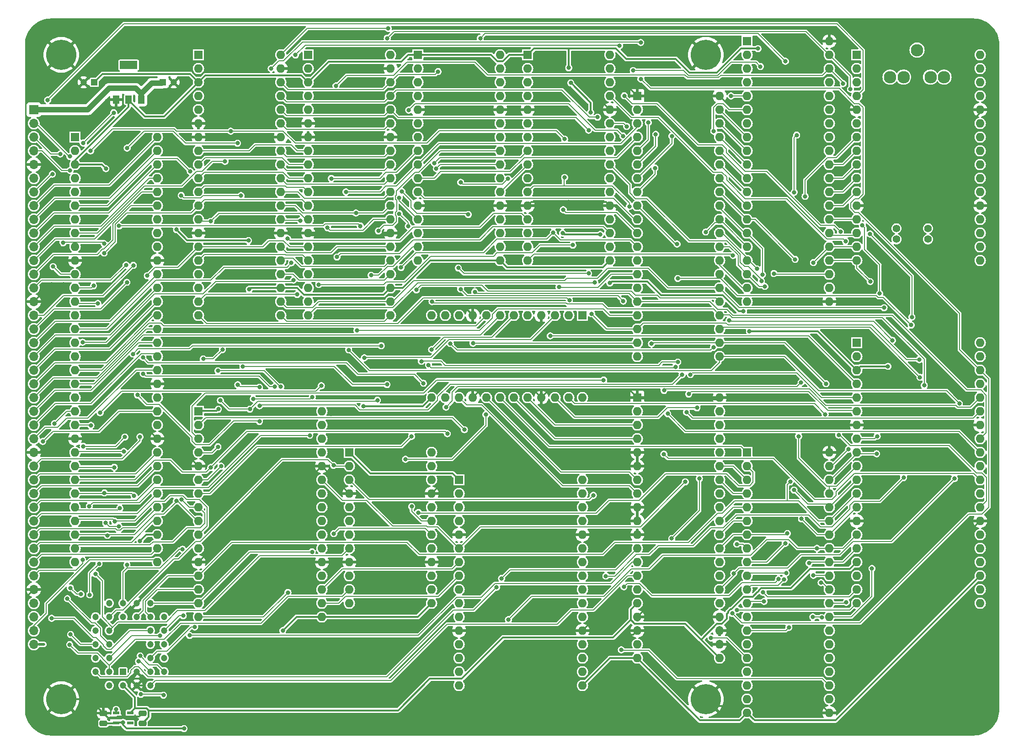
<source format=gbr>
%TF.GenerationSoftware,KiCad,Pcbnew,7.0.5*%
%TF.CreationDate,2023-12-16T11:17:31+02:00*%
%TF.ProjectId,Sound Board,536f756e-6420-4426-9f61-72642e6b6963,rev?*%
%TF.SameCoordinates,Original*%
%TF.FileFunction,Copper,L1,Top*%
%TF.FilePolarity,Positive*%
%FSLAX46Y46*%
G04 Gerber Fmt 4.6, Leading zero omitted, Abs format (unit mm)*
G04 Created by KiCad (PCBNEW 7.0.5) date 2023-12-16 11:17:31*
%MOMM*%
%LPD*%
G01*
G04 APERTURE LIST*
G04 Aperture macros list*
%AMRoundRect*
0 Rectangle with rounded corners*
0 $1 Rounding radius*
0 $2 $3 $4 $5 $6 $7 $8 $9 X,Y pos of 4 corners*
0 Add a 4 corners polygon primitive as box body*
4,1,4,$2,$3,$4,$5,$6,$7,$8,$9,$2,$3,0*
0 Add four circle primitives for the rounded corners*
1,1,$1+$1,$2,$3*
1,1,$1+$1,$4,$5*
1,1,$1+$1,$6,$7*
1,1,$1+$1,$8,$9*
0 Add four rect primitives between the rounded corners*
20,1,$1+$1,$2,$3,$4,$5,0*
20,1,$1+$1,$4,$5,$6,$7,0*
20,1,$1+$1,$6,$7,$8,$9,0*
20,1,$1+$1,$8,$9,$2,$3,0*%
G04 Aperture macros list end*
%TA.AperFunction,ComponentPad*%
%ADD10R,1.600000X1.600000*%
%TD*%
%TA.AperFunction,ComponentPad*%
%ADD11O,1.600000X1.600000*%
%TD*%
%TA.AperFunction,SMDPad,CuDef*%
%ADD12R,1.200000X1.500000*%
%TD*%
%TA.AperFunction,SMDPad,CuDef*%
%ADD13R,3.300000X1.500000*%
%TD*%
%TA.AperFunction,ComponentPad*%
%ADD14C,5.600000*%
%TD*%
%TA.AperFunction,SMDPad,CuDef*%
%ADD15RoundRect,0.250000X0.475000X-0.250000X0.475000X0.250000X-0.475000X0.250000X-0.475000X-0.250000X0*%
%TD*%
%TA.AperFunction,SMDPad,CuDef*%
%ADD16C,0.500000*%
%TD*%
%TA.AperFunction,ComponentPad*%
%ADD17C,2.300000*%
%TD*%
%TA.AperFunction,ComponentPad*%
%ADD18C,1.400000*%
%TD*%
%TA.AperFunction,ComponentPad*%
%ADD19R,1.200000X1.200000*%
%TD*%
%TA.AperFunction,ComponentPad*%
%ADD20C,1.200000*%
%TD*%
%TA.AperFunction,SMDPad,CuDef*%
%ADD21R,1.150000X0.600000*%
%TD*%
%TA.AperFunction,ComponentPad*%
%ADD22R,1.700000X1.700000*%
%TD*%
%TA.AperFunction,ComponentPad*%
%ADD23O,1.700000X1.700000*%
%TD*%
%TA.AperFunction,ViaPad*%
%ADD24C,0.800000*%
%TD*%
%TA.AperFunction,Conductor*%
%ADD25C,0.200000*%
%TD*%
%TA.AperFunction,Conductor*%
%ADD26C,0.380000*%
%TD*%
%TA.AperFunction,Conductor*%
%ADD27C,1.000000*%
%TD*%
G04 APERTURE END LIST*
%TA.AperFunction,EtchedComponent*%
%TO.C,NT1*%
G36*
X27289000Y-145030000D02*
G01*
X26289000Y-145030000D01*
X26289000Y-144530000D01*
X27289000Y-144530000D01*
X27289000Y-145030000D01*
G37*
%TD.AperFunction*%
%TD*%
D10*
%TO.P,B13,1,5V*%
%TO.N,/5V*%
X104140000Y-114300000D03*
D11*
%TO.P,B13,2,N.C.*%
%TO.N,unconnected-(B13-N.C.-Pad2)*%
X104140000Y-116840000D03*
%TO.P,B13,3,N.C.*%
%TO.N,unconnected-(B13-N.C.-Pad3)*%
X104140000Y-119380000D03*
%TO.P,B13,4,N.C.*%
%TO.N,unconnected-(B13-N.C.-Pad4)*%
X104140000Y-121920000D03*
%TO.P,B13,5,GND*%
%TO.N,/GND*%
X104140000Y-124460000D03*
%TO.P,B13,6,~{Reset}*%
%TO.N,/Enable*%
X104140000Y-127000000D03*
%TO.P,B13,7,Clk_Sel_{S1}*%
%TO.N,/Clock Select _{S1}*%
X104140000Y-129540000D03*
%TO.P,B13,8,Clk_Sel_{S0}*%
%TO.N,/Clock Select _{S0}*%
X104140000Y-132080000D03*
%TO.P,B13,9,N.C.*%
%TO.N,unconnected-(B13-N.C.-Pad9)*%
X104140000Y-134620000D03*
%TO.P,B13,10,N.C.*%
%TO.N,unconnected-(B13-N.C.-Pad10)*%
X104140000Y-137160000D03*
%TO.P,B13,11,N.C.*%
%TO.N,unconnected-(B13-N.C.-Pad11)*%
X104140000Y-139700000D03*
%TO.P,B13,12,GND*%
%TO.N,/GND*%
X104140000Y-142240000D03*
%TO.P,B13,13,N.C.*%
%TO.N,unconnected-(B13-N.C.-Pad13)*%
X104140000Y-144780000D03*
%TO.P,B13,14,N.C.*%
%TO.N,unconnected-(B13-N.C.-Pad14)*%
X104140000Y-147320000D03*
%TO.P,B13,15,N.C.*%
%TO.N,unconnected-(B13-N.C.-Pad15)*%
X104140000Y-149860000D03*
%TO.P,B13,16,N.C.*%
%TO.N,unconnected-(B13-N.C.-Pad16)*%
X104140000Y-152400000D03*
%TO.P,B13,17,5V*%
%TO.N,/5V*%
X127000000Y-152400000D03*
%TO.P,B13,18,N.C.*%
%TO.N,unconnected-(B13-N.C.-Pad18)*%
X127000000Y-149860000D03*
%TO.P,B13,19,N.C.*%
%TO.N,unconnected-(B13-N.C.-Pad19)*%
X127000000Y-147320000D03*
%TO.P,B13,20,N.C.*%
%TO.N,unconnected-(B13-N.C.-Pad20)*%
X127000000Y-144780000D03*
%TO.P,B13,21,GND*%
%TO.N,/GND*%
X127000000Y-142240000D03*
%TO.P,B13,22,~{WR}_{B}*%
%TO.N,/~{WR}_{B}*%
X127000000Y-139700000D03*
%TO.P,B13,23,~{WR}_{A}*%
%TO.N,/~{WR}_{A}*%
X127000000Y-137160000D03*
%TO.P,B13,24,A0*%
%TO.N,/MAX_{A0}*%
X127000000Y-134620000D03*
%TO.P,B13,25,~{WR}*%
%TO.N,/MAX_{~{WR}}*%
X127000000Y-132080000D03*
%TO.P,B13,26,~{CLK}*%
%TO.N,/~{CLK}*%
X127000000Y-129540000D03*
%TO.P,B13,27,CLK*%
%TO.N,/CLK*%
X127000000Y-127000000D03*
%TO.P,B13,28,GND*%
%TO.N,/GND*%
X127000000Y-124460000D03*
%TO.P,B13,29,N.C.*%
%TO.N,unconnected-(B13-N.C.-Pad29)*%
X127000000Y-121920000D03*
%TO.P,B13,30,N.C.*%
%TO.N,unconnected-(B13-N.C.-Pad30)*%
X127000000Y-119380000D03*
%TO.P,B13,31,N.C.*%
%TO.N,unconnected-(B13-N.C.-Pad31)*%
X127000000Y-116840000D03*
%TO.P,B13,32,N.C.*%
%TO.N,unconnected-(B13-N.C.-Pad32)*%
X127000000Y-114300000D03*
%TD*%
D12*
%TO.P,IC3,1,GND*%
%TO.N,/GND*%
X40658000Y-43840000D03*
%TO.P,IC3,2,5.0VOut*%
%TO.N,/5V*%
X42958000Y-43840000D03*
%TO.P,IC3,3,15VIn*%
%TO.N,/12V*%
X45258000Y-43840000D03*
D13*
%TO.P,IC3,4,N.C*%
%TO.N,unconnected-(IC3-N.C-Pad4)*%
X42958000Y-37440000D03*
%TD*%
D14*
%TO.P,H4,1,GND*%
%TO.N,/GND*%
X149860000Y-35560000D03*
%TD*%
D15*
%TO.P,C1,1*%
%TO.N,/5V*%
X38287000Y-159425000D03*
%TO.P,C1,2*%
%TO.N,/GND*%
X38287000Y-157525000D03*
%TD*%
D10*
%TO.P,B6,1,T~{OE}*%
%TO.N,/CPU B ~{OE}\u00B7~{WE}*%
X157480000Y-109220000D03*
D11*
%TO.P,B6,2,T~{DIR}*%
%TO.N,/~{WD}*%
X157480000Y-111760000D03*
%TO.P,B6,3,M~{OE}*%
%TO.N,/B ~{OE}*%
X157480000Y-114300000D03*
%TO.P,B6,4,M~{WE}*%
%TO.N,/B ~{WE}*%
X157480000Y-116840000D03*
%TO.P,B6,5,M14*%
%TO.N,/M14*%
X157480000Y-119380000D03*
%TO.P,B6,6,M13*%
%TO.N,/M13*%
X157480000Y-121920000D03*
%TO.P,B6,7,M12*%
%TO.N,/M12*%
X157480000Y-124460000D03*
%TO.P,B6,8,M11*%
%TO.N,/M11*%
X157480000Y-127000000D03*
%TO.P,B6,9,M10*%
%TO.N,/M10*%
X157480000Y-129540000D03*
%TO.P,B6,10,M9*%
%TO.N,/M9*%
X157480000Y-132080000D03*
%TO.P,B6,11,M8*%
%TO.N,/M8*%
X157480000Y-134620000D03*
%TO.P,B6,12,M7*%
%TO.N,/M7*%
X157480000Y-137160000D03*
%TO.P,B6,13,M6*%
%TO.N,/M6*%
X157480000Y-139700000D03*
%TO.P,B6,14,M5*%
%TO.N,/M5*%
X157480000Y-142240000D03*
%TO.P,B6,15,M4*%
%TO.N,/M4*%
X157480000Y-144780000D03*
%TO.P,B6,16,M3*%
%TO.N,/M3*%
X157480000Y-147320000D03*
%TO.P,B6,17,M2*%
%TO.N,/M2*%
X157480000Y-149860000D03*
%TO.P,B6,18,M1*%
%TO.N,/M1*%
X157480000Y-152400000D03*
%TO.P,B6,19,M0*%
%TO.N,/M0*%
X157480000Y-154940000D03*
%TO.P,B6,20,5V*%
%TO.N,/5V*%
X157480000Y-157480000D03*
%TO.P,B6,21,GND*%
%TO.N,/GND*%
X172720000Y-157480000D03*
%TO.P,B6,22,LLE*%
%TO.N,/Sound Address*%
X172720000Y-154940000D03*
%TO.P,B6,23,L~{OE}*%
%TO.N,/~{WR}_{B}*%
X172720000Y-152400000D03*
%TO.P,B6,24,LQ0*%
%TO.N,/MAX0*%
X172720000Y-149860000D03*
%TO.P,B6,25,LQ1*%
%TO.N,/MAX1*%
X172720000Y-147320000D03*
%TO.P,B6,26,LQ2*%
%TO.N,/MAX2*%
X172720000Y-144780000D03*
%TO.P,B6,27,LQ3*%
%TO.N,/MAX3*%
X172720000Y-142240000D03*
%TO.P,B6,28,LQ4*%
%TO.N,/MAX4*%
X172720000Y-139700000D03*
%TO.P,B6,29,LQ5*%
%TO.N,/MAX5*%
X172720000Y-137160000D03*
%TO.P,B6,30,LQ6*%
%TO.N,/MAX6*%
X172720000Y-134620000D03*
%TO.P,B6,31,LQ7*%
%TO.N,/MAX7*%
X172720000Y-132080000D03*
%TO.P,B6,32,D0*%
%TO.N,/D0*%
X172720000Y-129540000D03*
%TO.P,B6,33,D1*%
%TO.N,/D1*%
X172720000Y-127000000D03*
%TO.P,B6,34,D2*%
%TO.N,/D2*%
X172720000Y-124460000D03*
%TO.P,B6,35,D3*%
%TO.N,/D3*%
X172720000Y-121920000D03*
%TO.P,B6,36,D4*%
%TO.N,/D4*%
X172720000Y-119380000D03*
%TO.P,B6,37,D5*%
%TO.N,/D5*%
X172720000Y-116840000D03*
%TO.P,B6,38,D6*%
%TO.N,/D6*%
X172720000Y-114300000D03*
%TO.P,B6,39,D7*%
%TO.N,/D7*%
X172720000Y-111760000D03*
%TO.P,B6,40,GND*%
%TO.N,/GND*%
X172720000Y-109220000D03*
%TD*%
D10*
%TO.P,B16,1,A0*%
%TO.N,/A0*%
X33020000Y-50800000D03*
D11*
%TO.P,B16,2,A1*%
%TO.N,/A1*%
X33020000Y-53340000D03*
%TO.P,B16,3,5V*%
%TO.N,/5V*%
X33020000Y-55880000D03*
%TO.P,B16,4,A2*%
%TO.N,/A2*%
X33020000Y-58420000D03*
%TO.P,B16,5,A3*%
%TO.N,/A3*%
X33020000Y-60960000D03*
%TO.P,B16,6,A4*%
%TO.N,/A4*%
X33020000Y-63500000D03*
%TO.P,B16,7,A5*%
%TO.N,/A5*%
X33020000Y-66040000D03*
%TO.P,B16,8,A6*%
%TO.N,/A6*%
X33020000Y-68580000D03*
%TO.P,B16,9,A7*%
%TO.N,/A7*%
X33020000Y-71120000D03*
%TO.P,B16,10,GND*%
%TO.N,/GND*%
X33020000Y-73660000D03*
%TO.P,B16,11,A8*%
%TO.N,/A8*%
X33020000Y-76200000D03*
%TO.P,B16,12,A9*%
%TO.N,/A9*%
X33020000Y-78740000D03*
%TO.P,B16,13,A10*%
%TO.N,/A10*%
X33020000Y-81280000D03*
%TO.P,B16,14,A11*%
%TO.N,/A11*%
X33020000Y-83820000D03*
%TO.P,B16,15,A12*%
%TO.N,/A12*%
X33020000Y-86360000D03*
%TO.P,B16,16,A13*%
%TO.N,/A13*%
X33020000Y-88900000D03*
%TO.P,B16,17,A14*%
%TO.N,/A14*%
X33020000Y-91440000D03*
%TO.P,B16,18,A15*%
%TO.N,/A15*%
X33020000Y-93980000D03*
%TO.P,B16,19,A16*%
%TO.N,/A16*%
X33020000Y-96520000D03*
%TO.P,B16,20,S*%
%TO.N,unconnected-(B16-S-Pad20)*%
X33020000Y-99060000D03*
%TO.P,B16,21,~{WD}*%
%TO.N,/~{WD}*%
X33020000Y-101600000D03*
%TO.P,B16,22,~{RD}*%
%TO.N,/~{RD}*%
X33020000Y-104140000D03*
%TO.P,B16,23,GND*%
%TO.N,/GND*%
X33020000Y-106680000D03*
%TO.P,B16,24,D0*%
%TO.N,/D0*%
X33020000Y-109220000D03*
%TO.P,B16,25,D1*%
%TO.N,/D1*%
X33020000Y-111760000D03*
%TO.P,B16,26,D2*%
%TO.N,/D2*%
X33020000Y-114300000D03*
%TO.P,B16,27,D3*%
%TO.N,/D3*%
X33020000Y-116840000D03*
%TO.P,B16,28,D4*%
%TO.N,/D4*%
X33020000Y-119380000D03*
%TO.P,B16,29,D5*%
%TO.N,/D5*%
X33020000Y-121920000D03*
%TO.P,B16,30,D6*%
%TO.N,/D6*%
X33020000Y-124460000D03*
%TO.P,B16,31,D7*%
%TO.N,/D7*%
X33020000Y-127000000D03*
%TO.P,B16,32,Deivce_~{CS}*%
%TO.N,/Device ~{CS}*%
X33020000Y-129540000D03*
%TO.P,B16,33,Deivce_~{CS}_{IN}*%
%TO.N,/Device ~{CS} _{IN}*%
X48260000Y-129540000D03*
%TO.P,B16,34,D7_{IN/OUT}*%
%TO.N,/D7_{IN{slash}OUT}*%
X48260000Y-127000000D03*
%TO.P,B16,35,5V*%
%TO.N,/5V*%
X48260000Y-124460000D03*
%TO.P,B16,36,D6_{IN/OUT}*%
%TO.N,/D6_{IN{slash}OUT}*%
X48260000Y-121920000D03*
%TO.P,B16,37,D5_{IN/OUT}*%
%TO.N,/D5_{IN{slash}OUT}*%
X48260000Y-119380000D03*
%TO.P,B16,38,D4_{IN/OUT}*%
%TO.N,/D4_{IN{slash}OUT}*%
X48260000Y-116840000D03*
%TO.P,B16,39,D3_{IN/OUT}*%
%TO.N,/D3_{IN{slash}OUT}*%
X48260000Y-114300000D03*
%TO.P,B16,40,D2_{IN/OUT}*%
%TO.N,/D2_{IN{slash}OUT}*%
X48260000Y-111760000D03*
%TO.P,B16,41,D1_{IN/OUT}*%
%TO.N,/D1_{IN{slash}OUT}*%
X48260000Y-109220000D03*
%TO.P,B16,42,GND*%
%TO.N,/GND*%
X48260000Y-106680000D03*
%TO.P,B16,43,D0_{IN/OUT}*%
%TO.N,/D0_{IN{slash}OUT}*%
X48260000Y-104140000D03*
%TO.P,B16,44,~{RD}_{IN}*%
%TO.N,/~{RD}_{IN}*%
X48260000Y-101600000D03*
%TO.P,B16,45,~{WD}_{IN}*%
%TO.N,/~{WD}_{IN}*%
X48260000Y-99060000D03*
%TO.P,B16,46,S_{IN}*%
%TO.N,/GND*%
X48260000Y-96520000D03*
%TO.P,B16,47,A16_{IN}*%
%TO.N,/A16_{IN}*%
X48260000Y-93980000D03*
%TO.P,B16,48,A15_{IN}*%
%TO.N,/A15_{IN}*%
X48260000Y-91440000D03*
%TO.P,B16,49,A14_{IN}*%
%TO.N,/A14_{IN}*%
X48260000Y-88900000D03*
%TO.P,B16,50,A13_{IN}*%
%TO.N,/A13_{IN}*%
X48260000Y-86360000D03*
%TO.P,B16,51,A12_{IN}*%
%TO.N,/A12_{IN}*%
X48260000Y-83820000D03*
%TO.P,B16,52,A11_{IN}*%
%TO.N,/A11_{IN}*%
X48260000Y-81280000D03*
%TO.P,B16,53,A10_{IN}*%
%TO.N,/A10_{IN}*%
X48260000Y-78740000D03*
%TO.P,B16,54,A9_{IN}*%
%TO.N,/A9_{IN}*%
X48260000Y-76200000D03*
%TO.P,B16,55,GND*%
%TO.N,/GND*%
X48260000Y-73660000D03*
%TO.P,B16,56,A8_{IN}*%
%TO.N,/A8_{IN}*%
X48260000Y-71120000D03*
%TO.P,B16,57,A7_{IN}*%
%TO.N,/A7_{IN}*%
X48260000Y-68580000D03*
%TO.P,B16,58,A6_{IN}*%
%TO.N,/A6_{IN}*%
X48260000Y-66040000D03*
%TO.P,B16,59,A5_{IN}*%
%TO.N,/A5_{IN}*%
X48260000Y-63500000D03*
%TO.P,B16,60,A4_{IN}*%
%TO.N,/A4_{IN}*%
X48260000Y-60960000D03*
%TO.P,B16,61,A3_{IN}*%
%TO.N,/A3_{IN}*%
X48260000Y-58420000D03*
%TO.P,B16,62,A2_{IN}*%
%TO.N,/A2_{IN}*%
X48260000Y-55880000D03*
%TO.P,B16,63,A1_{IN}*%
%TO.N,/A1_{IN}*%
X48260000Y-53340000D03*
%TO.P,B16,64,A0_{IN}*%
%TO.N,/A0_{IN}*%
X48260000Y-50800000D03*
%TD*%
D10*
%TO.P,B2,1,N.C.*%
%TO.N,unconnected-(B2-N.C.-Pad1)*%
X76200000Y-35560000D03*
D11*
%TO.P,B2,2,N.C.*%
%TO.N,unconnected-(B2-N.C.-Pad2)*%
X76200000Y-38100000D03*
%TO.P,B2,3,5V*%
%TO.N,/5V*%
X76200000Y-40640000D03*
%TO.P,B2,4,N.C.*%
%TO.N,unconnected-(B2-N.C.-Pad4)*%
X76200000Y-43180000D03*
%TO.P,B2,5,N.C.*%
%TO.N,unconnected-(B2-N.C.-Pad5)*%
X76200000Y-45720000D03*
%TO.P,B2,6,~{OE}*%
%TO.N,/GND*%
X76200000Y-48260000D03*
%TO.P,B2,7,GND*%
X76200000Y-50800000D03*
%TO.P,B2,8,D7*%
%TO.N,/D7*%
X76200000Y-53340000D03*
%TO.P,B2,9,D6*%
%TO.N,/D6*%
X76200000Y-55880000D03*
%TO.P,B2,10,D5*%
%TO.N,/D5*%
X76200000Y-58420000D03*
%TO.P,B2,11,D4*%
%TO.N,/D4*%
X76200000Y-60960000D03*
%TO.P,B2,12,D3*%
%TO.N,/D3*%
X76200000Y-63500000D03*
%TO.P,B2,13,D2*%
%TO.N,/D2*%
X76200000Y-66040000D03*
%TO.P,B2,14,GND*%
%TO.N,/GND*%
X76200000Y-68580000D03*
%TO.P,B2,15,D1*%
%TO.N,/D1*%
X76200000Y-71120000D03*
%TO.P,B2,16,D0*%
%TO.N,/D0*%
X76200000Y-73660000D03*
%TO.P,B2,17,N.C.*%
%TO.N,unconnected-(B2-N.C.-Pad17)*%
X76200000Y-76200000D03*
%TO.P,B2,18,N.C.*%
%TO.N,unconnected-(B2-N.C.-Pad18)*%
X76200000Y-78740000D03*
%TO.P,B2,19,WCAH*%
%TO.N,/Write Interrupt Address High*%
X76200000Y-81280000D03*
%TO.P,B2,20,WCAL*%
%TO.N,/Write Interrupt Address Low*%
X76200000Y-83820000D03*
%TO.P,B2,21,C0*%
%TO.N,/C0*%
X91440000Y-83820000D03*
%TO.P,B2,22,C1*%
%TO.N,/C1*%
X91440000Y-81280000D03*
%TO.P,B2,23,5V*%
%TO.N,/5V*%
X91440000Y-78740000D03*
%TO.P,B2,24,C2*%
%TO.N,/C2*%
X91440000Y-76200000D03*
%TO.P,B2,25,C3*%
%TO.N,/C3*%
X91440000Y-73660000D03*
%TO.P,B2,26,C4*%
%TO.N,/C4*%
X91440000Y-71120000D03*
%TO.P,B2,27,GND*%
%TO.N,/GND*%
X91440000Y-68580000D03*
%TO.P,B2,28,C5*%
%TO.N,/C5*%
X91440000Y-66040000D03*
%TO.P,B2,29,C6*%
%TO.N,/C6*%
X91440000Y-63500000D03*
%TO.P,B2,30,C7*%
%TO.N,/C7*%
X91440000Y-60960000D03*
%TO.P,B2,31,C8*%
%TO.N,/C8*%
X91440000Y-58420000D03*
%TO.P,B2,32,C9*%
%TO.N,/C9*%
X91440000Y-55880000D03*
%TO.P,B2,33,C10*%
%TO.N,/C10*%
X91440000Y-53340000D03*
%TO.P,B2,34,GND*%
%TO.N,/GND*%
X91440000Y-50800000D03*
%TO.P,B2,35,C11*%
%TO.N,/C11*%
X91440000Y-48260000D03*
%TO.P,B2,36,C12*%
%TO.N,/C12*%
X91440000Y-45720000D03*
%TO.P,B2,37,C13*%
%TO.N,/C13*%
X91440000Y-43180000D03*
%TO.P,B2,38,C14*%
%TO.N,/C14*%
X91440000Y-40640000D03*
%TO.P,B2,39,C15*%
%TO.N,/GND*%
X91440000Y-38100000D03*
%TO.P,B2,40,~{P=Q}*%
%TO.N,/~{Interrupt} _{CMP}*%
X91440000Y-35560000D03*
%TD*%
D10*
%TO.P,B10,1,5V*%
%TO.N,/5V*%
X83820000Y-109220000D03*
D11*
%TO.P,B10,2,~{Device_RAM}*%
%TO.N,/~{Device ROM}*%
X83820000Y-111760000D03*
%TO.P,B10,3,~{Device_Registers}*%
%TO.N,/~{CPU Address}*%
X83820000Y-114300000D03*
%TO.P,B10,4,GND*%
%TO.N,/GND*%
X83820000Y-116840000D03*
%TO.P,B10,5,~{Device_ROM}*%
%TO.N,/~{Device Registers}*%
X83820000Y-119380000D03*
%TO.P,B10,6,N.C.*%
%TO.N,unconnected-(B10-N.C.-Pad6)*%
X83820000Y-121920000D03*
%TO.P,B10,7,N.C.*%
%TO.N,unconnected-(B10-N.C.-Pad7)*%
X83820000Y-124460000D03*
%TO.P,B10,8,~{WD}*%
%TO.N,/~{RD}*%
X83820000Y-127000000D03*
%TO.P,B10,9,GND*%
%TO.N,/GND*%
X83820000Y-129540000D03*
%TO.P,B10,10,N.C.*%
%TO.N,unconnected-(B10-N.C.-Pad10)*%
X83820000Y-132080000D03*
%TO.P,B10,11,~{RD}*%
%TO.N,/~{WD}*%
X83820000Y-134620000D03*
%TO.P,B10,12,N.C.*%
%TO.N,unconnected-(B10-N.C.-Pad12)*%
X83820000Y-137160000D03*
%TO.P,B10,13,5V*%
%TO.N,/5V*%
X99060000Y-137160000D03*
%TO.P,B10,14,N.C.*%
%TO.N,unconnected-(B10-N.C.-Pad14)*%
X99060000Y-134620000D03*
%TO.P,B10,15,N.C.*%
%TO.N,unconnected-(B10-N.C.-Pad15)*%
X99060000Y-132080000D03*
%TO.P,B10,16,GND*%
%TO.N,/GND*%
X99060000Y-129540000D03*
%TO.P,B10,17,H0_{OUT}*%
%TO.N,/H0_{OUT}*%
X99060000Y-127000000D03*
%TO.P,B10,18,H1_{OUT}*%
%TO.N,/H1_{OUT}*%
X99060000Y-124460000D03*
%TO.P,B10,19,H2_{OUT}*%
%TO.N,/H2_{OUT}*%
X99060000Y-121920000D03*
%TO.P,B10,20,N.C.*%
%TO.N,unconnected-(B10-N.C.-Pad20)*%
X99060000Y-119380000D03*
%TO.P,B10,21,GND*%
%TO.N,/GND*%
X99060000Y-116840000D03*
%TO.P,B10,22,N.C.*%
%TO.N,unconnected-(B10-N.C.-Pad22)*%
X99060000Y-114300000D03*
%TO.P,B10,23,N.C.*%
%TO.N,unconnected-(B10-N.C.-Pad23)*%
X99060000Y-111760000D03*
%TO.P,B10,24,N.C.*%
%TO.N,unconnected-(B10-N.C.-Pad24)*%
X99060000Y-109220000D03*
%TD*%
D16*
%TO.P,NT1,1,1*%
%TO.N,/PHI2_{IN}*%
X26289000Y-144780000D03*
%TO.P,NT1,2,2*%
%TO.N,unconnected-(NT1-Pad2)*%
X27289000Y-144780000D03*
%TD*%
D17*
%TO.P,B9,*%
%TO.N,*%
X183976000Y-39679000D03*
D18*
X185166000Y-67723000D03*
X185166000Y-69723000D03*
D17*
X186476000Y-39679000D03*
X188976000Y-34679000D03*
D18*
X191008000Y-67723000D03*
X191008000Y-69723000D03*
D17*
X191476000Y-39679000D03*
X193976000Y-39679000D03*
D10*
%TO.P,B9,1,5V*%
%TO.N,/5V*%
X177800000Y-35560000D03*
D11*
%TO.P,B9,2,N.C.*%
%TO.N,unconnected-(B9-N.C.-Pad2)*%
X177800000Y-38100000D03*
%TO.P,B9,3,N.C.*%
%TO.N,unconnected-(B9-N.C.-Pad3)*%
X177800000Y-40640000D03*
%TO.P,B9,4,~{Enable}*%
%TO.N,/~{Enable} _{OUT}*%
X177800000Y-43180000D03*
%TO.P,B9,5,GND*%
%TO.N,/GND*%
X177800000Y-45720000D03*
%TO.P,B9,6,A0*%
%TO.N,/MAX_{A0}*%
X177800000Y-48260000D03*
%TO.P,B9,7,~{WR}*%
%TO.N,/MAX_{~{WR}}*%
X177800000Y-50800000D03*
%TO.P,B9,8,D7*%
%TO.N,/MAX7*%
X177800000Y-53340000D03*
%TO.P,B9,9,D6*%
%TO.N,/MAX6*%
X177800000Y-55880000D03*
%TO.P,B9,10,D5*%
%TO.N,/MAX5*%
X177800000Y-58420000D03*
%TO.P,B9,11,D4*%
%TO.N,/MAX4*%
X177800000Y-60960000D03*
%TO.P,B9,12,GND*%
%TO.N,/GND*%
X177800000Y-63500000D03*
%TO.P,B9,13,D3*%
%TO.N,/MAX3*%
X177800000Y-66040000D03*
%TO.P,B9,14,D2*%
%TO.N,/MAX2*%
X177800000Y-68580000D03*
%TO.P,B9,15,D1*%
%TO.N,/MAX1*%
X177800000Y-71120000D03*
%TO.P,B9,16,D0*%
%TO.N,/MAX0*%
X177800000Y-73660000D03*
%TO.P,B9,17,5V*%
%TO.N,/5V*%
X200660000Y-73660000D03*
%TO.P,B9,18,N.C.*%
%TO.N,unconnected-(B9-N.C.-Pad18)*%
X200660000Y-71120000D03*
%TO.P,B9,19,N.C.*%
%TO.N,unconnected-(B9-N.C.-Pad19)*%
X200660000Y-68580000D03*
%TO.P,B9,20,N.C.*%
%TO.N,unconnected-(B9-N.C.-Pad20)*%
X200660000Y-66040000D03*
%TO.P,B9,21,GND*%
%TO.N,/GND*%
X200660000Y-63500000D03*
%TO.P,B9,22,N.C.*%
%TO.N,unconnected-(B9-N.C.-Pad22)*%
X200660000Y-60960000D03*
%TO.P,B9,23,N.C.*%
%TO.N,unconnected-(B9-N.C.-Pad23)*%
X200660000Y-58420000D03*
%TO.P,B9,24,N.C.*%
%TO.N,unconnected-(B9-N.C.-Pad24)*%
X200660000Y-55880000D03*
%TO.P,B9,25,N.C.*%
%TO.N,unconnected-(B9-N.C.-Pad25)*%
X200660000Y-53340000D03*
%TO.P,B9,26,N.C.*%
%TO.N,unconnected-(B9-N.C.-Pad26)*%
X200660000Y-50800000D03*
%TO.P,B9,27,N.C.*%
%TO.N,unconnected-(B9-N.C.-Pad27)*%
X200660000Y-48260000D03*
%TO.P,B9,28,GND*%
%TO.N,/GND*%
X200660000Y-45720000D03*
%TO.P,B9,29,N.C.*%
%TO.N,unconnected-(B9-N.C.-Pad29)*%
X200660000Y-43180000D03*
%TO.P,B9,30,N.C.*%
%TO.N,unconnected-(B9-N.C.-Pad30)*%
X200660000Y-40640000D03*
%TO.P,B9,31,N.C.*%
%TO.N,unconnected-(B9-N.C.-Pad31)*%
X200660000Y-38100000D03*
%TO.P,B9,32,N.C.*%
%TO.N,unconnected-(B9-N.C.-Pad32)*%
X200660000Y-35560000D03*
%TD*%
D10*
%TO.P,B8,1,5V*%
%TO.N,/5V*%
X55880000Y-101600000D03*
D11*
%TO.P,B8,2,Interrupt_CLK*%
%TO.N,/~{CLK}*%
X55880000Y-104140000D03*
%TO.P,B8,3,Write_Clear_Interrupt*%
%TO.N,/Write Clear Interrupt*%
X55880000Y-106680000D03*
%TO.P,B8,4,~{Set_Interrupt_on_CLK}*%
%TO.N,/~{Interrupt} _{CMP}*%
X55880000Y-109220000D03*
%TO.P,B8,5,GND*%
%TO.N,/GND*%
X55880000Y-111760000D03*
%TO.P,B8,6,Read_Flags*%
%TO.N,/Read Flags*%
X55880000Y-114300000D03*
%TO.P,B8,7,Write_Flags*%
%TO.N,/Write Flags*%
X55880000Y-116840000D03*
%TO.P,B8,8,D7*%
%TO.N,/D7*%
X55880000Y-119380000D03*
%TO.P,B8,9,D6*%
%TO.N,/D6*%
X55880000Y-121920000D03*
%TO.P,B8,10,D5*%
%TO.N,/D5*%
X55880000Y-124460000D03*
%TO.P,B8,11,D4*%
%TO.N,/D4*%
X55880000Y-127000000D03*
%TO.P,B8,12,GND*%
%TO.N,/GND*%
X55880000Y-129540000D03*
%TO.P,B8,13,D3*%
%TO.N,/D3*%
X55880000Y-132080000D03*
%TO.P,B8,14,D2*%
%TO.N,/D2*%
X55880000Y-134620000D03*
%TO.P,B8,15,D1*%
%TO.N,/D1*%
X55880000Y-137160000D03*
%TO.P,B8,16,D0*%
%TO.N,/D0*%
X55880000Y-139700000D03*
%TO.P,B8,17,5V*%
%TO.N,/5V*%
X78740000Y-139700000D03*
%TO.P,B8,18,F0*%
%TO.N,/Clock Select _{S0}*%
X78740000Y-137160000D03*
%TO.P,B8,19,F1*%
%TO.N,/Clock Select _{S1}*%
X78740000Y-134620000D03*
%TO.P,B8,20,F2*%
%TO.N,unconnected-(B8-F2-Pad20)*%
X78740000Y-132080000D03*
%TO.P,B8,21,GND*%
%TO.N,/GND*%
X78740000Y-129540000D03*
%TO.P,B8,22,F3*%
%TO.N,unconnected-(B8-F3-Pad22)*%
X78740000Y-127000000D03*
%TO.P,B8,23,F4*%
%TO.N,unconnected-(B8-F4-Pad23)*%
X78740000Y-124460000D03*
%TO.P,B8,24,F5*%
%TO.N,unconnected-(B8-F5-Pad24)*%
X78740000Y-121920000D03*
%TO.P,B8,25,N.C.*%
%TO.N,unconnected-(B8-N.C.-Pad25)*%
X78740000Y-119380000D03*
%TO.P,B8,26,~{Enable}*%
%TO.N,/~{Enable} _{OUT}*%
X78740000Y-116840000D03*
%TO.P,B8,27,Enable*%
%TO.N,/Enable*%
X78740000Y-114300000D03*
%TO.P,B8,28,GND*%
%TO.N,/GND*%
X78740000Y-111760000D03*
%TO.P,B8,29,~{INT}*%
%TO.N,/~{Interrupt} _{OUT}*%
X78740000Y-109220000D03*
%TO.P,B8,30,INT*%
%TO.N,unconnected-(B8-INT-Pad30)*%
X78740000Y-106680000D03*
%TO.P,B8,31,N.C.*%
%TO.N,unconnected-(B8-N.C.-Pad31)*%
X78740000Y-104140000D03*
%TO.P,B8,32,N.C.*%
%TO.N,unconnected-(B8-N.C.-Pad32)*%
X78740000Y-101600000D03*
%TD*%
D19*
%TO.P,C4,1*%
%TO.N,/12V*%
X49308000Y-40640000D03*
D20*
%TO.P,C4,2*%
%TO.N,/GND*%
X51308000Y-40640000D03*
%TD*%
D10*
%TO.P,B1,1,RAH*%
%TO.N,/Read Counter Address High*%
X177800000Y-88900000D03*
D11*
%TO.P,B1,2,RAL*%
%TO.N,/Read Counter Address Low*%
X177800000Y-91440000D03*
%TO.P,B1,3,5V*%
%TO.N,/5V*%
X177800000Y-93980000D03*
%TO.P,B1,4,CP*%
%TO.N,/CLK*%
X177800000Y-96520000D03*
%TO.P,B1,5,~{PE}*%
%TO.N,/~{End} _{CMP}*%
X177800000Y-99060000D03*
%TO.P,B1,6,~{MR}*%
%TO.N,/Enable*%
X177800000Y-101600000D03*
%TO.P,B1,7,GND*%
%TO.N,/GND*%
X177800000Y-104140000D03*
%TO.P,B1,8,D7*%
%TO.N,/D7*%
X177800000Y-106680000D03*
%TO.P,B1,9,D6*%
%TO.N,/D6*%
X177800000Y-109220000D03*
%TO.P,B1,10,D5*%
%TO.N,/D5*%
X177800000Y-111760000D03*
%TO.P,B1,11,D4*%
%TO.N,/D4*%
X177800000Y-114300000D03*
%TO.P,B1,12,D3*%
%TO.N,/D3*%
X177800000Y-116840000D03*
%TO.P,B1,13,D2*%
%TO.N,/D2*%
X177800000Y-119380000D03*
%TO.P,B1,14,GND*%
%TO.N,/GND*%
X177800000Y-121920000D03*
%TO.P,B1,15,D1*%
%TO.N,/D1*%
X177800000Y-124460000D03*
%TO.P,B1,16,D0*%
%TO.N,/D0*%
X177800000Y-127000000D03*
%TO.P,B1,17,CE*%
%TO.N,/3.3V*%
X177800000Y-129540000D03*
%TO.P,B1,18,TC_{0..3}*%
%TO.N,unconnected-(B1-TC_{0..3}-Pad18)*%
X177800000Y-132080000D03*
%TO.P,B1,19,WSAH*%
%TO.N,/Write Start Address High*%
X177800000Y-134620000D03*
%TO.P,B1,20,WSAL*%
%TO.N,/Write Start Address Low*%
X177800000Y-137160000D03*
%TO.P,B1,21,C0*%
%TO.N,/C0*%
X200660000Y-137160000D03*
%TO.P,B1,22,C1*%
%TO.N,/C1*%
X200660000Y-134620000D03*
%TO.P,B1,23,5V*%
%TO.N,/5V*%
X200660000Y-132080000D03*
%TO.P,B1,24,C2*%
%TO.N,/C2*%
X200660000Y-129540000D03*
%TO.P,B1,25,C3*%
%TO.N,/C3*%
X200660000Y-127000000D03*
%TO.P,B1,26,C4*%
%TO.N,/C4*%
X200660000Y-124460000D03*
%TO.P,B1,27,GND*%
%TO.N,/GND*%
X200660000Y-121920000D03*
%TO.P,B1,28,C5*%
%TO.N,/C5*%
X200660000Y-119380000D03*
%TO.P,B1,29,C6*%
%TO.N,/C6*%
X200660000Y-116840000D03*
%TO.P,B1,30,C7*%
%TO.N,/C7*%
X200660000Y-114300000D03*
%TO.P,B1,31,C8*%
%TO.N,/C8*%
X200660000Y-111760000D03*
%TO.P,B1,32,C9*%
%TO.N,/C9*%
X200660000Y-109220000D03*
%TO.P,B1,33,C10*%
%TO.N,/C10*%
X200660000Y-106680000D03*
%TO.P,B1,34,GND*%
%TO.N,/GND*%
X200660000Y-104140000D03*
%TO.P,B1,35,C11*%
%TO.N,/C11*%
X200660000Y-101600000D03*
%TO.P,B1,36,C12*%
%TO.N,/C12*%
X200660000Y-99060000D03*
%TO.P,B1,37,C13*%
%TO.N,/C13*%
X200660000Y-96520000D03*
%TO.P,B1,38,C14*%
%TO.N,/C14*%
X200660000Y-93980000D03*
%TO.P,B1,39,C15*%
%TO.N,unconnected-(B1-C15-Pad39)*%
X200660000Y-91440000D03*
%TO.P,B1,40,TC_{12..15}*%
%TO.N,unconnected-(B1-TC_{12..15}-Pad40)*%
X200660000Y-88900000D03*
%TD*%
D21*
%TO.P,IC2,1,VIN*%
%TO.N,/5V*%
X40640000Y-157480000D03*
%TO.P,IC2,2,GND*%
%TO.N,/GND*%
X40640000Y-158430000D03*
%TO.P,IC2,3,EN*%
%TO.N,/5V*%
X40640000Y-159380000D03*
%TO.P,IC2,4,ADJ*%
%TO.N,unconnected-(IC2-ADJ-Pad4)*%
X43240000Y-159380000D03*
%TO.P,IC2,5,VOUT*%
%TO.N,/3.3V*%
X43240000Y-157480000D03*
%TD*%
D10*
%TO.P,B3,1,~{E}*%
%TO.N,/GND*%
X137160000Y-43180000D03*
D11*
%TO.P,B3,2,S*%
%TO.N,/~{CPU Address}*%
X137160000Y-45720000D03*
%TO.P,B3,3,A11*%
%TO.N,/A11*%
X137160000Y-48260000D03*
%TO.P,B3,4,A10*%
%TO.N,/A10*%
X137160000Y-50800000D03*
%TO.P,B3,5,A9*%
%TO.N,/A9*%
X137160000Y-53340000D03*
%TO.P,B3,6,A8*%
%TO.N,/A8*%
X137160000Y-55880000D03*
%TO.P,B3,7,A7*%
%TO.N,/A7*%
X137160000Y-58420000D03*
%TO.P,B3,8,A6*%
%TO.N,/A6*%
X137160000Y-60960000D03*
%TO.P,B3,9,A5*%
%TO.N,/A5*%
X137160000Y-63500000D03*
%TO.P,B3,10,A4*%
%TO.N,/A4*%
X137160000Y-66040000D03*
%TO.P,B3,11,A3*%
%TO.N,/A3*%
X137160000Y-68580000D03*
%TO.P,B3,12,A2*%
%TO.N,/A2*%
X137160000Y-71120000D03*
%TO.P,B3,13,A1*%
%TO.N,/A1*%
X137160000Y-73660000D03*
%TO.P,B3,14,A0*%
%TO.N,/A0*%
X137160000Y-76200000D03*
%TO.P,B3,15,B11*%
%TO.N,/C11*%
X137160000Y-78740000D03*
%TO.P,B3,16,B10*%
%TO.N,/C10*%
X137160000Y-81280000D03*
%TO.P,B3,17,B9*%
%TO.N,/C9*%
X137160000Y-83820000D03*
%TO.P,B3,18,B8*%
%TO.N,/C8*%
X137160000Y-86360000D03*
%TO.P,B3,19,B7*%
%TO.N,/C7*%
X137160000Y-88900000D03*
%TO.P,B3,20,5V*%
%TO.N,/5V*%
X137160000Y-91440000D03*
%TO.P,B3,21,B6*%
%TO.N,/C6*%
X152400000Y-91440000D03*
%TO.P,B3,22,B5*%
%TO.N,/C5*%
X152400000Y-88900000D03*
%TO.P,B3,23,B4*%
%TO.N,/C4*%
X152400000Y-86360000D03*
%TO.P,B3,24,B3*%
%TO.N,/C3*%
X152400000Y-83820000D03*
%TO.P,B3,25,B2*%
%TO.N,/C2*%
X152400000Y-81280000D03*
%TO.P,B3,26,B1*%
%TO.N,/C1*%
X152400000Y-78740000D03*
%TO.P,B3,27,B0*%
%TO.N,/C0*%
X152400000Y-76200000D03*
%TO.P,B3,28,Q0*%
%TO.N,/M0*%
X152400000Y-73660000D03*
%TO.P,B3,29,Q1*%
%TO.N,/M1*%
X152400000Y-71120000D03*
%TO.P,B3,30,Q2*%
%TO.N,/M2*%
X152400000Y-68580000D03*
%TO.P,B3,31,Q3*%
%TO.N,/M3*%
X152400000Y-66040000D03*
%TO.P,B3,32,Q4*%
%TO.N,/M4*%
X152400000Y-63500000D03*
%TO.P,B3,33,Q5*%
%TO.N,/M5*%
X152400000Y-60960000D03*
%TO.P,B3,34,Q6*%
%TO.N,/M6*%
X152400000Y-58420000D03*
%TO.P,B3,35,Q7*%
%TO.N,/M7*%
X152400000Y-55880000D03*
%TO.P,B3,36,Q8*%
%TO.N,/M8*%
X152400000Y-53340000D03*
%TO.P,B3,37,Q9*%
%TO.N,/M9*%
X152400000Y-50800000D03*
%TO.P,B3,38,Q10*%
%TO.N,/M10*%
X152400000Y-48260000D03*
%TO.P,B3,39,Q11*%
%TO.N,/M11*%
X152400000Y-45720000D03*
%TO.P,B3,40,GND*%
%TO.N,/GND*%
X152400000Y-43180000D03*
%TD*%
D15*
%TO.P,C2,1*%
%TO.N,/3.3V*%
X45526000Y-159425000D03*
%TO.P,C2,2*%
%TO.N,/GND*%
X45526000Y-157525000D03*
%TD*%
D10*
%TO.P,B15,1,5V*%
%TO.N,/5V*%
X116840000Y-35560000D03*
D11*
%TO.P,B15,2,Y7_{R}*%
%TO.N,unconnected-(B15-Y7_{R}-Pad2)*%
X116840000Y-38100000D03*
%TO.P,B15,3,Y6_{R}*%
%TO.N,unconnected-(B15-Y6_{R}-Pad3)*%
X116840000Y-40640000D03*
%TO.P,B15,4,~{Device_Registers}*%
%TO.N,/~{Device Registers}*%
X116840000Y-43180000D03*
%TO.P,B15,5,GND*%
%TO.N,/GND*%
X116840000Y-45720000D03*
%TO.P,B15,6,Y5_{R}*%
%TO.N,unconnected-(B15-Y5_{R}-Pad6)*%
X116840000Y-48260000D03*
%TO.P,B15,7,Y4_{R}*%
%TO.N,unconnected-(B15-Y4_{R}-Pad7)*%
X116840000Y-50800000D03*
%TO.P,B15,8,~{E2}*%
%TO.N,/A3*%
X116840000Y-53340000D03*
%TO.P,B15,9,E3*%
%TO.N,/~{A4}*%
X116840000Y-55880000D03*
%TO.P,B15,10,A2*%
%TO.N,/A2*%
X116840000Y-58420000D03*
%TO.P,B15,11,A1*%
%TO.N,/A1*%
X116840000Y-60960000D03*
%TO.P,B15,12,GND*%
%TO.N,/GND*%
X116840000Y-63500000D03*
%TO.P,B15,13,A0*%
%TO.N,/A0*%
X116840000Y-66040000D03*
%TO.P,B15,14,N.C.*%
%TO.N,unconnected-(B15-N.C.-Pad14)*%
X116840000Y-68580000D03*
%TO.P,B15,15,~{RD}*%
%TO.N,/~{RD}*%
X116840000Y-71120000D03*
%TO.P,B15,16,~{WD}*%
%TO.N,/~{WD}*%
X116840000Y-73660000D03*
%TO.P,B15,17,5V*%
%TO.N,/5V*%
X132080000Y-73660000D03*
%TO.P,B15,18,N.C.*%
%TO.N,unconnected-(B15-N.C.-Pad18)*%
X132080000Y-71120000D03*
%TO.P,B15,19,Y7_{W}*%
%TO.N,/Write Interrupt Address High*%
X132080000Y-68580000D03*
%TO.P,B15,20,Y6_{W}*%
%TO.N,/Write Interrupt Address Low*%
X132080000Y-66040000D03*
%TO.P,B15,21,GND*%
%TO.N,/GND*%
X132080000Y-63500000D03*
%TO.P,B15,22,Y5_{W}*%
%TO.N,/Write End Address High*%
X132080000Y-60960000D03*
%TO.P,B15,23,Y4_{W}*%
%TO.N,/Write End Address Low*%
X132080000Y-58420000D03*
%TO.P,B15,24,Y3_{W}*%
%TO.N,/Write Start Address High*%
X132080000Y-55880000D03*
%TO.P,B15,25,Y2_{W}*%
%TO.N,/Write Start Address Low*%
X132080000Y-53340000D03*
%TO.P,B15,26,Y1_{W}*%
%TO.N,/Write Clear Interrupt*%
X132080000Y-50800000D03*
%TO.P,B15,27,Y0_{W}*%
%TO.N,/Write Flags*%
X132080000Y-48260000D03*
%TO.P,B15,28,GND*%
%TO.N,/GND*%
X132080000Y-45720000D03*
%TO.P,B15,29,Y3_{R}*%
%TO.N,/Read Counter Address High*%
X132080000Y-43180000D03*
%TO.P,B15,30,Y2_{R}*%
%TO.N,/Read Counter Address Low*%
X132080000Y-40640000D03*
%TO.P,B15,31,Y1_{R}*%
%TO.N,unconnected-(B15-Y1_{R}-Pad31)*%
X132080000Y-38100000D03*
%TO.P,B15,32,Y0_{R}*%
%TO.N,/Read Flags*%
X132080000Y-35560000D03*
%TD*%
D10*
%TO.P,B12,1,5V*%
%TO.N,/5V*%
X127000000Y-83820000D03*
D11*
%TO.P,B12,2,Device_~{RAM}*%
%TO.N,/~{CPU Address}*%
X124460000Y-83820000D03*
%TO.P,B12,3,~{Device_Select}*%
%TO.N,/Device ~{CS}*%
X121920000Y-83820000D03*
%TO.P,B12,4,GND*%
%TO.N,/GND*%
X119380000Y-83820000D03*
%TO.P,B12,5,~{RD}*%
%TO.N,/~{RD}*%
X116840000Y-83820000D03*
%TO.P,B12,6,~{WD}*%
%TO.N,/~{WD}*%
X114300000Y-83820000D03*
%TO.P,B12,7,A16*%
%TO.N,/A16*%
X111760000Y-83820000D03*
%TO.P,B12,8,A15*%
%TO.N,/A15*%
X109220000Y-83820000D03*
%TO.P,B12,9,GND*%
%TO.N,/GND*%
X106680000Y-83820000D03*
%TO.P,B12,10,~{CLK}*%
%TO.N,/CLK*%
X104140000Y-83820000D03*
%TO.P,B12,11,N.C.*%
%TO.N,unconnected-(B12-N.C.-Pad11)*%
X101600000Y-83820000D03*
%TO.P,B12,12,N.C.*%
%TO.N,unconnected-(B12-N.C.-Pad12)*%
X99060000Y-83820000D03*
%TO.P,B12,13,5V*%
%TO.N,/5V*%
X99060000Y-99060000D03*
%TO.P,B12,14,N.C.*%
%TO.N,unconnected-(B12-N.C.-Pad14)*%
X101600000Y-99060000D03*
%TO.P,B12,15,CPU_B_~{WE}*%
%TO.N,/CPU B ~{WE}*%
X104140000Y-99060000D03*
%TO.P,B12,16,GND*%
%TO.N,/GND*%
X106680000Y-99060000D03*
%TO.P,B12,17,CPU_B_~{OE}*%
%TO.N,/CPU B ~{OE}*%
X109220000Y-99060000D03*
%TO.P,B12,18,CPU_B_~{OE}\u00B7~{WE}*%
%TO.N,/CPU B ~{OE}\u00B7~{WE}*%
X111760000Y-99060000D03*
%TO.P,B12,19,CPU_A_~{WE}*%
%TO.N,/CPU A ~{WE}*%
X114300000Y-99060000D03*
%TO.P,B12,20,CPU_A_~{OE}*%
%TO.N,/CPU A ~{OE}*%
X116840000Y-99060000D03*
%TO.P,B12,21,GND*%
%TO.N,/GND*%
X119380000Y-99060000D03*
%TO.P,B12,22,CPU_A_~{OE}\u00B7~{WE}*%
%TO.N,/CPU A ~{OE}\u00B7~{WE}*%
X121920000Y-99060000D03*
%TO.P,B12,23,Sound_Address*%
%TO.N,/Sound Address*%
X124460000Y-99060000D03*
%TO.P,B12,24,N.C.*%
%TO.N,unconnected-(B12-N.C.-Pad24)*%
X127000000Y-99060000D03*
%TD*%
D10*
%TO.P,B7,1,N.C.*%
%TO.N,unconnected-(B7-N.C.-Pad1)*%
X55880000Y-35560000D03*
D11*
%TO.P,B7,2,N.C.*%
%TO.N,unconnected-(B7-N.C.-Pad2)*%
X55880000Y-38100000D03*
%TO.P,B7,3,5V*%
%TO.N,/5V*%
X55880000Y-40640000D03*
%TO.P,B7,4,N.C.*%
%TO.N,unconnected-(B7-N.C.-Pad4)*%
X55880000Y-43180000D03*
%TO.P,B7,5,N.C.*%
%TO.N,unconnected-(B7-N.C.-Pad5)*%
X55880000Y-45720000D03*
%TO.P,B7,6,~{OE}*%
%TO.N,/GND*%
X55880000Y-48260000D03*
%TO.P,B7,7,GND*%
X55880000Y-50800000D03*
%TO.P,B7,8,D7*%
%TO.N,/D7*%
X55880000Y-53340000D03*
%TO.P,B7,9,D6*%
%TO.N,/D6*%
X55880000Y-55880000D03*
%TO.P,B7,10,D5*%
%TO.N,/D5*%
X55880000Y-58420000D03*
%TO.P,B7,11,D4*%
%TO.N,/D4*%
X55880000Y-60960000D03*
%TO.P,B7,12,D3*%
%TO.N,/D3*%
X55880000Y-63500000D03*
%TO.P,B7,13,D2*%
%TO.N,/D2*%
X55880000Y-66040000D03*
%TO.P,B7,14,GND*%
%TO.N,/GND*%
X55880000Y-68580000D03*
%TO.P,B7,15,D1*%
%TO.N,/D1*%
X55880000Y-71120000D03*
%TO.P,B7,16,D0*%
%TO.N,/D0*%
X55880000Y-73660000D03*
%TO.P,B7,17,N.C.*%
%TO.N,unconnected-(B7-N.C.-Pad17)*%
X55880000Y-76200000D03*
%TO.P,B7,18,N.C.*%
%TO.N,unconnected-(B7-N.C.-Pad18)*%
X55880000Y-78740000D03*
%TO.P,B7,19,WCAH*%
%TO.N,/Write End Address High*%
X55880000Y-81280000D03*
%TO.P,B7,20,WCAL*%
%TO.N,/Write End Address Low*%
X55880000Y-83820000D03*
%TO.P,B7,21,C0*%
%TO.N,/C0*%
X71120000Y-83820000D03*
%TO.P,B7,22,C1*%
%TO.N,/C1*%
X71120000Y-81280000D03*
%TO.P,B7,23,5V*%
%TO.N,/5V*%
X71120000Y-78740000D03*
%TO.P,B7,24,C2*%
%TO.N,/C2*%
X71120000Y-76200000D03*
%TO.P,B7,25,C3*%
%TO.N,/C3*%
X71120000Y-73660000D03*
%TO.P,B7,26,C4*%
%TO.N,/C4*%
X71120000Y-71120000D03*
%TO.P,B7,27,GND*%
%TO.N,/GND*%
X71120000Y-68580000D03*
%TO.P,B7,28,C5*%
%TO.N,/C5*%
X71120000Y-66040000D03*
%TO.P,B7,29,C6*%
%TO.N,/C6*%
X71120000Y-63500000D03*
%TO.P,B7,30,C7*%
%TO.N,/C7*%
X71120000Y-60960000D03*
%TO.P,B7,31,C8*%
%TO.N,/C8*%
X71120000Y-58420000D03*
%TO.P,B7,32,C9*%
%TO.N,/C9*%
X71120000Y-55880000D03*
%TO.P,B7,33,C10*%
%TO.N,/C10*%
X71120000Y-53340000D03*
%TO.P,B7,34,GND*%
%TO.N,/GND*%
X71120000Y-50800000D03*
%TO.P,B7,35,C11*%
%TO.N,/C11*%
X71120000Y-48260000D03*
%TO.P,B7,36,C12*%
%TO.N,/C12*%
X71120000Y-45720000D03*
%TO.P,B7,37,C13*%
%TO.N,/C13*%
X71120000Y-43180000D03*
%TO.P,B7,38,C14*%
%TO.N,/C14*%
X71120000Y-40640000D03*
%TO.P,B7,39,C15*%
%TO.N,/GND*%
X71120000Y-38100000D03*
%TO.P,B7,40,~{P=Q}*%
%TO.N,/~{End} _{CMP}*%
X71120000Y-35560000D03*
%TD*%
D10*
%TO.P,B11,1,5V*%
%TO.N,/5V*%
X96520000Y-35560000D03*
D11*
%TO.P,B11,2,~{Device_Select}*%
%TO.N,/Device ~{CS}*%
X96520000Y-38100000D03*
%TO.P,B11,3,A16*%
%TO.N,/A16*%
X96520000Y-40640000D03*
%TO.P,B11,4,A15*%
%TO.N,/A15*%
X96520000Y-43180000D03*
%TO.P,B11,5,GND*%
%TO.N,/GND*%
X96520000Y-45720000D03*
%TO.P,B11,6,A14*%
%TO.N,/A14*%
X96520000Y-48260000D03*
%TO.P,B11,7,A13*%
%TO.N,/A13*%
X96520000Y-50800000D03*
%TO.P,B11,8,A12*%
%TO.N,/A12*%
X96520000Y-53340000D03*
%TO.P,B11,9,A11*%
%TO.N,/A11*%
X96520000Y-55880000D03*
%TO.P,B11,10,A10*%
%TO.N,/A10*%
X96520000Y-58420000D03*
%TO.P,B11,11,A4*%
%TO.N,/A4*%
X96520000Y-60960000D03*
%TO.P,B11,12,GND*%
%TO.N,/GND*%
X96520000Y-63500000D03*
%TO.P,B11,13,A3*%
%TO.N,/A3*%
X96520000Y-66040000D03*
%TO.P,B11,14,N.C.*%
%TO.N,unconnected-(B11-N.C.-Pad14)*%
X96520000Y-68580000D03*
%TO.P,B11,15,~{Reset}_{IN}*%
%TO.N,/~{Reset} _{IN}*%
X96520000Y-71120000D03*
%TO.P,B11,16,N.C.*%
%TO.N,unconnected-(B11-N.C.-Pad16)*%
X96520000Y-73660000D03*
%TO.P,B11,17,5V*%
%TO.N,/5V*%
X111760000Y-73660000D03*
%TO.P,B11,18,Reset_{OUT}*%
%TO.N,unconnected-(B11-Reset_{OUT}-Pad18)*%
X111760000Y-71120000D03*
%TO.P,B11,19,~{Reset}_{OUT}*%
%TO.N,unconnected-(B11-~{Reset}_{OUT}-Pad19)*%
X111760000Y-68580000D03*
%TO.P,B11,20,~{A3}*%
%TO.N,unconnected-(B11-~{A3}-Pad20)*%
X111760000Y-66040000D03*
%TO.P,B11,21,GND*%
%TO.N,/GND*%
X111760000Y-63500000D03*
%TO.P,B11,22,~{A4}*%
%TO.N,/~{A4}*%
X111760000Y-60960000D03*
%TO.P,B11,23,~{Device_RAM}*%
%TO.N,/~{CPU Address}*%
X111760000Y-58420000D03*
%TO.P,B11,24,~{Device_Registers}*%
%TO.N,/~{Device Registers}*%
X111760000Y-55880000D03*
%TO.P,B11,25,~{Device_ROM}*%
%TO.N,/~{Device ROM}*%
X111760000Y-53340000D03*
%TO.P,B11,26,N.C.*%
%TO.N,unconnected-(B11-N.C.-Pad26)*%
X111760000Y-50800000D03*
%TO.P,B11,27,N.C.*%
%TO.N,unconnected-(B11-N.C.-Pad27)*%
X111760000Y-48260000D03*
%TO.P,B11,28,GND*%
%TO.N,/GND*%
X111760000Y-45720000D03*
%TO.P,B11,29,N.C.*%
%TO.N,unconnected-(B11-N.C.-Pad29)*%
X111760000Y-43180000D03*
%TO.P,B11,30,N.C.*%
%TO.N,unconnected-(B11-N.C.-Pad30)*%
X111760000Y-40640000D03*
%TO.P,B11,31,N.C.*%
%TO.N,unconnected-(B11-N.C.-Pad31)*%
X111760000Y-38100000D03*
%TO.P,B11,32,N.C.*%
%TO.N,unconnected-(B11-N.C.-Pad32)*%
X111760000Y-35560000D03*
%TD*%
D10*
%TO.P,B4,1,T~{OE}*%
%TO.N,/CPU A ~{OE}\u00B7~{WE}*%
X157480000Y-33020000D03*
D11*
%TO.P,B4,2,T~{DIR}*%
%TO.N,/~{WD}*%
X157480000Y-35560000D03*
%TO.P,B4,3,M~{OE}*%
%TO.N,/A ~{OE}*%
X157480000Y-38100000D03*
%TO.P,B4,4,M~{WE}*%
%TO.N,/A ~{WE}*%
X157480000Y-40640000D03*
%TO.P,B4,5,M14*%
%TO.N,/M14*%
X157480000Y-43180000D03*
%TO.P,B4,6,M13*%
%TO.N,/M13*%
X157480000Y-45720000D03*
%TO.P,B4,7,M12*%
%TO.N,/M12*%
X157480000Y-48260000D03*
%TO.P,B4,8,M11*%
%TO.N,/M11*%
X157480000Y-50800000D03*
%TO.P,B4,9,M10*%
%TO.N,/M10*%
X157480000Y-53340000D03*
%TO.P,B4,10,M9*%
%TO.N,/M9*%
X157480000Y-55880000D03*
%TO.P,B4,11,M8*%
%TO.N,/M8*%
X157480000Y-58420000D03*
%TO.P,B4,12,M7*%
%TO.N,/M7*%
X157480000Y-60960000D03*
%TO.P,B4,13,M6*%
%TO.N,/M6*%
X157480000Y-63500000D03*
%TO.P,B4,14,M5*%
%TO.N,/M5*%
X157480000Y-66040000D03*
%TO.P,B4,15,M4*%
%TO.N,/M4*%
X157480000Y-68580000D03*
%TO.P,B4,16,M3*%
%TO.N,/M3*%
X157480000Y-71120000D03*
%TO.P,B4,17,M2*%
%TO.N,/M2*%
X157480000Y-73660000D03*
%TO.P,B4,18,M1*%
%TO.N,/M1*%
X157480000Y-76200000D03*
%TO.P,B4,19,M0*%
%TO.N,/M0*%
X157480000Y-78740000D03*
%TO.P,B4,20,5V*%
%TO.N,/5V*%
X157480000Y-81280000D03*
%TO.P,B4,21,GND*%
%TO.N,/GND*%
X172720000Y-81280000D03*
%TO.P,B4,22,LLE*%
%TO.N,/Sound Address*%
X172720000Y-78740000D03*
%TO.P,B4,23,L~{OE}*%
%TO.N,/~{WR}_{A}*%
X172720000Y-76200000D03*
%TO.P,B4,24,LQ0*%
%TO.N,/MAX0*%
X172720000Y-73660000D03*
%TO.P,B4,25,LQ1*%
%TO.N,/MAX1*%
X172720000Y-71120000D03*
%TO.P,B4,26,LQ2*%
%TO.N,/MAX2*%
X172720000Y-68580000D03*
%TO.P,B4,27,LQ3*%
%TO.N,/MAX3*%
X172720000Y-66040000D03*
%TO.P,B4,28,LQ4*%
%TO.N,/MAX4*%
X172720000Y-63500000D03*
%TO.P,B4,29,LQ5*%
%TO.N,/MAX5*%
X172720000Y-60960000D03*
%TO.P,B4,30,LQ6*%
%TO.N,/MAX6*%
X172720000Y-58420000D03*
%TO.P,B4,31,LQ7*%
%TO.N,/MAX7*%
X172720000Y-55880000D03*
%TO.P,B4,32,D0*%
%TO.N,/D0*%
X172720000Y-53340000D03*
%TO.P,B4,33,D1*%
%TO.N,/D1*%
X172720000Y-50800000D03*
%TO.P,B4,34,D2*%
%TO.N,/D2*%
X172720000Y-48260000D03*
%TO.P,B4,35,D3*%
%TO.N,/D3*%
X172720000Y-45720000D03*
%TO.P,B4,36,D4*%
%TO.N,/D4*%
X172720000Y-43180000D03*
%TO.P,B4,37,D5*%
%TO.N,/D5*%
X172720000Y-40640000D03*
%TO.P,B4,38,D6*%
%TO.N,/D6*%
X172720000Y-38100000D03*
%TO.P,B4,39,D7*%
%TO.N,/D7*%
X172720000Y-35560000D03*
%TO.P,B4,40,GND*%
%TO.N,/GND*%
X172720000Y-33020000D03*
%TD*%
D19*
%TO.P,C3,1*%
%TO.N,/5V*%
X36608000Y-40640000D03*
D20*
%TO.P,C3,2*%
%TO.N,/GND*%
X34608000Y-40640000D03*
%TD*%
D19*
%TO.P,IC1,1,N.C.*%
%TO.N,unconnected-(IC1-N.C.-Pad1)*%
X41910000Y-149860000D03*
D20*
%TO.P,IC1,2,A16*%
%TO.N,/GND*%
X44450000Y-152400000D03*
%TO.P,IC1,3,A15*%
X44450000Y-149860000D03*
%TO.P,IC1,4,A12*%
%TO.N,/A12*%
X46990000Y-152400000D03*
%TO.P,IC1,5,A7*%
%TO.N,/A7*%
X49530000Y-149860000D03*
%TO.P,IC1,6,A6*%
%TO.N,/A6*%
X46990000Y-149860000D03*
%TO.P,IC1,7,A5*%
%TO.N,/A5*%
X49530000Y-147320000D03*
%TO.P,IC1,8,A4*%
%TO.N,/A4*%
X46990000Y-147320000D03*
%TO.P,IC1,9,A3*%
%TO.N,/A3*%
X49530000Y-144780000D03*
%TO.P,IC1,10,A2*%
%TO.N,/A2*%
X46990000Y-144780000D03*
%TO.P,IC1,11,A1*%
%TO.N,/A1*%
X49530000Y-142240000D03*
%TO.P,IC1,12,A0*%
%TO.N,/A0*%
X46990000Y-142240000D03*
%TO.P,IC1,13,DQ0*%
%TO.N,/D0*%
X49530000Y-139700000D03*
%TO.P,IC1,14,DQ1*%
%TO.N,/D1*%
X46990000Y-137160000D03*
%TO.P,IC1,15,DQ2*%
%TO.N,/D2*%
X46990000Y-139700000D03*
%TO.P,IC1,16,GND*%
%TO.N,/GND*%
X44450000Y-137160000D03*
%TO.P,IC1,17,DQ3*%
%TO.N,/D3*%
X44450000Y-139700000D03*
%TO.P,IC1,18,DQ4*%
%TO.N,/D4*%
X41910000Y-137160000D03*
%TO.P,IC1,19,DQ5*%
%TO.N,/D5*%
X41910000Y-139700000D03*
%TO.P,IC1,20,DQ6*%
%TO.N,/D6*%
X39370000Y-137160000D03*
%TO.P,IC1,21,DQ7*%
%TO.N,/D7*%
X36830000Y-139700000D03*
%TO.P,IC1,22,~{CE}*%
%TO.N,/~{Device ROM}*%
X39370000Y-139700000D03*
%TO.P,IC1,23,A10*%
%TO.N,/A10*%
X36830000Y-142240000D03*
%TO.P,IC1,24,~{OE}*%
%TO.N,/~{RD}*%
X39370000Y-142240000D03*
%TO.P,IC1,25,A11*%
%TO.N,/A11*%
X36830000Y-144780000D03*
%TO.P,IC1,26,A9*%
%TO.N,/A9*%
X39370000Y-144780000D03*
%TO.P,IC1,27,A8*%
%TO.N,/A8*%
X36830000Y-147320000D03*
%TO.P,IC1,28,A13*%
%TO.N,/A13*%
X39370000Y-147320000D03*
%TO.P,IC1,29,A14*%
%TO.N,/A14*%
X36830000Y-149860000D03*
%TO.P,IC1,30,N.C.*%
%TO.N,unconnected-(IC1-N.C.-Pad30)*%
X39370000Y-152400000D03*
%TO.P,IC1,31,~{WE}*%
%TO.N,/~{WD}*%
X39370000Y-149860000D03*
%TO.P,IC1,32,3V*%
%TO.N,/3.3V*%
X41910000Y-152400000D03*
%TD*%
D10*
%TO.P,B5,1,~{E}*%
%TO.N,/GND*%
X137160000Y-99060000D03*
D11*
%TO.P,B5,2,S*%
%TO.N,/~{CPU Address}*%
X137160000Y-101600000D03*
%TO.P,B5,3,A11*%
%TO.N,/CPU A ~{OE}*%
X137160000Y-104140000D03*
%TO.P,B5,4,A10*%
%TO.N,/CPU A ~{WE}*%
X137160000Y-106680000D03*
%TO.P,B5,5,A9*%
%TO.N,/GND*%
X137160000Y-109220000D03*
%TO.P,B5,6,A8*%
X137160000Y-111760000D03*
%TO.P,B5,7,A7*%
%TO.N,/CPU B ~{OE}*%
X137160000Y-114300000D03*
%TO.P,B5,8,A6*%
%TO.N,/CPU B ~{WE}*%
X137160000Y-116840000D03*
%TO.P,B5,9,A5*%
%TO.N,/GND*%
X137160000Y-119380000D03*
%TO.P,B5,10,A4*%
X137160000Y-121920000D03*
%TO.P,B5,11,A3*%
X137160000Y-124460000D03*
%TO.P,B5,12,A2*%
%TO.N,/A14*%
X137160000Y-127000000D03*
%TO.P,B5,13,A1*%
%TO.N,/A13*%
X137160000Y-129540000D03*
%TO.P,B5,14,A0*%
%TO.N,/A12*%
X137160000Y-132080000D03*
%TO.P,B5,15,B11*%
%TO.N,/CLK*%
X137160000Y-134620000D03*
%TO.P,B5,16,B10*%
%TO.N,/3.3V*%
X137160000Y-137160000D03*
%TO.P,B5,17,B9*%
%TO.N,/GND*%
X137160000Y-139700000D03*
%TO.P,B5,18,B8*%
X137160000Y-142240000D03*
%TO.P,B5,19,B7*%
%TO.N,/CLK*%
X137160000Y-144780000D03*
%TO.P,B5,20,5V*%
%TO.N,/5V*%
X137160000Y-147320000D03*
%TO.P,B5,21,B6*%
%TO.N,/3.3V*%
X152400000Y-147320000D03*
%TO.P,B5,22,B5*%
%TO.N,/GND*%
X152400000Y-144780000D03*
%TO.P,B5,23,B4*%
X152400000Y-142240000D03*
%TO.P,B5,24,B3*%
X152400000Y-139700000D03*
%TO.P,B5,25,B2*%
%TO.N,/C14*%
X152400000Y-137160000D03*
%TO.P,B5,26,B1*%
%TO.N,/C13*%
X152400000Y-134620000D03*
%TO.P,B5,27,B0*%
%TO.N,/C12*%
X152400000Y-132080000D03*
%TO.P,B5,28,Q0*%
%TO.N,unconnected-(B5-Q0-Pad28)*%
X152400000Y-129540000D03*
%TO.P,B5,29,Q1*%
%TO.N,/M12*%
X152400000Y-127000000D03*
%TO.P,B5,30,Q2*%
%TO.N,/M13*%
X152400000Y-124460000D03*
%TO.P,B5,31,Q3*%
%TO.N,/M14*%
X152400000Y-121920000D03*
%TO.P,B5,32,Q4*%
%TO.N,unconnected-(B5-Q4-Pad32)*%
X152400000Y-119380000D03*
%TO.P,B5,33,Q5*%
%TO.N,unconnected-(B5-Q5-Pad33)*%
X152400000Y-116840000D03*
%TO.P,B5,34,Q6*%
%TO.N,/B ~{WE}*%
X152400000Y-114300000D03*
%TO.P,B5,35,Q7*%
%TO.N,/B ~{OE}*%
X152400000Y-111760000D03*
%TO.P,B5,36,Q8*%
%TO.N,unconnected-(B5-Q8-Pad36)*%
X152400000Y-109220000D03*
%TO.P,B5,37,Q9*%
%TO.N,unconnected-(B5-Q9-Pad37)*%
X152400000Y-106680000D03*
%TO.P,B5,38,Q10*%
%TO.N,/A ~{WE}*%
X152400000Y-104140000D03*
%TO.P,B5,39,Q11*%
%TO.N,/A ~{OE}*%
X152400000Y-101600000D03*
%TO.P,B5,40,GND*%
%TO.N,/GND*%
X152400000Y-99060000D03*
%TD*%
D14*
%TO.P,H2,1,GND*%
%TO.N,/GND*%
X30480000Y-154940000D03*
%TD*%
%TO.P,H3,1,GND*%
%TO.N,/GND*%
X149860000Y-154940000D03*
%TD*%
%TO.P,H1,1,GND*%
%TO.N,/GND*%
X30480000Y-35560000D03*
%TD*%
D22*
%TO.P,J1,1,Pin_1*%
%TO.N,/12V*%
X25400000Y-45720000D03*
D23*
%TO.P,J1,2,Pin_2*%
%TO.N,/~{Enable} _{OUT}*%
X25400000Y-48260000D03*
%TO.P,J1,3,Pin_3*%
%TO.N,/~{Interrupt} _{OUT}*%
X25400000Y-50800000D03*
%TO.P,J1,4,Pin_4*%
%TO.N,/H0_{OUT}*%
X25400000Y-53340000D03*
%TO.P,J1,5,Pin_5*%
%TO.N,/GND*%
X25400000Y-55880000D03*
%TO.P,J1,6,Pin_6*%
%TO.N,/H1_{OUT}*%
X25400000Y-58420000D03*
%TO.P,J1,7,Pin_7*%
%TO.N,/H2_{OUT}*%
X25400000Y-60960000D03*
%TO.P,J1,8,Pin_8*%
%TO.N,/A0_{IN}*%
X25400000Y-63500000D03*
%TO.P,J1,9,Pin_9*%
%TO.N,/A1_{IN}*%
X25400000Y-66040000D03*
%TO.P,J1,10,Pin_10*%
%TO.N,/A2_{IN}*%
X25400000Y-68580000D03*
%TO.P,J1,11,Pin_11*%
%TO.N,/A3_{IN}*%
X25400000Y-71120000D03*
%TO.P,J1,12,Pin_12*%
%TO.N,/A4_{IN}*%
X25400000Y-73660000D03*
%TO.P,J1,13,Pin_13*%
%TO.N,/A5_{IN}*%
X25400000Y-76200000D03*
%TO.P,J1,14,Pin_14*%
%TO.N,/A6_{IN}*%
X25400000Y-78740000D03*
%TO.P,J1,15,Pin_15*%
%TO.N,/GND*%
X25400000Y-81280000D03*
%TO.P,J1,16,Pin_16*%
%TO.N,/A7_{IN}*%
X25400000Y-83820000D03*
%TO.P,J1,17,Pin_17*%
%TO.N,/A8_{IN}*%
X25400000Y-86360000D03*
%TO.P,J1,18,Pin_18*%
%TO.N,/A9_{IN}*%
X25400000Y-88900000D03*
%TO.P,J1,19,Pin_19*%
%TO.N,/A10_{IN}*%
X25400000Y-91440000D03*
%TO.P,J1,20,Pin_20*%
%TO.N,/A11_{IN}*%
X25400000Y-93980000D03*
%TO.P,J1,21,Pin_21*%
%TO.N,/A12_{IN}*%
X25400000Y-96520000D03*
%TO.P,J1,22,Pin_22*%
%TO.N,/A13_{IN}*%
X25400000Y-99060000D03*
%TO.P,J1,23,Pin_23*%
%TO.N,/A14_{IN}*%
X25400000Y-101600000D03*
%TO.P,J1,24,Pin_24*%
%TO.N,/A15_{IN}*%
X25400000Y-104140000D03*
%TO.P,J1,25,Pin_25*%
%TO.N,/A16_{IN}*%
X25400000Y-106680000D03*
%TO.P,J1,26,Pin_26*%
%TO.N,/GND*%
X25400000Y-109220000D03*
%TO.P,J1,27,Pin_27*%
%TO.N,/D0_{IN{slash}OUT}*%
X25400000Y-111760000D03*
%TO.P,J1,28,Pin_28*%
%TO.N,/D1_{IN{slash}OUT}*%
X25400000Y-114300000D03*
%TO.P,J1,29,Pin_29*%
%TO.N,/D2_{IN{slash}OUT}*%
X25400000Y-116840000D03*
%TO.P,J1,30,Pin_30*%
%TO.N,/D3_{IN{slash}OUT}*%
X25400000Y-119380000D03*
%TO.P,J1,31,Pin_31*%
%TO.N,/D4_{IN{slash}OUT}*%
X25400000Y-121920000D03*
%TO.P,J1,32,Pin_32*%
%TO.N,/D5_{IN{slash}OUT}*%
X25400000Y-124460000D03*
%TO.P,J1,33,Pin_33*%
%TO.N,/D6_{IN{slash}OUT}*%
X25400000Y-127000000D03*
%TO.P,J1,34,Pin_34*%
%TO.N,/D7_{IN{slash}OUT}*%
X25400000Y-129540000D03*
%TO.P,J1,35,Pin_35*%
%TO.N,/~{WD}_{IN}*%
X25400000Y-132080000D03*
%TO.P,J1,36,Pin_36*%
%TO.N,/GND*%
X25400000Y-134620000D03*
%TO.P,J1,37,Pin_37*%
%TO.N,/~{RD}_{IN}*%
X25400000Y-137160000D03*
%TO.P,J1,38,Pin_38*%
%TO.N,/~{Reset} _{IN}*%
X25400000Y-139700000D03*
%TO.P,J1,39,Pin_39*%
%TO.N,/Device ~{CS} _{IN}*%
X25400000Y-142240000D03*
%TO.P,J1,40,Pin_40*%
%TO.N,/PHI2_{IN}*%
X25400000Y-144780000D03*
%TD*%
D24*
%TO.N,/GND*%
X149352000Y-62310000D03*
X75311000Y-129540000D03*
X51435000Y-153416000D03*
X67691000Y-68580000D03*
X67691010Y-91694000D03*
X71882000Y-91694000D03*
X63880999Y-104647999D03*
%TO.N,/A3*%
X76962008Y-98955000D03*
X66040000Y-99314000D03*
%TO.N,/A7*%
X69342004Y-38100000D03*
X63118994Y-51943000D03*
%TO.N,/5V*%
X65278000Y-78994006D03*
%TO.N,/GND*%
X29820342Y-73660000D03*
X29930320Y-70890102D03*
X30924500Y-78041500D03*
%TO.N,/~{RD}*%
X35969000Y-104226250D03*
%TO.N,/GND*%
X143637000Y-91440000D03*
X155040000Y-90170000D03*
X141265422Y-127241426D03*
X162306000Y-123063000D03*
X165989000Y-123444000D03*
X173736000Y-125603010D03*
X162433000Y-143510000D03*
X162306000Y-104140000D03*
X162306000Y-99060000D03*
X162306000Y-79121008D03*
X154640000Y-64516001D03*
X154813000Y-75946000D03*
X120269000Y-124714000D03*
X120269000Y-129794000D03*
X115062000Y-91313000D03*
X119380000Y-92201996D03*
X107696000Y-63500000D03*
X83962018Y-69017418D03*
X82423000Y-97282000D03*
X78994000Y-94488000D03*
%TO.N,/~{Device ROM}*%
X80899000Y-111633000D03*
%TO.N,/GND*%
X77216000Y-104394000D03*
X80391000Y-102093163D03*
%TO.N,/D2*%
X101981000Y-105743900D03*
X101727000Y-100838000D03*
%TO.N,/GND*%
X171323000Y-143510000D03*
%TO.N,/Sound Address*%
X171323000Y-139827012D03*
X169672000Y-139700000D03*
%TO.N,/GND*%
X180086000Y-48133000D03*
X173918100Y-77597000D03*
X139700000Y-67564000D03*
X145161000Y-62357000D03*
X124079000Y-48514000D03*
X125285502Y-49720502D03*
X124460000Y-62865000D03*
%TO.N,/5V*%
X65151000Y-69977000D03*
X51816000Y-67945000D03*
X38735000Y-56642000D03*
X124460000Y-37973000D03*
X124841000Y-40767000D03*
X128524000Y-46228000D03*
X123317000Y-68580000D03*
X130302000Y-68834000D03*
X156839999Y-83058000D03*
X132080000Y-77851000D03*
%TO.N,/GND*%
X93498054Y-68579998D03*
X101981000Y-82423000D03*
X86360000Y-115316000D03*
X70231000Y-129540000D03*
X70231000Y-123190000D03*
X99355200Y-139150800D03*
X108077000Y-130683000D03*
X108077000Y-115570000D03*
X104140000Y-107950000D03*
X107696000Y-101473000D03*
X144399000Y-99191300D03*
X144399000Y-118237000D03*
X141224000Y-139700000D03*
X141351000Y-123698000D03*
X135128000Y-143002000D03*
X130429000Y-138811000D03*
%TO.N,/5V*%
X86420778Y-100638010D03*
%TO.N,/D6*%
X175288000Y-40894000D03*
%TO.N,/D5*%
X164592000Y-36742100D03*
%TO.N,/5V*%
X159512000Y-34417000D03*
%TO.N,/M14*%
X154512976Y-43180000D03*
%TO.N,/D4*%
X136397992Y-38481000D03*
%TO.N,/5V*%
X71501000Y-142240000D03*
X53213000Y-160401000D03*
%TO.N,/~{RD}_{IN}*%
X27051000Y-107188000D03*
%TO.N,/~{WD}_{IN}*%
X34544000Y-108086900D03*
X34417000Y-129159000D03*
%TO.N,/GND*%
X27624000Y-55922775D03*
%TO.N,/A9*%
X40195500Y-46291500D03*
X34544000Y-51899997D03*
X36449000Y-78359000D03*
%TO.N,/H1_{OUT}*%
X45212000Y-154051000D03*
X49403006Y-154206000D03*
%TO.N,/GND*%
X28702000Y-78105000D03*
%TO.N,/A7*%
X42672000Y-52832000D03*
%TO.N,/Read Counter Address High*%
X175726300Y-70071300D03*
%TO.N,/Read Counter Address Low*%
X174797000Y-68325100D03*
X134759700Y-43158600D03*
%TO.N,/5V*%
X59563000Y-101219000D03*
X40640012Y-156845000D03*
X41919500Y-159242400D03*
X45052300Y-125642800D03*
X157921600Y-86767400D03*
X183593000Y-93285000D03*
%TO.N,/CLK*%
X121031000Y-87630000D03*
%TO.N,/~{End} _{CMP}*%
X91038562Y-30671549D03*
X146990994Y-94793218D03*
%TO.N,/Enable*%
X146050000Y-114681000D03*
X146685000Y-98425000D03*
%TO.N,/GND*%
X38977618Y-44150282D03*
X130508600Y-43661800D03*
%TO.N,/D7*%
X176649700Y-41910000D03*
X181587600Y-106224400D03*
X90849600Y-32471549D03*
X176287800Y-108617400D03*
X60332500Y-90165200D03*
X56766000Y-91900300D03*
X52749446Y-117966265D03*
%TO.N,/D6*%
X51781386Y-118216996D03*
X39016600Y-124614000D03*
X181489300Y-109463100D03*
X81355400Y-41322700D03*
%TO.N,/D5*%
X40344500Y-121968500D03*
X108074900Y-32471549D03*
X167045100Y-106225500D03*
%TO.N,/D4*%
X166229500Y-61010100D03*
X52946500Y-127158600D03*
X42640800Y-130059800D03*
X166684800Y-50434800D03*
X159972200Y-37727400D03*
X41327400Y-119586000D03*
X166178000Y-116191549D03*
%TO.N,/D3*%
X38409900Y-72274900D03*
X38474200Y-116728400D03*
X43970300Y-117257400D03*
X165478000Y-114681000D03*
%TO.N,/D2*%
X58166000Y-112014000D03*
X58181400Y-66396700D03*
X167578000Y-121532500D03*
X167500600Y-96270200D03*
%TO.N,/D1*%
X46409900Y-76496100D03*
X113284000Y-140208000D03*
X76940600Y-127649700D03*
X170446402Y-127000000D03*
X40287200Y-111984200D03*
%TO.N,/D0*%
X168978008Y-129730499D03*
X42065000Y-109045500D03*
X72455087Y-135182164D03*
%TO.N,/Write Start Address High*%
X160147004Y-77462085D03*
X160452000Y-135149600D03*
%TO.N,/Write Start Address Low*%
X155648900Y-138400700D03*
%TO.N,/C0*%
X144666600Y-92484000D03*
X97157500Y-92333400D03*
X144666604Y-76991190D03*
X187873600Y-85639200D03*
%TO.N,/C1*%
X182874100Y-82407600D03*
%TO.N,/C2*%
X154151951Y-84780511D03*
X96241000Y-79105100D03*
X184433400Y-88464700D03*
%TO.N,/C3*%
X190311800Y-96816400D03*
X99145200Y-81280000D03*
%TO.N,/C4*%
X151265189Y-89774666D03*
X102548900Y-89045400D03*
X189514000Y-95299500D03*
%TO.N,/C5*%
X93074800Y-64984700D03*
X79784100Y-67598400D03*
X74723000Y-66288010D03*
X174455600Y-106023700D03*
X139792200Y-89084000D03*
X104453000Y-78979600D03*
X94742000Y-67309988D03*
X172109200Y-96498100D03*
X134574400Y-81184900D03*
%TO.N,/C6*%
X85049500Y-64871000D03*
X83694200Y-90216900D03*
X196817000Y-100164400D03*
%TO.N,/C7*%
X106728100Y-89004800D03*
X93577000Y-60874900D03*
X142080000Y-109541800D03*
X105853000Y-65151000D03*
%TO.N,/C8*%
X189375400Y-92021900D03*
X128143000Y-76073000D03*
X104013000Y-75057000D03*
X128691652Y-83525352D03*
%TO.N,/C9*%
X142790100Y-102055500D03*
X85228800Y-86633700D03*
%TO.N,/C10*%
X107061000Y-79479998D03*
%TO.N,/C11*%
X134492700Y-50604700D03*
X146268400Y-101769100D03*
X94828700Y-45796300D03*
%TO.N,/C12*%
X128143000Y-49530000D03*
X142120800Y-97746200D03*
%TO.N,/C13*%
X155028900Y-131624000D03*
X195901400Y-114064100D03*
X129794000Y-47117000D03*
%TO.N,/C14*%
X154763500Y-139049100D03*
X137831600Y-40039800D03*
X100271500Y-38663600D03*
%TO.N,/Write Interrupt Address High*%
X81534000Y-73025000D03*
%TO.N,/Write Interrupt Address Low*%
X129286000Y-77724000D03*
%TO.N,/~{Interrupt} _{CMP}*%
X59488055Y-108177715D03*
%TO.N,/~{CPU Address}*%
X129024400Y-117164800D03*
%TO.N,/A11*%
X34417000Y-88803300D03*
X32207200Y-142957200D03*
X73478529Y-77290007D03*
X83204800Y-60951900D03*
%TO.N,/A10*%
X78635084Y-96873700D03*
X35749500Y-135604500D03*
X37247300Y-81617100D03*
X37464100Y-129854800D03*
X37672900Y-101872100D03*
%TO.N,/A9*%
X31614600Y-136327800D03*
X139198550Y-48089300D03*
%TO.N,/A8*%
X28956000Y-74803000D03*
X140575500Y-50296900D03*
%TO.N,/A7*%
X41120500Y-122911600D03*
X137795000Y-33274006D03*
X38711700Y-122291900D03*
X45094200Y-146923700D03*
X30796000Y-70389500D03*
X143552500Y-50613300D03*
X38408000Y-70522100D03*
%TO.N,/A6*%
X44796400Y-147934400D03*
X133895451Y-33871549D03*
X73865300Y-35599000D03*
X60813600Y-55299800D03*
X140435900Y-56532700D03*
%TO.N,/A5*%
X145465475Y-94818525D03*
X67183000Y-103505000D03*
X144526000Y-70612000D03*
X44591900Y-98590700D03*
X67183000Y-100584000D03*
%TO.N,/A4*%
X89033804Y-99540000D03*
X54356000Y-57150000D03*
X65408001Y-101219500D03*
X55184225Y-141550994D03*
X59950685Y-99587085D03*
%TO.N,/A3*%
X41175200Y-67262800D03*
X85863300Y-67278200D03*
X93085800Y-62026200D03*
X99570900Y-55607900D03*
X123444000Y-64262000D03*
%TO.N,/A2*%
X89733000Y-89453800D03*
X121617400Y-68502200D03*
X93409000Y-74972200D03*
X43731400Y-90979600D03*
%TO.N,/A1*%
X135703400Y-63641800D03*
X123698000Y-51181000D03*
X63172078Y-96700078D03*
X123698000Y-58293000D03*
X35901660Y-53358970D03*
X67183000Y-97155000D03*
X61862200Y-49698094D03*
X53066400Y-139481400D03*
%TO.N,/A0*%
X52691500Y-61605600D03*
X28702000Y-139954000D03*
X72390000Y-69596000D03*
X63754000Y-61653900D03*
X122659000Y-78581000D03*
%TO.N,/M1*%
X160782000Y-78457998D03*
%TO.N,/M2*%
X159347500Y-75208400D03*
%TO.N,/M3*%
X143538300Y-125164200D03*
X148665189Y-114079800D03*
X149822100Y-68392500D03*
X150822800Y-143608800D03*
%TO.N,/M4*%
X160340500Y-76270900D03*
%TO.N,/M5*%
X166400300Y-73455800D03*
X165227000Y-141653000D03*
%TO.N,/M7*%
X160643000Y-136832700D03*
%TO.N,/M8*%
X164338000Y-132720000D03*
%TO.N,/M9*%
X164719000Y-131572000D03*
%TO.N,/M10*%
X164568000Y-126071700D03*
%TO.N,/M11*%
X155581000Y-126214000D03*
%TO.N,/CPU A ~{OE}\u00B7~{WE}*%
X148209000Y-100965000D03*
%TO.N,/~{WD}*%
X29220000Y-103869700D03*
X99060000Y-90170002D03*
X96621100Y-120359100D03*
X32040700Y-144835100D03*
X154884033Y-72715033D03*
%TO.N,/M13*%
X151321700Y-49705700D03*
%TO.N,/M12*%
X164968000Y-124245029D03*
%TO.N,/Sound Address*%
X171958000Y-102170200D03*
%TO.N,/~{WR}_{A}*%
X163322000Y-132715000D03*
X134669200Y-134107300D03*
X162461000Y-76075875D03*
%TO.N,/MAX0*%
X180301900Y-77573000D03*
%TO.N,/MAX1*%
X169778000Y-74055420D03*
%TO.N,/MAX4*%
X178834200Y-67120800D03*
X180630400Y-130726200D03*
X182060000Y-79796000D03*
%TO.N,/MAX5*%
X175857700Y-136992700D03*
%TO.N,/MAX6*%
X171194300Y-133360800D03*
%TO.N,/MAX7*%
X169789200Y-131993900D03*
%TO.N,/A14*%
X112013500Y-132561800D03*
X111088700Y-134218800D03*
%TO.N,/A13*%
X54229000Y-143129002D03*
X34120600Y-135481400D03*
X32166017Y-134330981D03*
X104453000Y-59182000D03*
X48763547Y-143180000D03*
X113227700Y-58529800D03*
%TO.N,/A12*%
X73100002Y-74096844D03*
X80505600Y-58472800D03*
%TO.N,/~{WR}_{B}*%
X134199000Y-145789800D03*
%TO.N,/Write End Address High*%
X125219200Y-70815500D03*
X78168500Y-78107100D03*
X74168000Y-79966188D03*
%TO.N,/Write End Address Low*%
X124587006Y-81026000D03*
%TO.N,/~{CLK}*%
X105148300Y-105007200D03*
%TO.N,/Write Clear Interrupt*%
X130933000Y-95807700D03*
%TO.N,/Read Flags*%
X60071000Y-111760000D03*
%TO.N,/Write Flags*%
X135199100Y-48820300D03*
X144250272Y-93393218D03*
X98505000Y-93026000D03*
X95357500Y-106260200D03*
%TO.N,/~{Enable} _{OUT}*%
X32069000Y-54381451D03*
X45646300Y-94649200D03*
X27939994Y-43942000D03*
X69977400Y-97071000D03*
%TO.N,/~{Interrupt} _{OUT}*%
X59494900Y-94090700D03*
X71147000Y-97071000D03*
X30269000Y-53936934D03*
%TO.N,/MAX_{A0}*%
X188024665Y-84130965D03*
X186483900Y-113905000D03*
X180274000Y-68751000D03*
X131341300Y-132141400D03*
%TO.N,/MAX_{~{WR}}*%
X168244500Y-61774400D03*
%TO.N,/Device ~{CS}*%
X86614000Y-91694000D03*
X76497200Y-106054100D03*
X35662200Y-119185200D03*
%TO.N,/~{RD}*%
X109125000Y-102203300D03*
X94234000Y-110489998D03*
X36816300Y-131751100D03*
%TO.N,/D0_{IN{slash}OUT}*%
X45057300Y-106326000D03*
%TO.N,/~{Reset} _{IN}*%
X87857200Y-76410000D03*
%TO.N,/~{WD}_{IN}*%
X42257700Y-106372300D03*
%TO.N,/H2_{OUT}*%
X64124200Y-93305400D03*
X28829000Y-57658000D03*
X90805000Y-96647000D03*
X95377000Y-119253002D03*
%TO.N,/~{Device ROM}*%
X89214500Y-68199600D03*
%TO.N,/H1_{OUT}*%
X80952400Y-124268400D03*
%TO.N,/H0_{OUT}*%
X97563522Y-96420522D03*
X45590400Y-91617500D03*
X32093800Y-56974300D03*
%TO.N,/~{Device Registers}*%
X99939700Y-56647600D03*
%TO.N,/A8_{IN}*%
X42631000Y-77703600D03*
%TO.N,/A7_{IN}*%
X43830800Y-74567200D03*
%TO.N,/A6_{IN}*%
X42483000Y-74509300D03*
%TD*%
D25*
%TO.N,/C3*%
X99399200Y-81534000D02*
X99145200Y-81280000D01*
X124170050Y-81726000D02*
X123978050Y-81534000D01*
X123978050Y-81534000D02*
X99399200Y-81534000D01*
X130723500Y-81726000D02*
X124170050Y-81726000D01*
X151257000Y-82677000D02*
X131674500Y-82677000D01*
X131674500Y-82677000D02*
X130723500Y-81726000D01*
X152400000Y-83820000D02*
X151257000Y-82677000D01*
%TO.N,/C9*%
X110321900Y-84290100D02*
X107978300Y-86633700D01*
X111321550Y-82634850D02*
X110321900Y-83634500D01*
X110321900Y-83634500D02*
X110321900Y-84290100D01*
X132080000Y-83820000D02*
X130894850Y-82634850D01*
X130894850Y-82634850D02*
X111321550Y-82634850D01*
X137160000Y-83820000D02*
X132080000Y-83820000D01*
X107978300Y-86633700D02*
X85228800Y-86633700D01*
D26*
%TO.N,/5V*%
X128524000Y-44450000D02*
X128524000Y-46228000D01*
X124841000Y-40767000D02*
X128524000Y-44450000D01*
D25*
%TO.N,/C13*%
X128270000Y-47117000D02*
X129794000Y-47117000D01*
X123214400Y-42061400D02*
X128270000Y-47117000D01*
X92558600Y-42061400D02*
X123214400Y-42061400D01*
X91440000Y-43180000D02*
X92558600Y-42061400D01*
%TO.N,/A1*%
X122165500Y-49648500D02*
X123698000Y-51181000D01*
X100463500Y-49648500D02*
X122165500Y-49648500D01*
X98190200Y-51921800D02*
X100463500Y-49648500D01*
X73801200Y-51921800D02*
X98190200Y-51921800D01*
X61862200Y-49698100D02*
X71577500Y-49698100D01*
X71577500Y-49698100D02*
X73801200Y-51921800D01*
X135703400Y-63018300D02*
X135703400Y-63641800D01*
X132517400Y-59832300D02*
X135703400Y-63018300D01*
X123571000Y-59832300D02*
X132517400Y-59832300D01*
X123698000Y-58293000D02*
X123571000Y-58420000D01*
X117967700Y-59832300D02*
X123571000Y-59832300D01*
X123571000Y-58420000D02*
X123571000Y-59832300D01*
D26*
%TO.N,/GND*%
X124079000Y-48514000D02*
X125285502Y-49720502D01*
D25*
%TO.N,/A10*%
X133350000Y-54610000D02*
X137160000Y-50800000D01*
X99539700Y-58420000D02*
X100773400Y-57186300D01*
X113632900Y-57186300D02*
X116209200Y-54610000D01*
X96520000Y-58420000D02*
X99539700Y-58420000D01*
X100773400Y-57186300D02*
X113632900Y-57186300D01*
X116209200Y-54610000D02*
X133350000Y-54610000D01*
%TO.N,/A9*%
X139198550Y-51301450D02*
X139198550Y-48089300D01*
X137160000Y-53340000D02*
X139198550Y-51301450D01*
D26*
%TO.N,/GND*%
X145208000Y-62310000D02*
X145161000Y-62357000D01*
X149352000Y-62310000D02*
X145208000Y-62310000D01*
X149352000Y-62310000D02*
X152988000Y-62310000D01*
X46605928Y-153416000D02*
X51435000Y-153416000D01*
X45589928Y-152400000D02*
X46605928Y-153416000D01*
X44450000Y-152400000D02*
X45589928Y-152400000D01*
D25*
%TO.N,/A12*%
X47879000Y-151511000D02*
X46990000Y-152400000D01*
X101950800Y-141065700D02*
X91505500Y-151511000D01*
X91505500Y-151511000D02*
X47879000Y-151511000D01*
X129017100Y-138430000D02*
X124948000Y-138430000D01*
X124948000Y-138430000D02*
X122312300Y-141065700D01*
X137160000Y-132080000D02*
X135367100Y-132080000D01*
X135367100Y-132080000D02*
X129017100Y-138430000D01*
X122312300Y-141065700D02*
X101950800Y-141065700D01*
D26*
%TO.N,/GND*%
X78740000Y-129540000D02*
X75311000Y-129540000D01*
X75311000Y-129540000D02*
X70231000Y-129540000D01*
D25*
%TO.N,/D0*%
X67937250Y-139700000D02*
X72455087Y-135182164D01*
X55880000Y-139700000D02*
X67937250Y-139700000D01*
%TO.N,/~{WD}*%
X44151700Y-143880000D02*
X39370000Y-148661700D01*
X49514950Y-143880000D02*
X44151700Y-143880000D01*
X72470103Y-135882004D02*
X67501107Y-140851000D01*
X83820000Y-134620000D02*
X82557996Y-135882004D01*
X67501107Y-140851000D02*
X52543950Y-140851000D01*
X82557996Y-135882004D02*
X72470103Y-135882004D01*
X52543950Y-140851000D02*
X49514950Y-143880000D01*
%TO.N,/H1_{OUT}*%
X49248006Y-154051000D02*
X49403006Y-154206000D01*
X45212000Y-154051000D02*
X49248006Y-154051000D01*
%TO.N,/A4*%
X61583100Y-101219500D02*
X65408001Y-101219500D01*
X66913501Y-99714000D02*
X65408001Y-101219500D01*
X59950685Y-99587085D02*
X61583100Y-101219500D01*
X88859804Y-99714000D02*
X66913501Y-99714000D01*
X89033804Y-99540000D02*
X88859804Y-99714000D01*
D26*
%TO.N,/GND*%
X63880999Y-104901989D02*
X63880999Y-104647999D01*
X57022988Y-111760000D02*
X63880999Y-104901989D01*
X55880000Y-111760000D02*
X57022988Y-111760000D01*
X64134998Y-104394000D02*
X63880999Y-104647999D01*
X77216000Y-104394000D02*
X64134998Y-104394000D01*
X71882000Y-91694000D02*
X67691010Y-91694000D01*
D25*
%TO.N,/A1*%
X67099000Y-97071000D02*
X67183000Y-97155000D01*
X63543000Y-97071000D02*
X67099000Y-97071000D01*
X63172078Y-96700078D02*
X63543000Y-97071000D01*
%TO.N,/Write Clear Interrupt*%
X100026300Y-95807700D02*
X130933000Y-95807700D01*
X54710300Y-100689200D02*
X57144500Y-98255000D01*
X97579000Y-98255000D02*
X100026300Y-95807700D01*
X54710300Y-105510300D02*
X54710300Y-100689200D01*
X57144500Y-98255000D02*
X97579000Y-98255000D01*
%TO.N,/A10*%
X41690000Y-97855000D02*
X77653784Y-97855000D01*
X37672900Y-101872100D02*
X41690000Y-97855000D01*
X77653784Y-97855000D02*
X78635084Y-96873700D01*
%TO.N,/Write Clear Interrupt*%
X55880000Y-106680000D02*
X54710300Y-105510300D01*
D26*
%TO.N,/GND*%
X67691000Y-68580000D02*
X71120000Y-68580000D01*
X55880000Y-68580000D02*
X67691000Y-68580000D01*
D25*
%TO.N,/H0_{OUT}*%
X95885000Y-94742000D02*
X97563522Y-96420522D01*
X85412400Y-94742000D02*
X95885000Y-94742000D01*
X83275800Y-92605400D02*
X85412400Y-94742000D01*
X46578300Y-92605400D02*
X83275800Y-92605400D01*
X45590400Y-91617500D02*
X46578300Y-92605400D01*
%TO.N,/H2_{OUT}*%
X81057100Y-93305400D02*
X64124200Y-93305400D01*
X84398700Y-96647000D02*
X81057100Y-93305400D01*
X90805000Y-96647000D02*
X84398700Y-96647000D01*
%TO.N,/A3*%
X76603008Y-99314000D02*
X76962008Y-98955000D01*
X66040000Y-99314000D02*
X76603008Y-99314000D01*
%TO.N,/~{Interrupt} _{OUT}*%
X71019000Y-97071000D02*
X71147000Y-97071000D01*
X68038700Y-94090700D02*
X71019000Y-97071000D01*
X59494900Y-94090700D02*
X68038700Y-94090700D01*
%TO.N,/~{Enable} _{OUT}*%
X69088400Y-97071000D02*
X69977400Y-97071000D01*
X67118500Y-95101100D02*
X69088400Y-97071000D01*
X46098200Y-95101100D02*
X67118500Y-95101100D01*
X45646300Y-94649200D02*
X46098200Y-95101100D01*
%TO.N,/A5*%
X67310000Y-100457000D02*
X67183000Y-100584000D01*
X85771893Y-101338000D02*
X84890893Y-100457000D01*
X98393200Y-101338000D02*
X85771893Y-101338000D01*
X100161900Y-99569300D02*
X98393200Y-101338000D01*
X100161900Y-98933100D02*
X100161900Y-99569300D01*
X102518700Y-96576300D02*
X100161900Y-98933100D01*
X145465475Y-94818525D02*
X143707700Y-96576300D01*
X143707700Y-96576300D02*
X102518700Y-96576300D01*
X84890893Y-100457000D02*
X67310000Y-100457000D01*
%TO.N,/A9*%
X40152497Y-46291500D02*
X40195500Y-46291500D01*
X34544000Y-51899997D02*
X40152497Y-46291500D01*
%TO.N,/A1*%
X61862200Y-49698100D02*
X61862200Y-49698094D01*
%TO.N,/A6*%
X58425500Y-55299800D02*
X60813600Y-55299800D01*
X56575300Y-57150000D02*
X58425500Y-55299800D01*
X55499000Y-57150000D02*
X56575300Y-57150000D01*
X52790900Y-59858100D02*
X55499000Y-57150000D01*
X45882500Y-59858100D02*
X52790900Y-59858100D01*
X37160600Y-68580000D02*
X45882500Y-59858100D01*
X33020000Y-68580000D02*
X37160600Y-68580000D01*
%TO.N,/A7*%
X53467000Y-51943000D02*
X63118994Y-51943000D01*
X51224000Y-49700000D02*
X53467000Y-51943000D01*
X45804000Y-49700000D02*
X51224000Y-49700000D01*
X42672000Y-52832000D02*
X45804000Y-49700000D01*
X70753704Y-36688300D02*
X69342004Y-38100000D01*
X71663900Y-36688300D02*
X70753704Y-36688300D01*
X75180651Y-33171549D02*
X71663900Y-36688300D01*
X137692543Y-33171549D02*
X75180651Y-33171549D01*
X137795000Y-33274006D02*
X137692543Y-33171549D01*
D26*
%TO.N,/5V*%
X57150000Y-39370000D02*
X55880000Y-40640000D01*
X74930000Y-39370000D02*
X57150000Y-39370000D01*
X76200000Y-40640000D02*
X74930000Y-39370000D01*
D25*
%TO.N,/D7*%
X65278000Y-53340000D02*
X55880000Y-53340000D01*
X66389300Y-52228700D02*
X65278000Y-53340000D01*
X73026500Y-52228700D02*
X66389300Y-52228700D01*
X74137800Y-53340000D02*
X73026500Y-52228700D01*
X76200000Y-53340000D02*
X74137800Y-53340000D01*
%TO.N,/A1*%
X51787786Y-49698100D02*
X51389685Y-49300000D01*
X61862200Y-49698100D02*
X51787786Y-49698100D01*
X51389685Y-49300000D02*
X39960630Y-49300000D01*
X39960630Y-49300000D02*
X35901660Y-53358970D01*
%TO.N,/H2_{OUT}*%
X28702000Y-57658000D02*
X28829000Y-57658000D01*
X25400000Y-60960000D02*
X28702000Y-57658000D01*
D26*
%TO.N,/5V*%
X65104000Y-69930000D02*
X65151000Y-69977000D01*
X53801000Y-69930000D02*
X65104000Y-69930000D01*
X51816000Y-67945000D02*
X53801000Y-69930000D01*
X65532006Y-78740000D02*
X65278000Y-78994006D01*
X71120000Y-78740000D02*
X65532006Y-78740000D01*
D25*
%TO.N,/A6_{IN}*%
X39650800Y-77341500D02*
X42483000Y-74509300D01*
X26798500Y-77341500D02*
X39650800Y-77341500D01*
X25400000Y-78740000D02*
X26798500Y-77341500D01*
D26*
%TO.N,/GND*%
X30861000Y-78105000D02*
X30924500Y-78041500D01*
X28702000Y-78105000D02*
X30861000Y-78105000D01*
D25*
%TO.N,/A7*%
X30948800Y-70236700D02*
X30796000Y-70389500D01*
X38122600Y-70236700D02*
X30948800Y-70236700D01*
X38408000Y-70522100D02*
X38122600Y-70236700D01*
D26*
%TO.N,/GND*%
X33020000Y-73660000D02*
X29820342Y-73660000D01*
X28575000Y-78105000D02*
X28702000Y-78105000D01*
X25400000Y-81280000D02*
X28575000Y-78105000D01*
D25*
%TO.N,/A8*%
X30353000Y-76200000D02*
X28956000Y-74803000D01*
X33020000Y-76200000D02*
X30353000Y-76200000D01*
%TO.N,/A11*%
X38771400Y-88803300D02*
X34417000Y-88803300D01*
X47709400Y-79865300D02*
X38771400Y-88803300D01*
X73240136Y-77528400D02*
X59063300Y-77528400D01*
X59063300Y-77528400D02*
X56726400Y-79865300D01*
X56726400Y-79865300D02*
X47709400Y-79865300D01*
X73478529Y-77290007D02*
X73240136Y-77528400D01*
%TO.N,/~{RD}*%
X35882750Y-104140000D02*
X35969000Y-104226250D01*
X33020000Y-104140000D02*
X35882750Y-104140000D01*
%TO.N,/C0*%
X152557690Y-76991190D02*
X144666604Y-76991190D01*
X155721500Y-80155000D02*
X152557690Y-76991190D01*
X181426500Y-80155000D02*
X155721500Y-80155000D01*
X181769400Y-80497900D02*
X181426500Y-80155000D01*
X187873600Y-85639200D02*
X182732300Y-80497900D01*
X182732300Y-80497900D02*
X181769400Y-80497900D01*
%TO.N,/~{WD}*%
X116840000Y-73660000D02*
X117983247Y-72516753D01*
X117983247Y-72516753D02*
X154685753Y-72516753D01*
X154685753Y-72516753D02*
X154884033Y-72715033D01*
%TO.N,/A5*%
X137160000Y-63500000D02*
X144272000Y-70612000D01*
X144272000Y-70612000D02*
X144526000Y-70612000D01*
D26*
%TO.N,/GND*%
X143637000Y-91440000D02*
X150717085Y-91440000D01*
X142113000Y-91440000D02*
X143637000Y-91440000D01*
D25*
%TO.N,/M3*%
X148690300Y-120012200D02*
X148690300Y-114104911D01*
X143538300Y-125164200D02*
X148690300Y-120012200D01*
X148690300Y-114104911D02*
X148665189Y-114079800D01*
D26*
%TO.N,/GND*%
X150717085Y-91440000D02*
X151987085Y-90170000D01*
X119808004Y-92630000D02*
X140923000Y-92630000D01*
X151987085Y-90170000D02*
X155040000Y-90170000D01*
X119380000Y-92201996D02*
X119808004Y-92630000D01*
X140923000Y-92630000D02*
X142113000Y-91440000D01*
D25*
%TO.N,/C4*%
X103800500Y-90297000D02*
X150742855Y-90297000D01*
X150742855Y-90297000D02*
X151265189Y-89774666D01*
X102548900Y-89045400D02*
X103800500Y-90297000D01*
D26*
%TO.N,/GND*%
X152019000Y-99441000D02*
X144648700Y-99441000D01*
X144648700Y-99441000D02*
X144399000Y-99191300D01*
D25*
%TO.N,/Enable*%
X147186600Y-97923400D02*
X146685000Y-98425000D01*
X168916400Y-97923400D02*
X147186600Y-97923400D01*
X172457400Y-101464400D02*
X168916400Y-97923400D01*
X177664400Y-101464400D02*
X172457400Y-101464400D01*
%TO.N,/Sound Address*%
X169976500Y-100188700D02*
X171958000Y-102170200D01*
X125588700Y-100188700D02*
X169976500Y-100188700D01*
X124460000Y-99060000D02*
X125588700Y-100188700D01*
%TO.N,/CPU A ~{OE}\u00B7~{WE}*%
X142732200Y-100965000D02*
X148209000Y-100965000D01*
X121920000Y-99060000D02*
X125565700Y-102705700D01*
X125565700Y-102705700D02*
X140991500Y-102705700D01*
X140991500Y-102705700D02*
X142732200Y-100965000D01*
%TO.N,/C6*%
X152400000Y-92583000D02*
X152400000Y-91440000D01*
X150889782Y-94093218D02*
X152400000Y-92583000D01*
X87570518Y-94093218D02*
X150889782Y-94093218D01*
X83694200Y-90216900D02*
X87570518Y-94093218D01*
%TO.N,/~{End} _{CMP}*%
X166716518Y-94493218D02*
X147290994Y-94493218D01*
X171283300Y-99060000D02*
X166716518Y-94493218D01*
X147290994Y-94493218D02*
X146990994Y-94793218D01*
X177800000Y-99060000D02*
X171283300Y-99060000D01*
%TO.N,/Write Flags*%
X144123490Y-93520000D02*
X144250272Y-93393218D01*
%TO.N,/C0*%
X101629000Y-93120000D02*
X141125964Y-93120000D01*
X100835000Y-92326000D02*
X101629000Y-93120000D01*
X97164900Y-92326000D02*
X100835000Y-92326000D01*
X97157500Y-92333400D02*
X97164900Y-92326000D01*
X141761964Y-92484000D02*
X144666600Y-92484000D01*
X141125964Y-93120000D02*
X141761964Y-92484000D01*
%TO.N,/Write Flags*%
X98999000Y-93520000D02*
X144123490Y-93520000D01*
X98505000Y-93026000D02*
X98999000Y-93520000D01*
D26*
%TO.N,/GND*%
X118491004Y-91313000D02*
X119380000Y-92201996D01*
X115062000Y-91313000D02*
X118491004Y-91313000D01*
X149364574Y-127241426D02*
X141265422Y-127241426D01*
X152988000Y-125650000D02*
X150956000Y-125650000D01*
X155528000Y-123110000D02*
X152988000Y-125650000D01*
X150956000Y-125650000D02*
X149364574Y-127241426D01*
X162259000Y-123110000D02*
X155528000Y-123110000D01*
X162306000Y-123063000D02*
X162259000Y-123110000D01*
D25*
%TO.N,/MAX_{A0}*%
X132991800Y-132141400D02*
X131341300Y-132141400D01*
X137004900Y-128128300D02*
X132991800Y-132141400D01*
X139388593Y-128128300D02*
X137004900Y-128128300D01*
X141016893Y-126499998D02*
X139388593Y-128128300D01*
X147446102Y-126499998D02*
X141016893Y-126499998D01*
X150756100Y-123190000D02*
X147446102Y-126499998D01*
X153095300Y-123190000D02*
X150756100Y-123190000D01*
X155494300Y-120791000D02*
X153095300Y-123190000D01*
X171133900Y-123040800D02*
X168884100Y-120791000D01*
X173198600Y-123040800D02*
X171133900Y-123040800D01*
X176530000Y-119709400D02*
X173198600Y-123040800D01*
X177304700Y-118278100D02*
X176530000Y-119052800D01*
X168884100Y-120791000D02*
X155494300Y-120791000D01*
X176530000Y-119052800D02*
X176530000Y-119709400D01*
X186483900Y-113905000D02*
X182110800Y-118278100D01*
X182110800Y-118278100D02*
X177304700Y-118278100D01*
D26*
%TO.N,/GND*%
X144399000Y-120650000D02*
X141351000Y-123698000D01*
X144399000Y-118237000D02*
X144399000Y-120650000D01*
X140589000Y-124460000D02*
X141351000Y-123698000D01*
X137160000Y-124460000D02*
X140589000Y-124460000D01*
X173689010Y-125650000D02*
X168195000Y-125650000D01*
X173736000Y-125603010D02*
X173689010Y-125650000D01*
X162306000Y-123063000D02*
X165608000Y-123063000D01*
D25*
%TO.N,/M12*%
X164753029Y-124460000D02*
X164968000Y-124245029D01*
X157480000Y-124460000D02*
X164753029Y-124460000D01*
D26*
%TO.N,/GND*%
X165608000Y-123063000D02*
X165989000Y-123444000D01*
X168195000Y-125650000D02*
X165989000Y-123444000D01*
D25*
%TO.N,/Write Start Address High*%
X161319400Y-136017000D02*
X160452000Y-135149600D01*
X176403000Y-136017000D02*
X161319400Y-136017000D01*
X177800000Y-134620000D02*
X176403000Y-136017000D01*
%TO.N,/D1*%
X166820036Y-127000000D02*
X170446402Y-127000000D01*
X165190536Y-125370500D02*
X166820036Y-127000000D01*
X158181700Y-128270000D02*
X161081200Y-125370500D01*
X141865300Y-128270000D02*
X158181700Y-128270000D01*
X136068800Y-130810000D02*
X139325300Y-130810000D01*
X139325300Y-130810000D02*
X141865300Y-128270000D01*
X117602000Y-135890000D02*
X130988800Y-135890000D01*
X113284000Y-140208000D02*
X117602000Y-135890000D01*
X130988800Y-135890000D02*
X136068800Y-130810000D01*
X161081200Y-125370500D02*
X165190536Y-125370500D01*
X172720000Y-127000000D02*
X170446402Y-127000000D01*
D26*
%TO.N,/GND*%
X152400000Y-142240000D02*
X155702000Y-142240000D01*
X156972000Y-143510000D02*
X162433000Y-143510000D01*
X155702000Y-142240000D02*
X156972000Y-143510000D01*
X171323000Y-143510000D02*
X162433000Y-143510000D01*
D25*
%TO.N,/M5*%
X164640000Y-142240000D02*
X165227000Y-141653000D01*
X157480000Y-142240000D02*
X164640000Y-142240000D01*
%TO.N,/~{WR}_{A}*%
X162687000Y-133350000D02*
X163322000Y-132715000D01*
X156540200Y-133350000D02*
X162687000Y-133350000D01*
X154133700Y-135756500D02*
X156540200Y-133350000D01*
X139854900Y-135756500D02*
X154133700Y-135756500D01*
X137603700Y-133505300D02*
X139854900Y-135756500D01*
X135271200Y-133505300D02*
X137603700Y-133505300D01*
X134669200Y-134107300D02*
X135271200Y-133505300D01*
%TO.N,/M8*%
X163237999Y-133820001D02*
X164338000Y-132720000D01*
X158279999Y-133820001D02*
X163237999Y-133820001D01*
X157480000Y-134620000D02*
X158279999Y-133820001D01*
%TO.N,/M9*%
X157480000Y-132080000D02*
X157988000Y-131572000D01*
X157988000Y-131572000D02*
X164719000Y-131572000D01*
%TO.N,/D0*%
X168978008Y-129725990D02*
X168978008Y-129730499D01*
X169163998Y-129540000D02*
X168978008Y-129725990D01*
X172720000Y-129540000D02*
X169163998Y-129540000D01*
D26*
%TO.N,/GND*%
X152400000Y-99060000D02*
X162306000Y-99060000D01*
X177800000Y-104140000D02*
X162306000Y-104140000D01*
D25*
%TO.N,/C11*%
X147369500Y-102870200D02*
X146268400Y-101769100D01*
X200660000Y-101600000D02*
X199389800Y-102870200D01*
X199389800Y-102870200D02*
X147369500Y-102870200D01*
%TO.N,/C12*%
X142381700Y-97485300D02*
X142120800Y-97746200D01*
X172037486Y-100478800D02*
X169043986Y-97485300D01*
X196138900Y-100478800D02*
X172037486Y-100478800D01*
X196526400Y-100866300D02*
X196138900Y-100478800D01*
X200660000Y-99060000D02*
X198853700Y-100866300D01*
X198853700Y-100866300D02*
X196526400Y-100866300D01*
X169043986Y-97485300D02*
X142381700Y-97485300D01*
D26*
%TO.N,/GND*%
X161671000Y-77216000D02*
X162306000Y-77851000D01*
X161671000Y-70993000D02*
X161671000Y-77216000D01*
X162306000Y-77851000D02*
X162306000Y-79121008D01*
X157988000Y-67310000D02*
X161671000Y-70993000D01*
X156718000Y-67310000D02*
X157988000Y-67310000D01*
X154640000Y-65232000D02*
X156718000Y-67310000D01*
X154640000Y-64516001D02*
X154640000Y-65232000D01*
X163957008Y-77470000D02*
X168783000Y-77470000D01*
X162306000Y-79121008D02*
X163957008Y-77470000D01*
X173791100Y-77470000D02*
X168783000Y-77470000D01*
X162179008Y-79248000D02*
X162306000Y-79121008D01*
X159670915Y-79248000D02*
X162179008Y-79248000D01*
X157812915Y-77390000D02*
X159670915Y-79248000D01*
X154813000Y-75946000D02*
X156257000Y-77390000D01*
X156257000Y-77390000D02*
X157812915Y-77390000D01*
D25*
%TO.N,/M1*%
X159737998Y-78457998D02*
X160782000Y-78457998D01*
X157480000Y-76200000D02*
X159737998Y-78457998D01*
%TO.N,/Write Start Address High*%
X160147004Y-77229704D02*
X160147004Y-77462085D01*
X156229000Y-73967400D02*
X157046900Y-74785300D01*
X156229000Y-72504365D02*
X156229000Y-73967400D01*
X153742735Y-70018100D02*
X156229000Y-72504365D01*
X146779500Y-70018100D02*
X153742735Y-70018100D01*
X138957200Y-62195800D02*
X146779500Y-70018100D01*
X135807700Y-61171100D02*
X136832400Y-62195800D01*
X157046900Y-74785300D02*
X157702600Y-74785300D01*
X135807700Y-59607700D02*
X135807700Y-61171100D01*
X157702600Y-74785300D02*
X160147004Y-77229704D01*
X136832400Y-62195800D02*
X138957200Y-62195800D01*
X132080000Y-55880000D02*
X135807700Y-59607700D01*
%TO.N,/D3*%
X164938600Y-118227900D02*
X164938600Y-115220400D01*
%TO.N,/D4*%
X168755551Y-118769100D02*
X166178000Y-116191549D01*
X173330900Y-118769100D02*
X168755551Y-118769100D01*
X177800000Y-114300000D02*
X173330900Y-118769100D01*
%TO.N,/D3*%
X164938600Y-115220400D02*
X165478000Y-114681000D01*
%TO.N,/C7*%
X142886500Y-110348300D02*
X142080000Y-109541800D01*
X173199100Y-117958100D02*
X169996550Y-117958100D01*
X173990000Y-117167200D02*
X173199100Y-117958100D01*
X173990000Y-116510600D02*
X173990000Y-117167200D01*
X162386750Y-110348300D02*
X142886500Y-110348300D01*
X177361400Y-113139200D02*
X173990000Y-116510600D01*
X199499200Y-113139200D02*
X177361400Y-113139200D01*
X200660000Y-114300000D02*
X199499200Y-113139200D01*
X169996550Y-117958100D02*
X162386750Y-110348300D01*
%TO.N,/MAX1*%
X169784580Y-74055420D02*
X169778000Y-74055420D01*
X172720000Y-71120000D02*
X169784580Y-74055420D01*
%TO.N,/D2*%
X170505500Y-124460000D02*
X167578000Y-121532500D01*
X172720000Y-124460000D02*
X170505500Y-124460000D01*
%TO.N,/M10*%
X161099700Y-129540000D02*
X164568000Y-126071700D01*
X157480000Y-129540000D02*
X161099700Y-129540000D01*
%TO.N,/M0*%
X156617050Y-78740000D02*
X157480000Y-78740000D01*
X152400000Y-74522950D02*
X156617050Y-78740000D01*
X152400000Y-73660000D02*
X152400000Y-74522950D01*
%TO.N,/M1*%
X155829000Y-74549000D02*
X155829000Y-72670050D01*
X157480000Y-76200000D02*
X155829000Y-74549000D01*
X155829000Y-72670050D02*
X154278950Y-71120000D01*
X154278950Y-71120000D02*
X152400000Y-71120000D01*
D26*
%TO.N,/GND*%
X173918100Y-77597000D02*
X173791100Y-77470000D01*
X154640000Y-63962000D02*
X154640000Y-64516001D01*
X152988000Y-62310000D02*
X154640000Y-63962000D01*
D25*
%TO.N,/M5*%
X158984500Y-66040000D02*
X166400300Y-73455800D01*
X157480000Y-66040000D02*
X158984500Y-66040000D01*
%TO.N,/M2*%
X152870320Y-68580000D02*
X157480000Y-73189680D01*
%TO.N,/C8*%
X186995800Y-92021900D02*
X189375400Y-92021900D01*
X180593900Y-85620000D02*
X186995800Y-92021900D01*
X153620490Y-85239000D02*
X154001490Y-85620000D01*
X154001490Y-85620000D02*
X180593900Y-85620000D01*
X137160000Y-86360000D02*
X138281000Y-85239000D01*
%TO.N,/C2*%
X180888700Y-84920000D02*
X154291440Y-84920000D01*
X184433400Y-88464700D02*
X180888700Y-84920000D01*
X154291440Y-84920000D02*
X154151951Y-84780511D01*
%TO.N,/C3*%
X154235273Y-83747000D02*
X152473000Y-83747000D01*
%TO.N,/C8*%
X138281000Y-85239000D02*
X153620490Y-85239000D01*
%TO.N,/C3*%
X154691382Y-84192339D02*
X154680612Y-84192339D01*
X182566100Y-84220000D02*
X154719043Y-84220000D01*
X190311800Y-96816400D02*
X190311800Y-91965700D01*
X190311800Y-91965700D02*
X182566100Y-84220000D01*
X154680612Y-84192339D02*
X154235273Y-83747000D01*
%TO.N,/C10*%
X201788700Y-105551300D02*
X200660000Y-106680000D01*
X201788700Y-98611900D02*
X201788700Y-105551300D01*
X200798700Y-97621900D02*
X201788700Y-98611900D01*
X198192300Y-97621900D02*
X200798700Y-97621900D01*
X184390400Y-83820000D02*
X198192300Y-97621900D01*
X154884729Y-83820000D02*
X184390400Y-83820000D01*
X153756329Y-82691600D02*
X154884729Y-83820000D01*
X150605300Y-81280000D02*
X152016900Y-82691600D01*
X152016900Y-82691600D02*
X153756329Y-82691600D01*
X137160000Y-81280000D02*
X150605300Y-81280000D01*
%TO.N,/C3*%
X154719043Y-84220000D02*
X154691382Y-84192339D01*
%TO.N,/C1*%
X157179549Y-82407600D02*
X182874100Y-82407600D01*
X156018000Y-82358000D02*
X157129949Y-82358000D01*
X152400000Y-78740000D02*
X156018000Y-82358000D01*
D26*
%TO.N,/5V*%
X155956000Y-83058000D02*
X156839999Y-83058000D01*
X152988000Y-80090000D02*
X155956000Y-83058000D01*
X141558000Y-80090000D02*
X152988000Y-80090000D01*
X139018000Y-77550000D02*
X141558000Y-80090000D01*
X132381000Y-77550000D02*
X139018000Y-77550000D01*
X132080000Y-77851000D02*
X132381000Y-77550000D01*
D25*
%TO.N,/C1*%
X157129949Y-82358000D02*
X157179549Y-82407600D01*
%TO.N,/M14*%
X157480000Y-43180000D02*
X154512976Y-43180000D01*
D26*
%TO.N,/GND*%
X120269000Y-124714000D02*
X120523000Y-124460000D01*
X120523000Y-124460000D02*
X127000000Y-124460000D01*
X108966000Y-129794000D02*
X120269000Y-129794000D01*
X108077000Y-130683000D02*
X108966000Y-129794000D01*
D25*
%TO.N,/CLK*%
X168910000Y-87630000D02*
X121031000Y-87630000D01*
X177800000Y-96520000D02*
X168910000Y-87630000D01*
%TO.N,/C10*%
X107361002Y-79780000D02*
X107061000Y-79479998D01*
X135660000Y-79780000D02*
X107361002Y-79780000D01*
X137160000Y-81280000D02*
X135660000Y-79780000D01*
%TO.N,/C5*%
X133569500Y-80180000D02*
X105653400Y-80180000D01*
X134574400Y-81184900D02*
X133569500Y-80180000D01*
X105653400Y-80180000D02*
X104453000Y-78979600D01*
D26*
%TO.N,/GND*%
X107696000Y-63500000D02*
X111760000Y-63500000D01*
X96520000Y-63500000D02*
X107696000Y-63500000D01*
D25*
%TO.N,/C7*%
X96307600Y-64911600D02*
X105613600Y-64911600D01*
X95244500Y-63848500D02*
X96307600Y-64911600D01*
X95244500Y-62542400D02*
X95244500Y-63848500D01*
X93577000Y-60874900D02*
X95244500Y-62542400D01*
X105613600Y-64911600D02*
X105853000Y-65151000D01*
%TO.N,/A13*%
X112209200Y-59548300D02*
X104819300Y-59548300D01*
X113227700Y-58529800D02*
X112209200Y-59548300D01*
X104819300Y-59548300D02*
X104453000Y-59182000D01*
%TO.N,/C8*%
X105029000Y-76073000D02*
X104013000Y-75057000D01*
X128143000Y-76073000D02*
X105029000Y-76073000D01*
D26*
%TO.N,/GND*%
X83947000Y-69002400D02*
X83962018Y-69017418D01*
X83977036Y-69002400D02*
X83962018Y-69017418D01*
X91017600Y-69002400D02*
X83977036Y-69002400D01*
X76622400Y-69002400D02*
X83947000Y-69002400D01*
D25*
%TO.N,/Write Interrupt Address High*%
X93100084Y-72390000D02*
X82169000Y-72390000D01*
X95640084Y-69850000D02*
X93100084Y-72390000D01*
X108005800Y-69850000D02*
X95640084Y-69850000D01*
X132080000Y-68580000D02*
X130919700Y-67419700D01*
X110436100Y-67419700D02*
X108005800Y-69850000D01*
X130919700Y-67419700D02*
X110436100Y-67419700D01*
X82169000Y-72390000D02*
X81534000Y-73025000D01*
D26*
%TO.N,/GND*%
X79629000Y-94488000D02*
X78994000Y-94488000D01*
X82423000Y-97282000D02*
X79629000Y-94488000D01*
X80391026Y-102093189D02*
X80391000Y-102093163D01*
X107075811Y-102093189D02*
X80391026Y-102093189D01*
X107696000Y-101473000D02*
X107075811Y-102093189D01*
D25*
%TO.N,/~{CLK}*%
X102934289Y-102793189D02*
X105148300Y-105007200D01*
X57226811Y-102793189D02*
X102934289Y-102793189D01*
X55880000Y-104140000D02*
X57226811Y-102793189D01*
%TO.N,/~{Device ROM}*%
X79812000Y-110546000D02*
X80899000Y-111633000D01*
X71384500Y-110546000D02*
X79812000Y-110546000D01*
X56200500Y-125730000D02*
X71384500Y-110546000D01*
X55367600Y-125730000D02*
X56200500Y-125730000D01*
X52150400Y-128947200D02*
X55367600Y-125730000D01*
X51303500Y-128947200D02*
X52150400Y-128947200D01*
X43180100Y-137070600D02*
X51303500Y-128947200D01*
X43180100Y-137187400D02*
X43180100Y-137070600D01*
X41937500Y-138430000D02*
X43180100Y-137187400D01*
X39370000Y-139700000D02*
X40640000Y-138430000D01*
X81026000Y-111760000D02*
X80899000Y-111633000D01*
X40640000Y-138430000D02*
X41937500Y-138430000D01*
X83820000Y-111760000D02*
X81026000Y-111760000D01*
%TO.N,/~{Interrupt} _{CMP}*%
X58375170Y-109290600D02*
X59488055Y-108177715D01*
X55950600Y-109290600D02*
X58375170Y-109290600D01*
%TO.N,/D2*%
X64827900Y-105352100D02*
X58166000Y-112014000D01*
X101981000Y-105743900D02*
X101589200Y-105352100D01*
X57311800Y-112868200D02*
X58166000Y-112014000D01*
X52887200Y-112868200D02*
X57311800Y-112868200D01*
X50672200Y-110653200D02*
X52887200Y-112868200D01*
X44102500Y-114300000D02*
X47749300Y-110653200D01*
X33020000Y-114300000D02*
X44102500Y-114300000D01*
X101589200Y-105352100D02*
X64827900Y-105352100D01*
X47749300Y-110653200D02*
X50672200Y-110653200D01*
X102870000Y-99695000D02*
X101727000Y-100838000D01*
X102870000Y-98044000D02*
X102870000Y-99695000D01*
X103870400Y-97043600D02*
X102870000Y-98044000D01*
X166727200Y-97043600D02*
X103870400Y-97043600D01*
X167500600Y-96270200D02*
X166727200Y-97043600D01*
D26*
%TO.N,/GND*%
X171323000Y-143510000D02*
X179070000Y-143510000D01*
D25*
%TO.N,/Sound Address*%
X169672000Y-139700000D02*
X171195988Y-139700000D01*
X171195988Y-139700000D02*
X171323000Y-139827012D01*
D26*
%TO.N,/GND*%
X179070000Y-143510000D02*
X200660000Y-121920000D01*
X199425600Y-47589400D02*
X200660000Y-46355000D01*
X199425600Y-63500000D02*
X199425600Y-47589400D01*
X200660000Y-46355000D02*
X200660000Y-45720000D01*
X196215000Y-48133000D02*
X198628000Y-45720000D01*
X180086000Y-48133000D02*
X196215000Y-48133000D01*
X198628000Y-45720000D02*
X200660000Y-45720000D01*
D25*
%TO.N,/~{WR}_{A}*%
X162585125Y-76200000D02*
X162461000Y-76075875D01*
X172720000Y-76200000D02*
X162585125Y-76200000D01*
D26*
%TO.N,/3.3V*%
X151920100Y-140970000D02*
X148985100Y-143905000D01*
X153751500Y-140052100D02*
X152833600Y-140970000D01*
X153751500Y-139124100D02*
X153751500Y-140052100D01*
X153971600Y-138904000D02*
X153751500Y-139124100D01*
X153971600Y-138721200D02*
X153971600Y-138904000D01*
X154435600Y-138257200D02*
X153971600Y-138721200D01*
X154618400Y-138257200D02*
X154435600Y-138257200D01*
X156923400Y-135952200D02*
X154618400Y-138257200D01*
X158539900Y-135952200D02*
X156923400Y-135952200D01*
X159422600Y-135131000D02*
X159361100Y-135131000D01*
X159662000Y-134891600D02*
X159422600Y-135131000D01*
X159662000Y-134822371D02*
X159662000Y-134891600D01*
X160195900Y-134357700D02*
X160194000Y-134359600D01*
X165627700Y-134357700D02*
X160195900Y-134357700D01*
X176529900Y-130810100D02*
X169175300Y-130810100D01*
X177800000Y-129540000D02*
X176529900Y-130810100D01*
X160124771Y-134359600D02*
X159662000Y-134822371D01*
X169175300Y-130810100D02*
X165627700Y-134357700D01*
X160194000Y-134359600D02*
X160124771Y-134359600D01*
X159361100Y-135131000D02*
X158539900Y-135952200D01*
X152833600Y-140970000D02*
X151920100Y-140970000D01*
D25*
%TO.N,/M4*%
X152400000Y-63938964D02*
X157041036Y-68580000D01*
D26*
%TO.N,/GND*%
X139446000Y-67310000D02*
X139700000Y-67564000D01*
X136747085Y-67310000D02*
X139446000Y-67310000D01*
X132080000Y-63500000D02*
X132937085Y-63500000D01*
X132937085Y-63500000D02*
X136747085Y-67310000D01*
X124424200Y-62829200D02*
X117510800Y-62829200D01*
X124460000Y-62865000D02*
X124424200Y-62829200D01*
X124495800Y-62829200D02*
X124460000Y-62865000D01*
X117510800Y-62829200D02*
X117031300Y-63308700D01*
X131409200Y-62829200D02*
X124495800Y-62829200D01*
X132080000Y-63500000D02*
X131409200Y-62829200D01*
D25*
%TO.N,/D1*%
X67783482Y-71120000D02*
X55880000Y-71120000D01*
X68888082Y-70015400D02*
X67783482Y-71120000D01*
X71666400Y-70015400D02*
X68888082Y-70015400D01*
X72771000Y-71120000D02*
X71666400Y-70015400D01*
X76200000Y-71120000D02*
X72771000Y-71120000D01*
%TO.N,/A3*%
X41193000Y-67245000D02*
X41175200Y-67262800D01*
X78979100Y-67245000D02*
X41193000Y-67245000D01*
X79328500Y-66895600D02*
X78979100Y-67245000D01*
X85480700Y-66895600D02*
X79328500Y-66895600D01*
X85863300Y-67278200D02*
X85480700Y-66895600D01*
D26*
%TO.N,/5V*%
X37973000Y-55880000D02*
X38735000Y-56642000D01*
X33020000Y-55880000D02*
X37973000Y-55880000D01*
X124460000Y-37973000D02*
X124460000Y-34370000D01*
X124460000Y-34370000D02*
X133176000Y-34370000D01*
X118030000Y-34370000D02*
X124460000Y-34370000D01*
D25*
%TO.N,/C11*%
X129335514Y-49510200D02*
X133398200Y-49510200D01*
X133398200Y-49510200D02*
X134492700Y-50604700D01*
X96013200Y-44611800D02*
X124437114Y-44611800D01*
X94828700Y-45796300D02*
X96013200Y-44611800D01*
X124437114Y-44611800D02*
X129335514Y-49510200D01*
%TO.N,/C12*%
X91440000Y-45720000D02*
X92878100Y-47158100D01*
X92878100Y-47158100D02*
X125771100Y-47158100D01*
X125771100Y-47158100D02*
X128143000Y-49530000D01*
%TO.N,/A3*%
X133350000Y-64770000D02*
X123952000Y-64770000D01*
X123952000Y-64770000D02*
X123444000Y-64262000D01*
X137160000Y-68580000D02*
X133350000Y-64770000D01*
D26*
%TO.N,/5V*%
X130302000Y-68834000D02*
X123571000Y-68834000D01*
X123571000Y-68834000D02*
X123317000Y-68580000D01*
D25*
%TO.N,/C2*%
X108338000Y-78251500D02*
X97094600Y-78251500D01*
X109454900Y-79368400D02*
X108338000Y-78251500D01*
X136039400Y-79368400D02*
X109454900Y-79368400D01*
X141355035Y-80580000D02*
X140894036Y-80119000D01*
X151700000Y-80580000D02*
X141355035Y-80580000D01*
X97094600Y-78251500D02*
X96241000Y-79105100D01*
X136790000Y-80119000D02*
X136039400Y-79368400D01*
X152400000Y-81280000D02*
X151700000Y-80580000D01*
X140894036Y-80119000D02*
X136790000Y-80119000D01*
%TO.N,/A0*%
X122756000Y-78678000D02*
X122659000Y-78581000D01*
X129856000Y-78678000D02*
X122756000Y-78678000D01*
X132334000Y-76200000D02*
X129856000Y-78678000D01*
X137160000Y-76200000D02*
X132334000Y-76200000D01*
D26*
%TO.N,/GND*%
X93498052Y-68580000D02*
X93498054Y-68579998D01*
X91440000Y-68580000D02*
X93498052Y-68580000D01*
D25*
%TO.N,/A0*%
X93191950Y-69977000D02*
X72771000Y-69977000D01*
X95696000Y-67472950D02*
X93191950Y-69977000D01*
X115727300Y-64927300D02*
X110549800Y-64927300D01*
X72771000Y-69977000D02*
X72390000Y-69596000D01*
X116840000Y-66040000D02*
X115727300Y-64927300D01*
X110549800Y-64927300D02*
X108004150Y-67472950D01*
X108004150Y-67472950D02*
X95696000Y-67472950D01*
%TO.N,/C5*%
X94742000Y-66651900D02*
X94742000Y-67309988D01*
X93074800Y-64984700D02*
X94742000Y-66651900D01*
%TO.N,/Write End Address Low*%
X124141006Y-80580000D02*
X124587006Y-81026000D01*
X97505100Y-80580000D02*
X124141006Y-80580000D01*
X55880000Y-83820000D02*
X57384200Y-85324200D01*
X57384200Y-85324200D02*
X92760900Y-85324200D01*
X92760900Y-85324200D02*
X97505100Y-80580000D01*
D26*
%TO.N,/GND*%
X105029000Y-82423000D02*
X101981000Y-82423000D01*
X105283000Y-82423000D02*
X105029000Y-82423000D01*
X106680000Y-83820000D02*
X105283000Y-82423000D01*
X99060000Y-116840000D02*
X87884000Y-116840000D01*
X87884000Y-116840000D02*
X86360000Y-115316000D01*
X62230000Y-123190000D02*
X70231000Y-123190000D01*
X55880000Y-129540000D02*
X62230000Y-123190000D01*
X78740000Y-111760000D02*
X70231000Y-120269000D01*
X70231000Y-120269000D02*
X70231000Y-123190000D01*
X101854000Y-136652000D02*
X99355200Y-139150800D01*
X101854000Y-135223085D02*
X101854000Y-136652000D01*
X103647085Y-133430000D02*
X101854000Y-135223085D01*
X105330000Y-133430000D02*
X103647085Y-133430000D01*
X108077000Y-130683000D02*
X105330000Y-133430000D01*
X100410000Y-115490000D02*
X99060000Y-116840000D01*
X107997000Y-115490000D02*
X100410000Y-115490000D01*
X108077000Y-115570000D02*
X107997000Y-115490000D01*
X105283000Y-106807000D02*
X104140000Y-107950000D01*
X107696000Y-104394000D02*
X105283000Y-106807000D01*
X107696000Y-101473000D02*
X107696000Y-104394000D01*
D25*
%TO.N,/CPU B ~{WE}*%
X105537000Y-100457000D02*
X104140000Y-99060000D01*
X123324500Y-115410200D02*
X108371300Y-100457000D01*
X108371300Y-100457000D02*
X105537000Y-100457000D01*
X135730200Y-115410200D02*
X123324500Y-115410200D01*
X137160000Y-116840000D02*
X135730200Y-115410200D01*
%TO.N,/~{RD}*%
X102870002Y-110489998D02*
X94234000Y-110489998D01*
X109125000Y-104235000D02*
X102870002Y-110489998D01*
X109125000Y-102203300D02*
X109125000Y-104235000D01*
D26*
%TO.N,/GND*%
X144399000Y-99191300D02*
X137291300Y-99191300D01*
D25*
%TO.N,/Enable*%
X137709100Y-123021900D02*
X146050000Y-114681000D01*
X108118100Y-123021900D02*
X137709100Y-123021900D01*
X104140000Y-127000000D02*
X108118100Y-123021900D01*
D26*
%TO.N,/GND*%
X141224000Y-139700000D02*
X139627800Y-139700000D01*
X152400000Y-139700000D02*
X141224000Y-139700000D01*
X136398000Y-143002000D02*
X135128000Y-143002000D01*
X137160000Y-142240000D02*
X136398000Y-143002000D01*
X127000000Y-142240000D02*
X130429000Y-138811000D01*
X130429000Y-138811000D02*
X133299300Y-135940700D01*
%TO.N,/5V*%
X97481990Y-100638010D02*
X86420778Y-100638010D01*
X99060000Y-99060000D02*
X97481990Y-100638010D01*
D25*
%TO.N,/Device ~{CS}*%
X86676500Y-91631500D02*
X86614000Y-91694000D01*
X98963800Y-91631500D02*
X86676500Y-91631500D01*
X102303400Y-88291900D02*
X98963800Y-91631500D01*
X117448100Y-88291900D02*
X102303400Y-88291900D01*
X121920000Y-83820000D02*
X117448100Y-88291900D01*
%TO.N,/D5*%
X159472900Y-31623000D02*
X164592000Y-36742100D01*
X108074900Y-32471549D02*
X108923449Y-31623000D01*
X108923449Y-31623000D02*
X159472900Y-31623000D01*
%TO.N,/D6*%
X175288000Y-40668000D02*
X175288000Y-40894000D01*
X172720000Y-38100000D02*
X175288000Y-40668000D01*
D26*
%TO.N,/5V*%
X159465000Y-34370000D02*
X159512000Y-34417000D01*
X156384000Y-34370000D02*
X159465000Y-34370000D01*
X151892000Y-38862000D02*
X156384000Y-34370000D01*
X144272000Y-36322000D02*
X146812000Y-38862000D01*
X146812000Y-38862000D02*
X151892000Y-38862000D01*
X135128000Y-36322000D02*
X144272000Y-36322000D01*
X133176000Y-34370000D02*
X135128000Y-36322000D01*
X116840000Y-35560000D02*
X118030000Y-34370000D01*
D25*
%TO.N,/D6*%
X83308100Y-39370000D02*
X81355400Y-41322700D01*
X91999800Y-39370000D02*
X83308100Y-39370000D01*
X94448000Y-36921800D02*
X91999800Y-39370000D01*
X107112400Y-36921800D02*
X94448000Y-36921800D01*
X109498600Y-39308000D02*
X107112400Y-36921800D01*
X145999349Y-39308000D02*
X109498600Y-39308000D01*
X146443349Y-39752000D02*
X145999349Y-39308000D01*
X152260650Y-39752000D02*
X146443349Y-39752000D01*
X152641652Y-39370999D02*
X152260650Y-39752000D01*
X172720000Y-38100000D02*
X171449001Y-39370999D01*
%TO.N,/D4*%
X145738036Y-38481000D02*
X136397992Y-38481000D01*
%TO.N,/D6*%
X171449001Y-39370999D02*
X152641652Y-39370999D01*
%TO.N,/D4*%
X146609035Y-39352000D02*
X145738036Y-38481000D01*
X154504764Y-36942200D02*
X152094965Y-39352000D01*
X159187000Y-36942200D02*
X154504764Y-36942200D01*
X159972200Y-37727400D02*
X159187000Y-36942200D01*
X152094965Y-39352000D02*
X146609035Y-39352000D01*
%TO.N,/D7*%
X92098149Y-31223000D02*
X90849600Y-32471549D01*
X168383000Y-31223000D02*
X92098149Y-31223000D01*
X172720000Y-35560000D02*
X168383000Y-31223000D01*
%TO.N,/~{End} _{CMP}*%
X76008451Y-30671549D02*
X91038562Y-30671549D01*
X71120000Y-35560000D02*
X76008451Y-30671549D01*
%TO.N,/~{Enable} _{OUT}*%
X174141200Y-29845000D02*
X42036994Y-29845000D01*
X178969700Y-34673500D02*
X174141200Y-29845000D01*
X42036994Y-29845000D02*
X27939994Y-43942000D01*
X178969700Y-42010300D02*
X178969700Y-34673500D01*
X177800000Y-43180000D02*
X178969700Y-42010300D01*
%TO.N,/C14*%
X174594900Y-41783000D02*
X139574800Y-41783000D01*
X177403500Y-44591600D02*
X174594900Y-41783000D01*
X178250300Y-44591600D02*
X177403500Y-44591600D01*
X178944100Y-45285400D02*
X178250300Y-44591600D01*
X139574800Y-41783000D02*
X137831600Y-40039800D01*
X178944100Y-61382000D02*
X178944100Y-45285400D01*
X178096100Y-62230000D02*
X178944100Y-61382000D01*
X176692300Y-63962800D02*
X176692300Y-63008300D01*
X177470600Y-62230000D02*
X178096100Y-62230000D01*
X177499500Y-64770000D02*
X176692300Y-63962800D01*
X178131200Y-64770000D02*
X177499500Y-64770000D01*
X196859400Y-83498200D02*
X178131200Y-64770000D01*
X176692300Y-63008300D02*
X177470600Y-62230000D01*
X200660000Y-93980000D02*
X196859400Y-90179400D01*
X196859400Y-90179400D02*
X196859400Y-83498200D01*
%TO.N,/A6*%
X133805902Y-33782000D02*
X133895451Y-33871549D01*
X75682300Y-33782000D02*
X133805902Y-33782000D01*
X73865300Y-35599000D02*
X75682300Y-33782000D01*
D26*
%TO.N,/5V*%
X156083000Y-158877000D02*
X157480000Y-157480000D01*
X148717000Y-158877000D02*
X156083000Y-158877000D01*
X137160000Y-147320000D02*
X148717000Y-158877000D01*
X158877000Y-158877000D02*
X173863000Y-158877000D01*
X157480000Y-157480000D02*
X158877000Y-158877000D01*
X173863000Y-158877000D02*
X200660000Y-132080000D01*
D25*
%TO.N,/MAX_{A0}*%
X188024665Y-76501665D02*
X188024665Y-84130965D01*
X180274000Y-68751000D02*
X188024665Y-76501665D01*
D26*
%TO.N,/5V*%
X74041000Y-139700000D02*
X78740000Y-139700000D01*
X71501000Y-142240000D02*
X74041000Y-139700000D01*
X42606000Y-160401000D02*
X53213000Y-160401000D01*
X41919500Y-159714500D02*
X42606000Y-160401000D01*
X41919500Y-159242400D02*
X41919500Y-159714500D01*
X40640000Y-156845012D02*
X40640012Y-156845000D01*
X40640000Y-157480000D02*
X40640000Y-156845012D01*
D25*
%TO.N,/H2_{OUT}*%
X95377000Y-120107500D02*
X95377000Y-119253002D01*
X97189500Y-121920000D02*
X95377000Y-120107500D01*
X99060000Y-121920000D02*
X97189500Y-121920000D01*
D26*
%TO.N,/5V*%
X87710000Y-113110000D02*
X83820000Y-109220000D01*
X102950000Y-113110000D02*
X87710000Y-113110000D01*
X104140000Y-114300000D02*
X102950000Y-113110000D01*
X59267200Y-101514800D02*
X59563000Y-101219000D01*
X55965200Y-101514800D02*
X59267200Y-101514800D01*
D25*
%TO.N,/~{WD}*%
X101341302Y-87888700D02*
X99060000Y-90170002D01*
X110231300Y-87888700D02*
X101341302Y-87888700D01*
X114300000Y-83820000D02*
X110231300Y-87888700D01*
%TO.N,/C8*%
X131526300Y-86360000D02*
X128691652Y-83525352D01*
X137160000Y-86360000D02*
X131526300Y-86360000D01*
D26*
%TO.N,/5V*%
X113030000Y-74930000D02*
X130810000Y-74930000D01*
X130810000Y-74930000D02*
X132080000Y-73660000D01*
X111760000Y-73660000D02*
X113030000Y-74930000D01*
X112252915Y-36750000D02*
X111267085Y-36750000D01*
X111267085Y-36750000D02*
X110077085Y-35560000D01*
X113442915Y-35560000D02*
X112252915Y-36750000D01*
X116840000Y-35560000D02*
X113442915Y-35560000D01*
X110077085Y-35560000D02*
X96520000Y-35560000D01*
X80010000Y-36830000D02*
X76200000Y-40640000D01*
X93472000Y-36830000D02*
X80010000Y-36830000D01*
X94742000Y-35560000D02*
X93472000Y-36830000D01*
X96520000Y-35560000D02*
X94742000Y-35560000D01*
D25*
%TO.N,/Write Interrupt Address Low*%
X129216400Y-77793600D02*
X129286000Y-77724000D01*
X91896500Y-82381900D02*
X96484800Y-77793600D01*
X77638100Y-82381900D02*
X91896500Y-82381900D01*
X76200000Y-83820000D02*
X77638100Y-82381900D01*
X96484800Y-77793600D02*
X129216400Y-77793600D01*
%TO.N,/C1*%
X129794000Y-76962000D02*
X124100500Y-76962000D01*
X124100500Y-76962000D02*
X123678900Y-77383600D01*
X123678900Y-77383600D02*
X95759500Y-77383600D01*
X95759500Y-77383600D02*
X91863100Y-81280000D01*
X131672300Y-75083700D02*
X129794000Y-76962000D01*
X139173000Y-75083700D02*
X131672300Y-75083700D01*
X142829300Y-78740000D02*
X139173000Y-75083700D01*
X152400000Y-78740000D02*
X142829300Y-78740000D01*
D26*
%TO.N,/5V*%
X90170000Y-80010000D02*
X91440000Y-78740000D01*
X74168000Y-78740000D02*
X75438000Y-80010000D01*
X75438000Y-80010000D02*
X90170000Y-80010000D01*
X71120000Y-78740000D02*
X74168000Y-78740000D01*
D25*
%TO.N,/Write End Address High*%
X57193812Y-79966188D02*
X74168000Y-79966188D01*
X55880000Y-81280000D02*
X57193812Y-79966188D01*
%TO.N,/A0*%
X56744500Y-61653900D02*
X63754000Y-61653900D01*
X56317800Y-62080600D02*
X56744500Y-61653900D01*
X53166500Y-62080600D02*
X56317800Y-62080600D01*
X52691500Y-61605600D02*
X53166500Y-62080600D01*
%TO.N,/C4*%
X72233500Y-72233500D02*
X71120000Y-71120000D01*
X91440000Y-71120000D02*
X81542000Y-71120000D01*
X80428500Y-72233500D02*
X72233500Y-72233500D01*
%TO.N,/D0*%
X75173500Y-72633500D02*
X76200000Y-73660000D01*
X72067815Y-72633500D02*
X75173500Y-72633500D01*
X71989015Y-72554700D02*
X72067815Y-72633500D01*
X56985300Y-72554700D02*
X71989015Y-72554700D01*
%TO.N,/C4*%
X81542000Y-71120000D02*
X80428500Y-72233500D01*
%TO.N,/D0*%
X55880000Y-73660000D02*
X56985300Y-72554700D01*
%TO.N,/A12*%
X60585300Y-74930000D02*
X72266846Y-74930000D01*
X38981500Y-86360000D02*
X48013200Y-77328300D01*
X48013200Y-77328300D02*
X58187000Y-77328300D01*
%TO.N,/C3*%
X74936710Y-74764600D02*
X73421410Y-73249300D01*
%TO.N,/A12*%
X58187000Y-77328300D02*
X60585300Y-74930000D01*
%TO.N,/C3*%
X90335400Y-74764600D02*
X74936710Y-74764600D01*
X91440000Y-73660000D02*
X90335400Y-74764600D01*
X73421410Y-73249300D02*
X71530700Y-73249300D01*
%TO.N,/A12*%
X72266846Y-74930000D02*
X73100002Y-74096844D01*
X33020000Y-86360000D02*
X38981500Y-86360000D01*
%TO.N,/C2*%
X73378472Y-76200000D02*
X71120000Y-76200000D01*
X74489572Y-77311100D02*
X73378472Y-76200000D01*
X90328900Y-77311100D02*
X74489572Y-77311100D01*
X91440000Y-76200000D02*
X90328900Y-77311100D01*
%TO.N,/C5*%
X74617390Y-66182400D02*
X74723000Y-66288010D01*
X71262400Y-66182400D02*
X74617390Y-66182400D01*
D26*
%TO.N,/5V*%
X49530000Y-46990000D02*
X55880000Y-40640000D01*
X45974000Y-46990000D02*
X49530000Y-46990000D01*
X42958000Y-43974000D02*
X45974000Y-46990000D01*
X54356000Y-39116000D02*
X55880000Y-40640000D01*
X38132000Y-39116000D02*
X54356000Y-39116000D01*
X36608000Y-40640000D02*
X38132000Y-39116000D01*
X42958000Y-45185400D02*
X42958000Y-43840000D01*
X33020000Y-55123400D02*
X42958000Y-45185400D01*
X33020000Y-55880000D02*
X33020000Y-55123400D01*
D25*
%TO.N,/A0*%
X32829500Y-139954000D02*
X28702000Y-139954000D01*
X36906800Y-143510000D02*
X36385500Y-143510000D01*
X38281500Y-144884700D02*
X36906800Y-143510000D01*
X38976400Y-145734200D02*
X38281500Y-145039300D01*
X38281500Y-145039300D02*
X38281500Y-144884700D01*
X39691300Y-145734200D02*
X38976400Y-145734200D01*
X43185500Y-142240000D02*
X39691300Y-145734200D01*
X36385500Y-143510000D02*
X32829500Y-139954000D01*
X46990000Y-142240000D02*
X43185500Y-142240000D01*
%TO.N,/A11*%
X34030000Y-144780000D02*
X32207200Y-142957200D01*
X36830000Y-144780000D02*
X34030000Y-144780000D01*
%TO.N,/A13*%
X43510000Y-143180000D02*
X48763547Y-143180000D01*
X39370000Y-147320000D02*
X43510000Y-143180000D01*
%TO.N,/D5*%
X44102500Y-121920000D02*
X40344500Y-121920000D01*
X47744400Y-118278100D02*
X44102500Y-121920000D01*
X49630700Y-118278100D02*
X47744400Y-118278100D01*
X50642535Y-117266265D02*
X49630700Y-118278100D01*
X56026800Y-117941900D02*
X53715031Y-117941900D01*
X57495600Y-119410700D02*
X56026800Y-117941900D01*
X55880000Y-124460000D02*
X57495600Y-122844400D01*
%TO.N,/D6*%
X51978196Y-118216996D02*
X51781386Y-118216996D01*
X55681200Y-121920000D02*
X51978196Y-118216996D01*
X51781386Y-118348414D02*
X51781386Y-118216996D01*
X49479800Y-120650000D02*
X51781386Y-118348414D01*
X47869300Y-120650000D02*
X49479800Y-120650000D01*
X44059300Y-124460000D02*
X47869300Y-120650000D01*
X39016600Y-124460000D02*
X44059300Y-124460000D01*
%TO.N,/D7*%
X54163181Y-119380000D02*
X52749446Y-117966265D01*
X55880000Y-119380000D02*
X54163181Y-119380000D01*
%TO.N,/D5*%
X53715031Y-117941900D02*
X53039396Y-117266265D01*
X57495600Y-122844400D02*
X57495600Y-119410700D01*
X53039396Y-117266265D02*
X50642535Y-117266265D01*
D26*
%TO.N,/5V*%
X38287000Y-159425000D02*
X40595000Y-159425000D01*
D25*
%TO.N,/~{RD}_{IN}*%
X41152100Y-101600000D02*
X37429700Y-105322400D01*
X37429700Y-105322400D02*
X28916600Y-105322400D01*
X48260000Y-101600000D02*
X41152100Y-101600000D01*
X28916600Y-105322400D02*
X27051000Y-107188000D01*
%TO.N,/Device ~{CS} _{IN}*%
X35750786Y-129152900D02*
X47872900Y-129152900D01*
X27686000Y-139040346D02*
X27686000Y-137217686D01*
X25400000Y-142240000D02*
X25400000Y-141326346D01*
X25400000Y-141326346D02*
X27686000Y-139040346D01*
X27686000Y-137217686D02*
X35750786Y-129152900D01*
%TO.N,/~{WD}_{IN}*%
X34417000Y-129794000D02*
X34417000Y-129159000D01*
X33147000Y-131064000D02*
X34417000Y-129794000D01*
X26416000Y-131064000D02*
X33147000Y-131064000D01*
X25400000Y-132080000D02*
X26416000Y-131064000D01*
%TO.N,/~{WD}*%
X31489700Y-101600000D02*
X29220000Y-103869700D01*
X33020000Y-101600000D02*
X31489700Y-101600000D01*
%TO.N,/~{WD}_{IN}*%
X40543100Y-108086900D02*
X34544000Y-108086900D01*
%TO.N,/Device ~{CS}*%
X36331100Y-118516300D02*
X35662200Y-119185200D01*
X44966100Y-118516300D02*
X36331100Y-118516300D01*
X47744300Y-115738100D02*
X44966100Y-118516300D01*
X57717850Y-115738100D02*
X47744300Y-115738100D01*
X67401850Y-106054100D02*
X57717850Y-115738100D01*
X76497200Y-106054100D02*
X67401850Y-106054100D01*
%TO.N,/D7*%
X57021700Y-120521700D02*
X55880000Y-119380000D01*
X51132000Y-125791400D02*
X53733400Y-123190000D01*
X47503300Y-125791400D02*
X51132000Y-125791400D01*
X46929700Y-126365000D02*
X47503300Y-125791400D01*
X53733400Y-123190000D02*
X56189500Y-123190000D01*
X57021700Y-122357800D02*
X57021700Y-120521700D01*
X33655000Y-126365000D02*
X46929700Y-126365000D01*
X33020000Y-127000000D02*
X33655000Y-126365000D01*
X56189500Y-123190000D02*
X57021700Y-122357800D01*
%TO.N,/D7_{IN{slash}OUT}*%
X47117000Y-128143000D02*
X48260000Y-127000000D01*
X26797000Y-128143000D02*
X47117000Y-128143000D01*
X25400000Y-129540000D02*
X26797000Y-128143000D01*
%TO.N,/A13*%
X33316436Y-135481400D02*
X32166017Y-134330981D01*
X34120600Y-135481400D02*
X33316436Y-135481400D01*
D26*
%TO.N,/GND*%
X28956000Y-106680000D02*
X33020000Y-106680000D01*
X26416000Y-109220000D02*
X28956000Y-106680000D01*
X25400000Y-109220000D02*
X26416000Y-109220000D01*
D25*
%TO.N,/~{WD}_{IN}*%
X42257700Y-106372300D02*
X40543100Y-108086900D01*
%TO.N,/A4*%
X54549799Y-141550994D02*
X55184225Y-141550994D01*
X50018493Y-146082300D02*
X54549799Y-141550994D01*
X46990000Y-147320000D02*
X48227700Y-146082300D01*
X48227700Y-146082300D02*
X50018493Y-146082300D01*
%TO.N,/A13*%
X96612598Y-143129002D02*
X54229000Y-143129002D01*
X103685000Y-136056600D02*
X96612598Y-143129002D01*
X110798100Y-133516900D02*
X108258400Y-136056600D01*
X132288800Y-133516900D02*
X110798100Y-133516900D01*
X108258400Y-136056600D02*
X103685000Y-136056600D01*
X137160000Y-129540000D02*
X136265700Y-129540000D01*
X136265700Y-129540000D02*
X132288800Y-133516900D01*
%TO.N,/A5*%
X67056000Y-103378000D02*
X67183000Y-103505000D01*
X62358400Y-103378000D02*
X67056000Y-103378000D01*
X57948100Y-107788300D02*
X62358400Y-103378000D01*
X55358600Y-107788300D02*
X57948100Y-107788300D01*
X54710500Y-106428800D02*
X54710500Y-107140200D01*
X48611700Y-100330000D02*
X54710500Y-106428800D01*
X46331200Y-100330000D02*
X48611700Y-100330000D01*
X44591900Y-98590700D02*
X46331200Y-100330000D01*
X54710500Y-107140200D02*
X55358600Y-107788300D01*
%TO.N,/Read Flags*%
X57531000Y-114300000D02*
X60071000Y-111760000D01*
X55880000Y-114300000D02*
X57531000Y-114300000D01*
%TO.N,/A4*%
X51947700Y-54741700D02*
X54356000Y-57150000D01*
X33020000Y-63500000D02*
X39022400Y-63500000D01*
X39022400Y-63500000D02*
X47780700Y-54741700D01*
X47780700Y-54741700D02*
X51947700Y-54741700D01*
D26*
%TO.N,/GND*%
X27581225Y-55880000D02*
X27624000Y-55922775D01*
X25400000Y-55880000D02*
X27581225Y-55880000D01*
D25*
%TO.N,/H0_{OUT}*%
X30558300Y-56974300D02*
X32093800Y-56974300D01*
X26924000Y-53340000D02*
X30558300Y-56974300D01*
X26013200Y-53340000D02*
X26924000Y-53340000D01*
%TO.N,/~{Interrupt} _{OUT}*%
X28536934Y-53936934D02*
X30269000Y-53936934D01*
%TO.N,/~{Enable} _{OUT}*%
X31952751Y-54381451D02*
X32069000Y-54381451D01*
X25831300Y-48260000D02*
X31952751Y-54381451D01*
%TO.N,/~{Interrupt} _{OUT}*%
X25400000Y-50800000D02*
X28536934Y-53936934D01*
%TO.N,/A4_{IN}*%
X29370500Y-69689500D02*
X25400000Y-73660000D01*
X48260000Y-60960000D02*
X45348900Y-60960000D01*
X36619400Y-69689500D02*
X29370500Y-69689500D01*
X45348900Y-60960000D02*
X36619400Y-69689500D01*
%TO.N,/A9*%
X36068000Y-78740000D02*
X36449000Y-78359000D01*
X33020000Y-78740000D02*
X36068000Y-78740000D01*
D27*
%TO.N,/12V*%
X44251000Y-41783000D02*
X45258000Y-42790000D01*
X39365000Y-41783000D02*
X44251000Y-41783000D01*
X35428000Y-45720000D02*
X39365000Y-41783000D01*
X25400000Y-45720000D02*
X35428000Y-45720000D01*
D25*
%TO.N,/D1*%
X76940600Y-127649700D02*
X65390300Y-127649700D01*
X65390300Y-127649700D02*
X55880000Y-137160000D01*
%TO.N,/~{RD}*%
X83820000Y-127000000D02*
X82468400Y-128351600D01*
X49908600Y-140616300D02*
X40993700Y-140616300D01*
X82468400Y-128351600D02*
X67232700Y-128351600D01*
X67232700Y-128351600D02*
X57038600Y-138545700D01*
X57038600Y-138545700D02*
X51979200Y-138545700D01*
X51979200Y-138545700D02*
X49908600Y-140616300D01*
X40993700Y-140616300D02*
X39989300Y-141620700D01*
%TO.N,/A7_{IN}*%
X30881586Y-80174100D02*
X38223900Y-80174100D01*
X38223900Y-80174100D02*
X43830800Y-74567200D01*
X25400000Y-83820000D02*
X27235686Y-83820000D01*
X27235686Y-83820000D02*
X30881586Y-80174100D01*
D27*
%TO.N,/12V*%
X47209900Y-40838100D02*
X49109900Y-40838100D01*
X45258000Y-42790000D02*
X47209900Y-40838100D01*
X45258000Y-42790000D02*
X45258000Y-43791900D01*
D26*
%TO.N,/GND*%
X39287900Y-43840000D02*
X38977618Y-44150282D01*
X40658000Y-43840000D02*
X39287900Y-43840000D01*
D25*
%TO.N,/Read Counter Address High*%
X172263500Y-69681900D02*
X164811600Y-62230000D01*
X153734900Y-58788800D02*
X153734900Y-58196500D01*
X151249900Y-57318100D02*
X141079400Y-47147600D01*
X136047600Y-47147600D02*
X132080000Y-43180000D01*
X164811600Y-62230000D02*
X157176100Y-62230000D01*
X152856500Y-57318100D02*
X151249900Y-57318100D01*
X153734900Y-58196500D02*
X152856500Y-57318100D01*
X175336900Y-69681900D02*
X172263500Y-69681900D01*
X141079400Y-47147600D02*
X136047600Y-47147600D01*
X175726300Y-70071300D02*
X175336900Y-69681900D01*
X157176100Y-62230000D02*
X153734900Y-58788800D01*
%TO.N,/Read Counter Address Low*%
X136219200Y-44618100D02*
X140829800Y-44618100D01*
X134759700Y-43158600D02*
X136219200Y-44618100D01*
X171103800Y-67168300D02*
X173640200Y-67168300D01*
X161085500Y-57150000D02*
X171103800Y-67168300D01*
X152895300Y-52238100D02*
X153670000Y-53012800D01*
X153670000Y-53669400D02*
X157150600Y-57150000D01*
X140829800Y-44618100D02*
X148449800Y-52238100D01*
X157150600Y-57150000D02*
X161085500Y-57150000D01*
X148449800Y-52238100D02*
X152895300Y-52238100D01*
X173640200Y-67168300D02*
X174797000Y-68325100D01*
X153670000Y-53012800D02*
X153670000Y-53669400D01*
D26*
%TO.N,/5V*%
X99060000Y-137160000D02*
X96520000Y-139700000D01*
X96520000Y-139700000D02*
X78740000Y-139700000D01*
X170587400Y-86767400D02*
X157921600Y-86767400D01*
X46235100Y-124460000D02*
X45052300Y-125642800D01*
X93704500Y-78740000D02*
X98784500Y-73660000D01*
X91440000Y-78740000D02*
X93704500Y-78740000D01*
X132080000Y-147320000D02*
X137160000Y-147320000D01*
X178495000Y-93285000D02*
X183593000Y-93285000D01*
X177800000Y-93980000D02*
X178495000Y-93285000D01*
X98784500Y-73660000D02*
X111760000Y-73660000D01*
X177800000Y-93980000D02*
X170587400Y-86767400D01*
X48260000Y-124460000D02*
X46235100Y-124460000D01*
X127000000Y-152400000D02*
X132080000Y-147320000D01*
X40777600Y-159242400D02*
X41919500Y-159242400D01*
D25*
%TO.N,/Enable*%
X98291700Y-123021900D02*
X98135800Y-122866000D01*
X98135800Y-122866000D02*
X91819700Y-122866000D01*
X87063700Y-118110000D02*
X82550000Y-118110000D01*
X82550000Y-118110000D02*
X78740000Y-114300000D01*
X104140000Y-127000000D02*
X100161900Y-123021900D01*
X91819700Y-122866000D02*
X87063700Y-118110000D01*
X100161900Y-123021900D02*
X98291700Y-123021900D01*
D26*
%TO.N,/GND*%
X25400000Y-134620000D02*
X24158100Y-135861900D01*
X43411500Y-151361500D02*
X44450000Y-152400000D01*
X131618000Y-41942200D02*
X135922200Y-41942200D01*
X48260000Y-106680000D02*
X50800000Y-106680000D01*
X107871900Y-97868100D02*
X118188100Y-97868100D01*
X151130000Y-156210000D02*
X171450000Y-156210000D01*
X39192000Y-158430000D02*
X40640000Y-158430000D01*
X38287000Y-157525000D02*
X39192000Y-158430000D01*
X176530000Y-44450000D02*
X153670000Y-44450000D01*
X35702000Y-154940000D02*
X38287000Y-157525000D01*
X137633000Y-135940700D02*
X138393900Y-136701600D01*
X48260000Y-73660000D02*
X33020000Y-73660000D01*
X30480000Y-154940000D02*
X35702000Y-154940000D01*
X119380000Y-99060000D02*
X120571900Y-97868100D01*
X39962900Y-105521600D02*
X38804500Y-106680000D01*
X137160000Y-124460000D02*
X127000000Y-124460000D01*
X44879100Y-158171900D02*
X45526000Y-157525000D01*
X51995600Y-129540000D02*
X55880000Y-129540000D01*
X130846100Y-43661800D02*
X130846100Y-42714100D01*
X55880000Y-50800000D02*
X71120000Y-50800000D01*
X96520000Y-45720000D02*
X111760000Y-45720000D01*
X44450000Y-137085600D02*
X51995600Y-129540000D01*
X118188100Y-97868100D02*
X119380000Y-99060000D01*
X127000000Y-142240000D02*
X104140000Y-142240000D01*
X35702000Y-154613600D02*
X38954100Y-151361500D01*
X130508600Y-43661800D02*
X130846100Y-43661800D01*
X47101600Y-105521600D02*
X39962900Y-105521600D01*
X50800000Y-106680000D02*
X55880000Y-111760000D01*
X177800000Y-104140000D02*
X200660000Y-104140000D01*
X130846100Y-42714100D02*
X131618000Y-41942200D01*
X24158100Y-135861900D02*
X24158100Y-148618100D01*
X35702000Y-154940000D02*
X35702000Y-154613600D01*
X38954100Y-151361500D02*
X43411500Y-151361500D01*
X133299300Y-135940700D02*
X137633000Y-135940700D01*
X71120000Y-68580000D02*
X76200000Y-68580000D01*
X76200000Y-50800000D02*
X91440000Y-50800000D01*
X120571900Y-97868100D02*
X135968100Y-97868100D01*
X137160000Y-43180000D02*
X152400000Y-43180000D01*
X44450000Y-150323000D02*
X43411500Y-151361500D01*
X137160000Y-139700000D02*
X138393900Y-138466100D01*
X44450000Y-149860000D02*
X44450000Y-150323000D01*
X106680000Y-99060000D02*
X107871900Y-97868100D01*
X139627800Y-139700000D02*
X138393900Y-138466100D01*
X130846100Y-44486100D02*
X130846100Y-43661800D01*
X135968100Y-97868100D02*
X137160000Y-99060000D01*
X24158100Y-148618100D02*
X30480000Y-154940000D01*
X99060000Y-129540000D02*
X83820000Y-129540000D01*
X135922200Y-41942200D02*
X137160000Y-43180000D01*
X177800000Y-45720000D02*
X176530000Y-44450000D01*
X83820000Y-116840000D02*
X78740000Y-111760000D01*
X38804500Y-106680000D02*
X33020000Y-106680000D01*
X40640000Y-158430000D02*
X40898100Y-158171900D01*
X153670000Y-44450000D02*
X152400000Y-43180000D01*
X200660000Y-63500000D02*
X199425600Y-63500000D01*
X138393900Y-136701600D02*
X138393900Y-138466100D01*
X171450000Y-156210000D02*
X172720000Y-157480000D01*
X116840000Y-63500000D02*
X111760000Y-63500000D01*
X111760000Y-45720000D02*
X116840000Y-45720000D01*
X48260000Y-106680000D02*
X47101600Y-105521600D01*
X199425600Y-63500000D02*
X177800000Y-63500000D01*
X40898100Y-158171900D02*
X44879100Y-158171900D01*
X132080000Y-45720000D02*
X130846100Y-44486100D01*
D25*
%TO.N,/D7*%
X58597400Y-91900300D02*
X56766000Y-91900300D01*
X176649700Y-39489700D02*
X172720000Y-35560000D01*
X60332500Y-90165200D02*
X58597400Y-91900300D01*
X176649700Y-41910000D02*
X176649700Y-39489700D01*
X176287800Y-108617400D02*
X173145200Y-111760000D01*
X177800000Y-106680000D02*
X181132000Y-106680000D01*
X181132000Y-106680000D02*
X181587600Y-106224400D01*
%TO.N,/D6*%
X72678400Y-55880000D02*
X71396300Y-54597900D01*
X71396300Y-54597900D02*
X57162100Y-54597900D01*
X177800000Y-109463100D02*
X181489300Y-109463100D01*
X76200000Y-55880000D02*
X72678400Y-55880000D01*
X33020000Y-124460000D02*
X39016600Y-124460000D01*
X39016600Y-124460000D02*
X39016600Y-124614000D01*
X177800000Y-109463100D02*
X172963100Y-114300000D01*
X57162100Y-54597900D02*
X55880000Y-55880000D01*
%TO.N,/D5*%
X76200000Y-58420000D02*
X72678400Y-58420000D01*
X40344500Y-121920000D02*
X40344500Y-121968500D01*
X71573800Y-57315400D02*
X56984600Y-57315400D01*
X56984600Y-57315400D02*
X55880000Y-58420000D01*
X167045100Y-110256400D02*
X167045100Y-106225500D01*
X40014500Y-121590000D02*
X33350000Y-121590000D01*
X174087400Y-115472600D02*
X172720000Y-115472600D01*
X172720000Y-115472600D02*
X172261300Y-115472600D01*
X40344500Y-121920000D02*
X40014500Y-121590000D01*
X72678400Y-58420000D02*
X71573800Y-57315400D01*
X172261300Y-115472600D02*
X167045100Y-110256400D01*
X177800000Y-111760000D02*
X174087400Y-115472600D01*
X172720000Y-115472600D02*
X172720000Y-116840000D01*
%TO.N,/D4*%
X41910000Y-131401600D02*
X42640800Y-130670800D01*
X72182100Y-60107600D02*
X75347600Y-60107600D01*
X33542900Y-119902900D02*
X33020000Y-119380000D01*
X56982700Y-59857300D02*
X71931800Y-59857300D01*
X52279600Y-127158600D02*
X52946500Y-127158600D01*
X55880000Y-60960000D02*
X56982700Y-59857300D01*
X71931800Y-59857300D02*
X72182100Y-60107600D01*
X42640800Y-130670800D02*
X48767400Y-130670800D01*
X42640800Y-130670800D02*
X42640800Y-130059800D01*
X166229500Y-50890100D02*
X166684800Y-50434800D01*
X75347600Y-60107600D02*
X76200000Y-60960000D01*
X166229500Y-61010100D02*
X166229500Y-50890100D01*
X41327400Y-119586000D02*
X41010500Y-119902900D01*
X48767400Y-130670800D02*
X52279600Y-127158600D01*
X41910000Y-137160000D02*
X41910000Y-131401600D01*
X41010500Y-119902900D02*
X33542900Y-119902900D01*
%TO.N,/D3*%
X146631900Y-125887900D02*
X152037900Y-120481900D01*
X43551400Y-116838500D02*
X43970300Y-117257400D01*
X62068200Y-125891800D02*
X94516500Y-125891800D01*
X45634100Y-136664300D02*
X50218400Y-132080000D01*
X96732900Y-128108200D02*
X130799600Y-128108200D01*
X152905000Y-120481900D02*
X155159000Y-118227900D01*
X40473300Y-66972200D02*
X40473300Y-70211500D01*
X40473300Y-70211500D02*
X38409900Y-72274900D01*
X42590600Y-64854900D02*
X40473300Y-66972200D01*
X57000800Y-62379200D02*
X75079200Y-62379200D01*
X45634100Y-138515900D02*
X45634100Y-136664300D01*
X38474200Y-116838500D02*
X43551400Y-116838500D01*
X54525100Y-64854900D02*
X42590600Y-64854900D01*
X55880000Y-63500000D02*
X54525100Y-64854900D01*
X155159000Y-118227900D02*
X164938600Y-118227900D01*
X152037900Y-120481900D02*
X152905000Y-120481900D01*
X55880000Y-132080000D02*
X62068200Y-125891800D01*
X50218400Y-132080000D02*
X55880000Y-132080000D01*
X55880000Y-63500000D02*
X57000800Y-62379200D01*
X33021500Y-116838500D02*
X38474200Y-116838500D01*
X133019900Y-125887900D02*
X146631900Y-125887900D01*
X170701700Y-121920000D02*
X172720000Y-121920000D01*
X164938600Y-118227900D02*
X167009600Y-118227900D01*
X167009600Y-118227900D02*
X170701700Y-121920000D01*
X75079200Y-62379200D02*
X76200000Y-63500000D01*
X130799600Y-128108200D02*
X133019900Y-125887900D01*
X94516500Y-125891800D02*
X96732900Y-128108200D01*
X177800000Y-116840000D02*
X172720000Y-121920000D01*
X38474200Y-116838500D02*
X38474200Y-116728400D01*
X44450000Y-139700000D02*
X45634100Y-138515900D01*
%TO.N,/D2*%
X58181400Y-66396700D02*
X59646200Y-64931900D01*
X46062800Y-136808800D02*
X46062800Y-138772800D01*
X56236700Y-66396700D02*
X58181400Y-66396700D01*
X74670300Y-64931900D02*
X75778400Y-66040000D01*
X46062800Y-138772800D02*
X46990000Y-139700000D01*
X177800000Y-119380000D02*
X172720000Y-124460000D01*
X55880000Y-134620000D02*
X48251600Y-134620000D01*
X59646200Y-64931900D02*
X74670300Y-64931900D01*
X48251600Y-134620000D02*
X46062800Y-136808800D01*
%TO.N,/D1*%
X175260000Y-127000000D02*
X177800000Y-124460000D01*
X47873900Y-74930000D02*
X46409900Y-76394000D01*
X33244200Y-111984200D02*
X40287200Y-111984200D01*
X55880000Y-137160000D02*
X46990000Y-137160000D01*
X55880000Y-71120000D02*
X52070000Y-74930000D01*
X172720000Y-127000000D02*
X175260000Y-127000000D01*
X46409900Y-76394000D02*
X46409900Y-76496100D01*
X52070000Y-74930000D02*
X47873900Y-74930000D01*
%TO.N,/D0*%
X175260000Y-129540000D02*
X172720000Y-129540000D01*
X42065000Y-109045500D02*
X33194500Y-109045500D01*
X177800000Y-127000000D02*
X175260000Y-129540000D01*
D26*
%TO.N,/3.3V*%
X152400000Y-147320000D02*
X148985100Y-143905000D01*
X135964000Y-138356000D02*
X137160000Y-137160000D01*
X46288300Y-156629800D02*
X44090200Y-156629800D01*
X112290200Y-143510000D02*
X132705500Y-143510000D01*
X45526000Y-159425000D02*
X46676200Y-158274800D01*
X148985100Y-143905000D02*
X146044400Y-140964400D01*
X104670200Y-151130000D02*
X112290200Y-143510000D01*
X146044400Y-140964400D02*
X136676900Y-140964400D01*
X132705500Y-143510000D02*
X135964000Y-140251500D01*
X98730300Y-151130000D02*
X104670200Y-151130000D01*
X46676200Y-157017700D02*
X46288300Y-156629800D01*
X46676200Y-157017700D02*
X92842600Y-157017700D01*
X46676200Y-158274800D02*
X46676200Y-157017700D01*
X44090200Y-154580200D02*
X44090200Y-156629800D01*
X135964000Y-140251500D02*
X135964000Y-138356000D01*
X136676900Y-140964400D02*
X135964000Y-140251500D01*
X41910000Y-152400000D02*
X44090200Y-154580200D01*
X92842600Y-157017700D02*
X98730300Y-151130000D01*
X44090200Y-156629800D02*
X43240000Y-157480000D01*
D25*
%TO.N,/Write Start Address Low*%
X176559300Y-138400700D02*
X155648900Y-138400700D01*
X177800000Y-137160000D02*
X176559300Y-138400700D01*
%TO.N,/C0*%
X72222300Y-84922300D02*
X71120000Y-83820000D01*
X91440000Y-83820000D02*
X90337700Y-84922300D01*
X90337700Y-84922300D02*
X72222300Y-84922300D01*
%TO.N,/C1*%
X71120000Y-81280000D02*
X72228200Y-82388200D01*
X77063500Y-82388200D02*
X78171700Y-81280000D01*
X72228200Y-82388200D02*
X77063500Y-82388200D01*
X78171700Y-81280000D02*
X91440000Y-81280000D01*
%TO.N,/C4*%
X152718100Y-86041900D02*
X180256400Y-86041900D01*
X180256400Y-86041900D02*
X189514000Y-95299500D01*
%TO.N,/C5*%
X91440000Y-66040000D02*
X88328500Y-66040000D01*
X139976200Y-88900000D02*
X139792200Y-89084000D01*
X88328500Y-66040000D02*
X86335100Y-68033400D01*
X152400000Y-88900000D02*
X164511100Y-88900000D01*
X201802500Y-113861400D02*
X201802500Y-118237500D01*
X152400000Y-88900000D02*
X139976200Y-88900000D01*
X200968100Y-113027000D02*
X201802500Y-113861400D01*
X86335100Y-68033400D02*
X80219100Y-68033400D01*
X194876400Y-107950000D02*
X199953400Y-113027000D01*
X164511100Y-88900000D02*
X172109200Y-96498100D01*
X174686900Y-106023700D02*
X176613200Y-107950000D01*
X201802500Y-118237500D02*
X200660000Y-119380000D01*
X80219100Y-68033400D02*
X79784100Y-67598400D01*
X176613200Y-107950000D02*
X194876400Y-107950000D01*
X174455600Y-106023700D02*
X174686900Y-106023700D01*
X199953400Y-113027000D02*
X200968100Y-113027000D01*
%TO.N,/C6*%
X164446300Y-91440000D02*
X152400000Y-91440000D01*
X170796300Y-97790000D02*
X164446300Y-91440000D01*
X71120000Y-63500000D02*
X73806700Y-63500000D01*
X75177700Y-64871000D02*
X85049500Y-64871000D01*
X85049500Y-64871000D02*
X90069000Y-64871000D01*
X196817000Y-100164400D02*
X194442600Y-97790000D01*
X194442600Y-97790000D02*
X170796300Y-97790000D01*
X73806700Y-63500000D02*
X75177700Y-64871000D01*
X90069000Y-64871000D02*
X91440000Y-63500000D01*
%TO.N,/C7*%
X91440000Y-60960000D02*
X90293100Y-62106900D01*
X90293100Y-62106900D02*
X75493300Y-62106900D01*
X137055200Y-89004800D02*
X106728100Y-89004800D01*
X74346400Y-60960000D02*
X71120000Y-60960000D01*
X75493300Y-62106900D02*
X74346400Y-60960000D01*
%TO.N,/C8*%
X72238600Y-59538600D02*
X71120000Y-58420000D01*
X90321400Y-59538600D02*
X72238600Y-59538600D01*
X91440000Y-58420000D02*
X90321400Y-59538600D01*
%TO.N,/C9*%
X200660000Y-109220000D02*
X196758100Y-105318100D01*
X196758100Y-105318100D02*
X146052700Y-105318100D01*
X146052700Y-105318100D02*
X142790100Y-102055500D01*
X90332600Y-56987400D02*
X72227400Y-56987400D01*
X72227400Y-56987400D02*
X71120000Y-55880000D01*
X91440000Y-55880000D02*
X90332600Y-56987400D01*
%TO.N,/C10*%
X72230200Y-54450200D02*
X71120000Y-53340000D01*
X90329800Y-54450200D02*
X72230200Y-54450200D01*
X91440000Y-53340000D02*
X90329800Y-54450200D01*
%TO.N,/C11*%
X90335400Y-49364600D02*
X72224600Y-49364600D01*
X72224600Y-49364600D02*
X71120000Y-48260000D01*
X91440000Y-48260000D02*
X90335400Y-49364600D01*
%TO.N,/C12*%
X72221900Y-46821900D02*
X90338100Y-46821900D01*
X90338100Y-46821900D02*
X91440000Y-45720000D01*
X71120000Y-45720000D02*
X72221900Y-46821900D01*
%TO.N,/C13*%
X184235500Y-125730000D02*
X177104700Y-125730000D01*
X91440000Y-43180000D02*
X90328800Y-44291200D01*
X195901400Y-114064100D02*
X184235500Y-125730000D01*
X155999000Y-130653900D02*
X155028900Y-131624000D01*
X174631600Y-128203100D02*
X167449200Y-128203100D01*
X177104700Y-125730000D02*
X174631600Y-128203100D01*
X155028900Y-131624000D02*
X155028900Y-131991100D01*
X164998400Y-130653900D02*
X155999000Y-130653900D01*
X90328800Y-44291200D02*
X72231200Y-44291200D01*
X72231200Y-44291200D02*
X71120000Y-43180000D01*
X155028900Y-131991100D02*
X152400000Y-134620000D01*
X167449200Y-128203100D02*
X164998400Y-130653900D01*
%TO.N,/C14*%
X71120000Y-40640000D02*
X72504600Y-42024600D01*
X92851700Y-39228300D02*
X91440000Y-40640000D01*
X90055400Y-42024600D02*
X91440000Y-40640000D01*
X198544600Y-120650000D02*
X200972500Y-120650000D01*
X156534800Y-140820400D02*
X178374200Y-140820400D01*
X154763500Y-139049100D02*
X156534800Y-140820400D01*
X200972500Y-120650000D02*
X202243400Y-119379100D01*
X202243400Y-119379100D02*
X202243400Y-95563400D01*
X72504600Y-42024600D02*
X90055400Y-42024600D01*
X202243400Y-95563400D02*
X200660000Y-93980000D01*
X99706800Y-39228300D02*
X92851700Y-39228300D01*
X178374200Y-140820400D02*
X198544600Y-120650000D01*
X100271500Y-38663600D02*
X99706800Y-39228300D01*
%TO.N,/~{CPU Address}*%
X87434300Y-117877700D02*
X87399700Y-117877700D01*
X87230100Y-117708100D02*
X87228100Y-117708100D01*
X87399700Y-117877700D02*
X87230100Y-117708100D01*
X129024400Y-117164800D02*
X128241000Y-117948200D01*
X87504800Y-117948200D02*
X87434300Y-117877700D01*
X87228100Y-117708100D02*
X83820000Y-114300000D01*
X128241000Y-117948200D02*
X87504800Y-117948200D01*
%TO.N,/A11*%
X92541900Y-59858100D02*
X90627400Y-59858100D01*
X96520000Y-55880000D02*
X100432100Y-51967900D01*
X100432100Y-51967900D02*
X134122100Y-51967900D01*
X134122100Y-51967900D02*
X137160000Y-48930000D01*
X89533600Y-60951900D02*
X83204800Y-60951900D01*
X90627400Y-59858100D02*
X89533600Y-60951900D01*
X96520000Y-55880000D02*
X92541900Y-59858100D01*
%TO.N,/A10*%
X33357100Y-81617100D02*
X37247300Y-81617100D01*
X35749500Y-131569400D02*
X35749500Y-135604500D01*
X37464100Y-129854800D02*
X35749500Y-131569400D01*
%TO.N,/A9*%
X36115100Y-140828300D02*
X36722400Y-140828300D01*
X31614600Y-136327800D02*
X36115100Y-140828300D01*
X36722400Y-140828300D02*
X37731900Y-141837800D01*
X37731900Y-141837800D02*
X37731900Y-143141900D01*
X37731900Y-143141900D02*
X39370000Y-144780000D01*
%TO.N,/A8*%
X137160000Y-55880000D02*
X140575500Y-52464500D01*
X140575500Y-52464500D02*
X140575500Y-50296900D01*
%TO.N,/A7*%
X38711700Y-122291900D02*
X39331400Y-122911600D01*
X46760500Y-148590000D02*
X48260000Y-148590000D01*
X45094200Y-146923700D02*
X46760500Y-148590000D01*
X143552500Y-52027500D02*
X143552500Y-50613300D01*
X39331400Y-122911600D02*
X41120500Y-122911600D01*
X137160000Y-58420000D02*
X143552500Y-52027500D01*
X48260000Y-148590000D02*
X49530000Y-149860000D01*
%TO.N,/A6*%
X44796400Y-147934400D02*
X45064400Y-147934400D01*
X140435900Y-57684100D02*
X140435900Y-56532700D01*
X45064400Y-147934400D02*
X46990000Y-149860000D01*
X137160000Y-60960000D02*
X140435900Y-57684100D01*
%TO.N,/A4*%
X136667100Y-66040000D02*
X132745200Y-62118100D01*
X97678100Y-62118100D02*
X96520000Y-60960000D01*
X132745200Y-62118100D02*
X97678100Y-62118100D01*
%TO.N,/A3*%
X116840000Y-53340000D02*
X115573200Y-54606800D01*
X93085800Y-62605800D02*
X93085800Y-62026200D01*
X96520000Y-66040000D02*
X93085800Y-62605800D01*
X115573200Y-54606800D02*
X100572000Y-54606800D01*
X100572000Y-54606800D02*
X99570900Y-55607900D01*
%TO.N,/A2*%
X135890000Y-69850000D02*
X137160000Y-71120000D01*
X54224600Y-90028200D02*
X44682800Y-90028200D01*
X96159300Y-72221900D02*
X93409000Y-74972200D01*
X44682800Y-90028200D02*
X43731400Y-90979600D01*
X121617400Y-68502200D02*
X120411300Y-69708300D01*
X120411300Y-69708300D02*
X111201700Y-69708300D01*
X108688100Y-72221900D02*
X96159300Y-72221900D01*
X122965200Y-69850000D02*
X135890000Y-69850000D01*
X111201700Y-69708300D02*
X108688100Y-72221900D01*
X54799000Y-89453800D02*
X54224600Y-90028200D01*
X121617400Y-68502200D02*
X122965200Y-69850000D01*
X89733000Y-89453800D02*
X54799000Y-89453800D01*
%TO.N,/A1*%
X116840000Y-60960000D02*
X117967700Y-59832300D01*
X53066400Y-139481400D02*
X52288600Y-139481400D01*
X52288600Y-139481400D02*
X49530000Y-142240000D01*
%TO.N,/M2*%
X157799100Y-73660000D02*
X159347500Y-75208400D01*
%TO.N,/M3*%
X151541100Y-66673500D02*
X149822100Y-68392500D01*
X157480000Y-71120000D02*
X153033500Y-66673500D01*
X152400000Y-66673500D02*
X151541100Y-66673500D01*
X150822800Y-143608800D02*
X153768800Y-143608800D01*
X153033500Y-66673500D02*
X152400000Y-66673500D01*
X153768800Y-143608800D02*
X157480000Y-147320000D01*
%TO.N,/M4*%
X160340500Y-71440500D02*
X157480000Y-68580000D01*
X160340500Y-76270900D02*
X160340500Y-71440500D01*
%TO.N,/M5*%
X152400000Y-60960000D02*
X157480000Y-66040000D01*
%TO.N,/M6*%
X152400000Y-58420000D02*
X157480000Y-63500000D01*
%TO.N,/M7*%
X152400000Y-55880000D02*
X157480000Y-60960000D01*
X160643000Y-136832700D02*
X157807300Y-136832700D01*
%TO.N,/M8*%
X152400000Y-53340000D02*
X157480000Y-58420000D01*
%TO.N,/M9*%
X152400000Y-50800000D02*
X157480000Y-55880000D01*
%TO.N,/M10*%
X152400000Y-48260000D02*
X157480000Y-53340000D01*
%TO.N,/M11*%
X156694000Y-126214000D02*
X157480000Y-127000000D01*
X152400000Y-45720000D02*
X157480000Y-50800000D01*
X155581000Y-126214000D02*
X156694000Y-126214000D01*
%TO.N,/~{WD}*%
X131908100Y-118110000D02*
X137519900Y-118110000D01*
X158619600Y-112899600D02*
X157480000Y-111760000D01*
X96766500Y-120504500D02*
X129513600Y-120504500D01*
X155914500Y-115416200D02*
X157959600Y-115416200D01*
X129513600Y-120504500D02*
X131908100Y-118110000D01*
X33568400Y-146362800D02*
X32040700Y-144835100D01*
X153689500Y-113191200D02*
X155914500Y-115416200D01*
X39370000Y-148661700D02*
X38100100Y-147391800D01*
X39370000Y-148661700D02*
X39370000Y-149860000D01*
X37161700Y-146362800D02*
X33568400Y-146362800D01*
X157959600Y-115416200D02*
X158619600Y-114756200D01*
X158619600Y-114756200D02*
X158619600Y-112899600D01*
X137519900Y-118110000D02*
X142438700Y-113191200D01*
X96621100Y-120359100D02*
X96766500Y-120504500D01*
X38100100Y-147391800D02*
X38100100Y-147301200D01*
X38100100Y-147301200D02*
X37161700Y-146362800D01*
X142438700Y-113191200D02*
X153689500Y-113191200D01*
%TO.N,/M14*%
X152400000Y-121920000D02*
X154940000Y-119380000D01*
X154940000Y-119380000D02*
X157480000Y-119380000D01*
%TO.N,/M13*%
X151321700Y-49705700D02*
X151256500Y-49640500D01*
X152400000Y-124460000D02*
X154940000Y-121920000D01*
X151256500Y-49640500D02*
X151256500Y-45297500D01*
X151256500Y-45297500D02*
X151936600Y-44617400D01*
X154940000Y-121920000D02*
X157480000Y-121920000D01*
X151936600Y-44617400D02*
X153105500Y-44617400D01*
X154208100Y-45720000D02*
X157480000Y-45720000D01*
X153105500Y-44617400D02*
X154208100Y-45720000D01*
%TO.N,/M12*%
X154940000Y-124460000D02*
X157480000Y-124460000D01*
X152400000Y-127000000D02*
X154940000Y-124460000D01*
%TO.N,/MAX0*%
X177800000Y-75071100D02*
X180301900Y-77573000D01*
X177800000Y-73660000D02*
X177800000Y-75071100D01*
X172720000Y-73660000D02*
X177800000Y-73660000D01*
%TO.N,/MAX1*%
X177800000Y-71120000D02*
X172720000Y-71120000D01*
%TO.N,/MAX2*%
X173167000Y-69027000D02*
X177353000Y-69027000D01*
%TO.N,/MAX3*%
X177800000Y-66040000D02*
X172720000Y-66040000D01*
%TO.N,/MAX4*%
X179275300Y-67561900D02*
X179275300Y-71664600D01*
X177800000Y-60960000D02*
X175260000Y-63500000D01*
X178834200Y-67120800D02*
X179275300Y-67561900D01*
X180630400Y-130726200D02*
X180630400Y-135888200D01*
X180630400Y-135888200D02*
X176818600Y-139700000D01*
X176818600Y-139700000D02*
X172720000Y-139700000D01*
X182060000Y-74449300D02*
X182060000Y-79796000D01*
X179275300Y-71664600D02*
X182060000Y-74449300D01*
X175260000Y-63500000D02*
X172720000Y-63500000D01*
%TO.N,/MAX5*%
X177800000Y-58420000D02*
X175260000Y-60960000D01*
X175260000Y-60960000D02*
X172720000Y-60960000D01*
X172720000Y-137160000D02*
X175690400Y-137160000D01*
X175690400Y-137160000D02*
X175857700Y-136992700D01*
%TO.N,/MAX6*%
X171194300Y-133360800D02*
X171460800Y-133360800D01*
X175260000Y-58420000D02*
X172720000Y-58420000D01*
X177800000Y-55880000D02*
X175260000Y-58420000D01*
X171460800Y-133360800D02*
X172720000Y-134620000D01*
%TO.N,/MAX7*%
X177800000Y-53340000D02*
X175260000Y-55880000D01*
X169789200Y-131993900D02*
X172633900Y-131993900D01*
X175260000Y-55880000D02*
X172720000Y-55880000D01*
%TO.N,/CPU A ~{OE}*%
X121920000Y-104140000D02*
X116840000Y-99060000D01*
X137160000Y-104140000D02*
X121920000Y-104140000D01*
%TO.N,/CPU A ~{WE}*%
X121920000Y-106680000D02*
X137160000Y-106680000D01*
X114300000Y-99060000D02*
X121920000Y-106680000D01*
%TO.N,/CPU B ~{OE}*%
X123020400Y-112860400D02*
X135720400Y-112860400D01*
X135720400Y-112860400D02*
X137160000Y-114300000D01*
X109220000Y-99060000D02*
X123020400Y-112860400D01*
%TO.N,/A14*%
X37751900Y-150781900D02*
X36830000Y-149860000D01*
X103149400Y-138430000D02*
X90765500Y-150813900D01*
X45442300Y-149688200D02*
X45442300Y-149570800D01*
X42671600Y-150781900D02*
X37751900Y-150781900D01*
X46568000Y-150813900D02*
X45442300Y-149688200D01*
X133183400Y-130976600D02*
X137160000Y-127000000D01*
X106877500Y-138430000D02*
X103149400Y-138430000D01*
X45442300Y-149570800D02*
X44776500Y-148905000D01*
X44776500Y-148905000D02*
X44076500Y-148905000D01*
X111088700Y-134218800D02*
X106877500Y-138430000D01*
X112013500Y-132561800D02*
X113598700Y-130976600D01*
X90765500Y-150813900D02*
X46568000Y-150813900D01*
X113598700Y-130976600D02*
X133183400Y-130976600D01*
X44076500Y-148905000D02*
X43385100Y-149596400D01*
X43385100Y-150068400D02*
X42671600Y-150781900D01*
X43385100Y-149596400D02*
X43385100Y-150068400D01*
%TO.N,/A12*%
X89468500Y-58472800D02*
X80505600Y-58472800D01*
X90623200Y-57318100D02*
X89468500Y-58472800D01*
X96520000Y-53340000D02*
X92541900Y-57318100D01*
X92541900Y-57318100D02*
X90623200Y-57318100D01*
%TO.N,/B ~{WE}*%
X152400000Y-114300000D02*
X154940000Y-116840000D01*
X154940000Y-116840000D02*
X157480000Y-116840000D01*
%TO.N,/B ~{OE}*%
X154940000Y-111760000D02*
X152400000Y-111760000D01*
X157480000Y-114300000D02*
X154940000Y-111760000D01*
%TO.N,/CPU B ~{OE}\u00B7~{WE}*%
X120804100Y-108104100D02*
X156364100Y-108104100D01*
X156364100Y-108104100D02*
X157480000Y-109220000D01*
X111760000Y-99060000D02*
X120804100Y-108104100D01*
%TO.N,/~{WR}_{B}*%
X172720000Y-152400000D02*
X171450000Y-151130000D01*
X171450000Y-151130000D02*
X144523000Y-151130000D01*
X139301300Y-145908300D02*
X134317500Y-145908300D01*
X144523000Y-151130000D02*
X139301300Y-145908300D01*
X134317500Y-145908300D02*
X134199000Y-145789800D01*
%TO.N,/Write End Address High*%
X90155600Y-78107100D02*
X78168500Y-78107100D01*
X90633600Y-77629100D02*
X90155600Y-78107100D01*
X98867900Y-72883300D02*
X94122100Y-77629100D01*
X117677000Y-72248300D02*
X111201700Y-72248300D01*
X111201700Y-72248300D02*
X110566700Y-72883300D01*
X125219200Y-70815500D02*
X119109800Y-70815500D01*
X110566700Y-72883300D02*
X98867900Y-72883300D01*
X119109800Y-70815500D02*
X117677000Y-72248300D01*
X94122100Y-77629100D02*
X90633600Y-77629100D01*
%TO.N,/Write Flags*%
X132080000Y-48260000D02*
X134638800Y-48260000D01*
X57994700Y-116840000D02*
X55880000Y-116840000D01*
X93499600Y-108118100D02*
X66716600Y-108118100D01*
X66716600Y-108118100D02*
X57994700Y-116840000D01*
X95357500Y-106260200D02*
X93499600Y-108118100D01*
X134638800Y-48260000D02*
X135199100Y-48820300D01*
%TO.N,/Clock Select _{S0}*%
X100330000Y-135890000D02*
X104140000Y-132080000D01*
X78740000Y-137160000D02*
X81854700Y-137160000D01*
X83124700Y-135890000D02*
X100330000Y-135890000D01*
X81854700Y-137160000D02*
X83124700Y-135890000D01*
%TO.N,/Clock Select _{S1}*%
X82548500Y-130811500D02*
X102868500Y-130811500D01*
X102868500Y-130811500D02*
X104140000Y-129540000D01*
X78740000Y-134620000D02*
X82548500Y-130811500D01*
%TO.N,/MAX_{~{WR}}*%
X168244500Y-58725800D02*
X168244500Y-61774400D01*
X173990000Y-54610000D02*
X172360300Y-54610000D01*
X172360300Y-54610000D02*
X168244500Y-58725800D01*
X177800000Y-50800000D02*
X173990000Y-54610000D01*
%TO.N,/A16*%
X45645100Y-87488300D02*
X36613400Y-96520000D01*
X36613400Y-96520000D02*
X33020000Y-96520000D01*
X101907700Y-87488300D02*
X45645100Y-87488300D01*
X111760000Y-83820000D02*
X108119600Y-87460400D01*
X101935600Y-87460400D02*
X101907700Y-87488300D01*
X108119600Y-87460400D02*
X101935600Y-87460400D01*
%TO.N,/~{RD}*%
X38100100Y-133034900D02*
X36816300Y-131751100D01*
X39989300Y-141620700D02*
X38100100Y-139731500D01*
X39370000Y-142240000D02*
X39989300Y-141620700D01*
X38100100Y-139731500D02*
X38100100Y-133034900D01*
%TO.N,/A15*%
X109220000Y-83820000D02*
X107263100Y-85776900D01*
X49412700Y-85776900D02*
X48893900Y-85258100D01*
X38016800Y-93980000D02*
X33020000Y-93980000D01*
X107263100Y-85776900D02*
X49412700Y-85776900D01*
X46738700Y-85258100D02*
X38016800Y-93980000D01*
X48893900Y-85258100D02*
X46738700Y-85258100D01*
%TO.N,/D6_{IN{slash}OUT}*%
X25400000Y-127000000D02*
X26528400Y-125871600D01*
X47443300Y-121920000D02*
X48260000Y-121920000D01*
X26528400Y-125871600D02*
X43491700Y-125871600D01*
X43491700Y-125871600D02*
X47443300Y-121920000D01*
%TO.N,/D5_{IN{slash}OUT}*%
X25400000Y-124460000D02*
X26503600Y-123356400D01*
X41846300Y-123178400D02*
X41846300Y-123178300D01*
X41846300Y-123178300D02*
X44461700Y-123178300D01*
X26503600Y-123356400D02*
X40572800Y-123356400D01*
X40829900Y-123613500D02*
X41411200Y-123613500D01*
X41411200Y-123613500D02*
X41846300Y-123178400D01*
X40572800Y-123356400D02*
X40829900Y-123613500D01*
X44461700Y-123178300D02*
X48260000Y-119380000D01*
%TO.N,/D4_{IN{slash}OUT}*%
X44568100Y-120531900D02*
X48260000Y-116840000D01*
X26788100Y-120531900D02*
X44568100Y-120531900D01*
X25400000Y-121920000D02*
X26788100Y-120531900D01*
%TO.N,/D3_{IN{slash}OUT}*%
X48260000Y-114300000D02*
X44464700Y-118095300D01*
X44464700Y-118095300D02*
X26684700Y-118095300D01*
X26684700Y-118095300D02*
X25400000Y-119380000D01*
%TO.N,/D2_{IN{slash}OUT}*%
X44595600Y-115424400D02*
X48260000Y-111760000D01*
X26815600Y-115424400D02*
X44595600Y-115424400D01*
X25400000Y-116840000D02*
X26815600Y-115424400D01*
%TO.N,/D1_{IN{slash}OUT}*%
X25400000Y-114300000D02*
X26528400Y-113171600D01*
X26528400Y-113171600D02*
X44308400Y-113171600D01*
X44308400Y-113171600D02*
X48260000Y-109220000D01*
%TO.N,/D0_{IN{slash}OUT}*%
X41713500Y-110389600D02*
X45057300Y-107045800D01*
X26770400Y-110389600D02*
X41713500Y-110389600D01*
X25400000Y-111760000D02*
X26770400Y-110389600D01*
X45057300Y-107045800D02*
X45057300Y-106326000D01*
%TO.N,/~{Reset} _{IN}*%
X90912800Y-74761900D02*
X89264700Y-76410000D01*
X91960300Y-74761900D02*
X90912800Y-74761900D01*
X89264700Y-76410000D02*
X87857200Y-76410000D01*
X96520000Y-71120000D02*
X95602200Y-71120000D01*
X95602200Y-71120000D02*
X91960300Y-74761900D01*
%TO.N,/PHI2_{IN}*%
X25400000Y-144780000D02*
X26289000Y-144780000D01*
%TO.N,/~{Device ROM}*%
X100654600Y-53340000D02*
X111760000Y-53340000D01*
X92542000Y-66497200D02*
X92542000Y-65444400D01*
X92542000Y-60759300D02*
X95983200Y-57318100D01*
X92542000Y-61577500D02*
X92542000Y-60759300D01*
X92332100Y-64734600D02*
X92584700Y-64482000D01*
X92369300Y-62302600D02*
X92369300Y-61750200D01*
X95983200Y-57318100D02*
X96676500Y-57318100D01*
X92332100Y-65234500D02*
X92332100Y-64734600D01*
X91870900Y-67168300D02*
X92542000Y-66497200D01*
X92584700Y-62518000D02*
X92369300Y-62302600D01*
X90245800Y-67168300D02*
X91870900Y-67168300D01*
X92369300Y-61750200D02*
X92542000Y-61577500D01*
X92584700Y-64482000D02*
X92584700Y-62518000D01*
X96676500Y-57318100D02*
X100654600Y-53340000D01*
X89214500Y-68199600D02*
X90245800Y-67168300D01*
X92542000Y-65444400D02*
X92332100Y-65234500D01*
%TO.N,/H1_{OUT}*%
X81912900Y-123307900D02*
X97907900Y-123307900D01*
X97907900Y-123307900D02*
X99060000Y-124460000D01*
X80952400Y-124268400D02*
X81912900Y-123307900D01*
%TO.N,/~{Device Registers}*%
X100707300Y-55880000D02*
X111760000Y-55880000D01*
X99939700Y-56647600D02*
X100707300Y-55880000D01*
%TO.N,/A16_{IN}*%
X44350200Y-93947300D02*
X35426000Y-102871500D01*
X29812700Y-104571600D02*
X27508400Y-104571600D01*
X35426000Y-102871500D02*
X31512800Y-102871500D01*
X48227300Y-93947300D02*
X44350200Y-93947300D01*
X27508400Y-104571600D02*
X25400000Y-106680000D01*
X31512800Y-102871500D02*
X29812700Y-104571600D01*
%TO.N,/A15_{IN}*%
X45273600Y-90905000D02*
X47725000Y-90905000D01*
X36016700Y-100161900D02*
X45273600Y-90905000D01*
X25400000Y-104140000D02*
X29378100Y-100161900D01*
X29378100Y-100161900D02*
X36016700Y-100161900D01*
X47725000Y-90905000D02*
X48260000Y-91440000D01*
%TO.N,/A14_{IN}*%
X25400000Y-101600000D02*
X29273400Y-97726600D01*
X29273400Y-97726600D02*
X35975100Y-97726600D01*
X35975100Y-97726600D02*
X44801700Y-88900000D01*
X44801700Y-88900000D02*
X48260000Y-88900000D01*
%TO.N,/A13_{IN}*%
X46205100Y-86360000D02*
X37173500Y-95391600D01*
X37173500Y-95391600D02*
X29068400Y-95391600D01*
X29068400Y-95391600D02*
X25400000Y-99060000D01*
X48260000Y-86360000D02*
X46205100Y-86360000D01*
%TO.N,/A12_{IN}*%
X47608500Y-83820000D02*
X38830400Y-92598100D01*
X38830400Y-92598100D02*
X29321900Y-92598100D01*
X29321900Y-92598100D02*
X25400000Y-96520000D01*
%TO.N,/A11_{IN}*%
X29274100Y-90105900D02*
X39434100Y-90105900D01*
X39434100Y-90105900D02*
X48260000Y-81280000D01*
X25400000Y-93980000D02*
X29274100Y-90105900D01*
%TO.N,/A10_{IN}*%
X39499200Y-87500800D02*
X29339200Y-87500800D01*
X29339200Y-87500800D02*
X25400000Y-91440000D01*
X48260000Y-78740000D02*
X39499200Y-87500800D01*
%TO.N,/A9_{IN}*%
X48260000Y-76200000D02*
X39538100Y-84921900D01*
X39538100Y-84921900D02*
X29378100Y-84921900D01*
X29378100Y-84921900D02*
X25400000Y-88900000D01*
%TO.N,/A8_{IN}*%
X29144100Y-82615900D02*
X37718700Y-82615900D01*
X37718700Y-82615900D02*
X42631000Y-77703600D01*
X25400000Y-86360000D02*
X29144100Y-82615900D01*
%TO.N,/A5_{IN}*%
X29068700Y-72531300D02*
X25400000Y-76200000D01*
X37161100Y-72531300D02*
X29068700Y-72531300D01*
X40071400Y-69851300D02*
X38349700Y-71573000D01*
X43377200Y-63500000D02*
X40071400Y-66805800D01*
X38119300Y-71573000D02*
X37161100Y-72531200D01*
X38349700Y-71573000D02*
X38119300Y-71573000D01*
X40071400Y-66805800D02*
X40071400Y-69851300D01*
X48260000Y-63500000D02*
X43377200Y-63500000D01*
X37161100Y-72531200D02*
X37161100Y-72531300D01*
%TO.N,/A3_{IN}*%
X29210000Y-67310000D02*
X25400000Y-71120000D01*
X46752300Y-58420000D02*
X37862300Y-67310000D01*
X48260000Y-58420000D02*
X46752300Y-58420000D01*
X37862300Y-67310000D02*
X29210000Y-67310000D01*
%TO.N,/A2_{IN}*%
X39256100Y-64883900D02*
X48260000Y-55880000D01*
X29096100Y-64883900D02*
X39256100Y-64883900D01*
X25400000Y-68580000D02*
X29096100Y-64883900D01*
%TO.N,/A1_{IN}*%
X29275400Y-62164600D02*
X25400000Y-66040000D01*
X48260000Y-53340000D02*
X39435400Y-62164600D01*
X39435400Y-62164600D02*
X29275400Y-62164600D01*
%TO.N,/A0_{IN}*%
X39370000Y-59690000D02*
X48260000Y-50800000D01*
X29210000Y-59690000D02*
X39370000Y-59690000D01*
X25400000Y-63500000D02*
X29210000Y-59690000D01*
%TO.N,/~{A4}*%
X111870100Y-60960000D02*
X116840000Y-55990100D01*
%TD*%
%TA.AperFunction,Conductor*%
%TO.N,/GND*%
G36*
X139171795Y-146278485D02*
G01*
X139192437Y-146295119D01*
X144240362Y-151343044D01*
X144256486Y-151362899D01*
X144261563Y-151370669D01*
X144287508Y-151390862D01*
X144293260Y-151395942D01*
X144295693Y-151398375D01*
X144312414Y-151410313D01*
X144314421Y-151411809D01*
X144353874Y-151442517D01*
X144353876Y-151442517D01*
X144360357Y-151446025D01*
X144366933Y-151449240D01*
X144414822Y-151463497D01*
X144417242Y-151464272D01*
X144464512Y-151480500D01*
X144464514Y-151480500D01*
X144471751Y-151481707D01*
X144479046Y-151482617D01*
X144528950Y-151480552D01*
X144531511Y-151480500D01*
X149085557Y-151480500D01*
X149152596Y-151500185D01*
X149198351Y-151552989D01*
X149208295Y-151622147D01*
X149179270Y-151685703D01*
X149120492Y-151723477D01*
X149112214Y-151725601D01*
X148975855Y-151755616D01*
X148636744Y-151869876D01*
X148636739Y-151869877D01*
X148311990Y-152020123D01*
X148005370Y-152204609D01*
X148005367Y-152204611D01*
X147720491Y-152421166D01*
X147707256Y-152433703D01*
X147707255Y-152433703D01*
X148915819Y-153642266D01*
X148725130Y-153805130D01*
X148562266Y-153995819D01*
X147356442Y-152789994D01*
X147356441Y-152789995D01*
X147229040Y-152939983D01*
X147229033Y-152939993D01*
X147028218Y-153236172D01*
X146860606Y-153552322D01*
X146860597Y-153552340D01*
X146728149Y-153884760D01*
X146728147Y-153884767D01*
X146632421Y-154229542D01*
X146632415Y-154229568D01*
X146574527Y-154582668D01*
X146574526Y-154582685D01*
X146555153Y-154939997D01*
X146555153Y-154940002D01*
X146574526Y-155297314D01*
X146574527Y-155297331D01*
X146632415Y-155650431D01*
X146632421Y-155650457D01*
X146705830Y-155914854D01*
X146704798Y-155984716D01*
X146666159Y-156042929D01*
X146602182Y-156071012D01*
X146533178Y-156060048D01*
X146498669Y-156035708D01*
X138199814Y-147736853D01*
X138166329Y-147675530D01*
X138168835Y-147613176D01*
X138170842Y-147606559D01*
X138195300Y-147525934D01*
X138215583Y-147320000D01*
X138195300Y-147114066D01*
X138135232Y-146916046D01*
X138037685Y-146733550D01*
X137906410Y-146573590D01*
X137824870Y-146506672D01*
X137790729Y-146478653D01*
X137751395Y-146420908D01*
X137749524Y-146351063D01*
X137785711Y-146291295D01*
X137848467Y-146260579D01*
X137869394Y-146258800D01*
X139104756Y-146258800D01*
X139171795Y-146278485D01*
G37*
%TD.AperFunction*%
%TA.AperFunction,Conductor*%
G36*
X150089952Y-143525621D02*
G01*
X150145885Y-143567493D01*
X150169714Y-143626856D01*
X150186563Y-143765619D01*
X150229210Y-143878070D01*
X150242580Y-143913323D01*
X150332317Y-144043330D01*
X150450560Y-144148083D01*
X150450562Y-144148084D01*
X150590434Y-144221496D01*
X150743814Y-144259300D01*
X150743815Y-144259300D01*
X150901785Y-144259300D01*
X151010534Y-144232496D01*
X151080335Y-144235565D01*
X151137397Y-144275885D01*
X151163603Y-144340654D01*
X151159983Y-144384986D01*
X151121127Y-144529999D01*
X151121128Y-144530000D01*
X152084314Y-144530000D01*
X152072359Y-144541955D01*
X152014835Y-144654852D01*
X151995014Y-144780000D01*
X152014835Y-144905148D01*
X152072359Y-145018045D01*
X152084314Y-145030000D01*
X151121127Y-145030000D01*
X151143412Y-145113168D01*
X151141749Y-145183018D01*
X151102586Y-145240880D01*
X151038358Y-145268384D01*
X150969456Y-145256797D01*
X150935954Y-145232941D01*
X150886970Y-145183956D01*
X150486706Y-144783680D01*
X149695734Y-143992684D01*
X149662250Y-143931360D01*
X149667236Y-143861669D01*
X149695734Y-143817325D01*
X149958939Y-143554120D01*
X150020260Y-143520637D01*
X150089952Y-143525621D01*
G37*
%TD.AperFunction*%
%TA.AperFunction,Conductor*%
G36*
X152593039Y-143978985D02*
G01*
X152638794Y-144031789D01*
X152650000Y-144083300D01*
X152650000Y-144464314D01*
X152638045Y-144452359D01*
X152525148Y-144394835D01*
X152431481Y-144380000D01*
X152368519Y-144380000D01*
X152274852Y-144394835D01*
X152161955Y-144452359D01*
X152150000Y-144464314D01*
X152150000Y-144083300D01*
X152169685Y-144016261D01*
X152222489Y-143970506D01*
X152274000Y-143959300D01*
X152526000Y-143959300D01*
X152593039Y-143978985D01*
G37*
%TD.AperFunction*%
%TA.AperFunction,Conductor*%
G36*
X152650000Y-143134300D02*
G01*
X152630315Y-143201339D01*
X152577511Y-143247094D01*
X152526000Y-143258300D01*
X152274000Y-143258300D01*
X152206961Y-143238615D01*
X152161206Y-143185811D01*
X152150000Y-143134300D01*
X152150000Y-142555686D01*
X152161955Y-142567641D01*
X152274852Y-142625165D01*
X152368519Y-142640000D01*
X152431481Y-142640000D01*
X152525148Y-142625165D01*
X152638045Y-142567641D01*
X152650000Y-142555686D01*
X152650000Y-143134300D01*
G37*
%TD.AperFunction*%
%TA.AperFunction,Conductor*%
G36*
X136237482Y-133875485D02*
G01*
X136283237Y-133928289D01*
X136293181Y-133997447D01*
X136279801Y-134038252D01*
X136270004Y-134056582D01*
X136184769Y-134216043D01*
X136124699Y-134414067D01*
X136104417Y-134620000D01*
X136124699Y-134825932D01*
X136140385Y-134877641D01*
X136182336Y-135015938D01*
X136184769Y-135023956D01*
X136185512Y-135025346D01*
X136282315Y-135206450D01*
X136282317Y-135206452D01*
X136413589Y-135366410D01*
X136500205Y-135437493D01*
X136573550Y-135497685D01*
X136756046Y-135595232D01*
X136954066Y-135655300D01*
X136954065Y-135655300D01*
X136974347Y-135657297D01*
X137160000Y-135675583D01*
X137365934Y-135655300D01*
X137563954Y-135595232D01*
X137746450Y-135497685D01*
X137906410Y-135366410D01*
X138037685Y-135206450D01*
X138135232Y-135023954D01*
X138189558Y-134844862D01*
X138227853Y-134786428D01*
X138291665Y-134757971D01*
X138360732Y-134768531D01*
X138395898Y-134793180D01*
X139572262Y-135969544D01*
X139588389Y-135989402D01*
X139593463Y-135997169D01*
X139593465Y-135997171D01*
X139619405Y-136017360D01*
X139625168Y-136022450D01*
X139627594Y-136024876D01*
X139637351Y-136031842D01*
X139644299Y-136036803D01*
X139646332Y-136038318D01*
X139685774Y-136069017D01*
X139685775Y-136069017D01*
X139685776Y-136069018D01*
X139692232Y-136072512D01*
X139698831Y-136075738D01*
X139698834Y-136075740D01*
X139746752Y-136090005D01*
X139749147Y-136090773D01*
X139796412Y-136107000D01*
X139796414Y-136107000D01*
X139803654Y-136108208D01*
X139810947Y-136109117D01*
X139860862Y-136107052D01*
X139863421Y-136107000D01*
X151680614Y-136107000D01*
X151747653Y-136126685D01*
X151793408Y-136179489D01*
X151803352Y-136248647D01*
X151774327Y-136312203D01*
X151759279Y-136326853D01*
X151653590Y-136413589D01*
X151522317Y-136573547D01*
X151522315Y-136573550D01*
X151498138Y-136618781D01*
X151424769Y-136756043D01*
X151424769Y-136756044D01*
X151424768Y-136756046D01*
X151422862Y-136762328D01*
X151364699Y-136954067D01*
X151344417Y-137160000D01*
X151364699Y-137365932D01*
X151391165Y-137453178D01*
X151424768Y-137563954D01*
X151522315Y-137746450D01*
X151522317Y-137746452D01*
X151653589Y-137906410D01*
X151737589Y-137975346D01*
X151813550Y-138037685D01*
X151996046Y-138135232D01*
X152153160Y-138182891D01*
X152211597Y-138221187D01*
X152240053Y-138284999D01*
X152229493Y-138354067D01*
X152183269Y-138406460D01*
X152149257Y-138421326D01*
X151953680Y-138473731D01*
X151953673Y-138473734D01*
X151747517Y-138569865D01*
X151561179Y-138700342D01*
X151400342Y-138861179D01*
X151269865Y-139047517D01*
X151173734Y-139253673D01*
X151173730Y-139253682D01*
X151121127Y-139449999D01*
X151121128Y-139450000D01*
X152084314Y-139450000D01*
X152072359Y-139461955D01*
X152014835Y-139574852D01*
X151995014Y-139700000D01*
X152014835Y-139825148D01*
X152072359Y-139938045D01*
X152084314Y-139950000D01*
X151121128Y-139950000D01*
X151173730Y-140146317D01*
X151173734Y-140146326D01*
X151269865Y-140352482D01*
X151400342Y-140538820D01*
X151476648Y-140615126D01*
X151510133Y-140676449D01*
X151505149Y-140746141D01*
X151476648Y-140790488D01*
X149072774Y-143194363D01*
X149011451Y-143227848D01*
X148941759Y-143222864D01*
X148897413Y-143194365D01*
X146375838Y-140672875D01*
X146371200Y-140667686D01*
X146359232Y-140652679D01*
X146347401Y-140637843D01*
X146300301Y-140605730D01*
X146298410Y-140604389D01*
X146252553Y-140570545D01*
X146245187Y-140566652D01*
X146237686Y-140563041D01*
X146237685Y-140563040D01*
X146197032Y-140550500D01*
X146183223Y-140546240D01*
X146181037Y-140545521D01*
X146152820Y-140535648D01*
X146127210Y-140526687D01*
X146119056Y-140525144D01*
X146110797Y-140523900D01*
X146110795Y-140523900D01*
X146053803Y-140523900D01*
X146051522Y-140523857D01*
X146027780Y-140522969D01*
X145994515Y-140521725D01*
X145985286Y-140522766D01*
X145985189Y-140521909D01*
X145970078Y-140523900D01*
X138404842Y-140523900D01*
X138337803Y-140504215D01*
X138292048Y-140451411D01*
X138282104Y-140382253D01*
X138292460Y-140347495D01*
X138386265Y-140146326D01*
X138386269Y-140146317D01*
X138438872Y-139950000D01*
X137475686Y-139950000D01*
X137487641Y-139938045D01*
X137545165Y-139825148D01*
X137564986Y-139700000D01*
X137545165Y-139574852D01*
X137487641Y-139461955D01*
X137475686Y-139450000D01*
X138438872Y-139450000D01*
X138438872Y-139449999D01*
X138386269Y-139253682D01*
X138386265Y-139253673D01*
X138290134Y-139047517D01*
X138159657Y-138861179D01*
X137998820Y-138700342D01*
X137812482Y-138569865D01*
X137606326Y-138473734D01*
X137606319Y-138473731D01*
X137410742Y-138421326D01*
X137351082Y-138384961D01*
X137320553Y-138322114D01*
X137328848Y-138252738D01*
X137373333Y-138198860D01*
X137406837Y-138182892D01*
X137563954Y-138135232D01*
X137746450Y-138037685D01*
X137906410Y-137906410D01*
X138037685Y-137746450D01*
X138135232Y-137563954D01*
X138195300Y-137365934D01*
X138215583Y-137160000D01*
X138195300Y-136954066D01*
X138135232Y-136756046D01*
X138037685Y-136573550D01*
X137964701Y-136484618D01*
X137906410Y-136413589D01*
X137775550Y-136306197D01*
X137746450Y-136282315D01*
X137563954Y-136184768D01*
X137365934Y-136124700D01*
X137365932Y-136124699D01*
X137365934Y-136124699D01*
X137178463Y-136106235D01*
X137160000Y-136104417D01*
X137159999Y-136104417D01*
X136954067Y-136124699D01*
X136791712Y-136173949D01*
X136760909Y-136183293D01*
X136756043Y-136184769D01*
X136654333Y-136239135D01*
X136573550Y-136282315D01*
X136573548Y-136282316D01*
X136573547Y-136282317D01*
X136413589Y-136413589D01*
X136282317Y-136573547D01*
X136282315Y-136573550D01*
X136258138Y-136618781D01*
X136184769Y-136756043D01*
X136184769Y-136756044D01*
X136184768Y-136756046D01*
X136182862Y-136762328D01*
X136124699Y-136954067D01*
X136104417Y-137159999D01*
X136124699Y-137365934D01*
X136151164Y-137453178D01*
X136151787Y-137523045D01*
X136120184Y-137576853D01*
X135672481Y-138024557D01*
X135667294Y-138029192D01*
X135637443Y-138052998D01*
X135637441Y-138053000D01*
X135605331Y-138100096D01*
X135603991Y-138101984D01*
X135570148Y-138147841D01*
X135566248Y-138155221D01*
X135562640Y-138162715D01*
X135545841Y-138217172D01*
X135545117Y-138219372D01*
X135526290Y-138273178D01*
X135524745Y-138281340D01*
X135523500Y-138289605D01*
X135523500Y-138346595D01*
X135523457Y-138348879D01*
X135522641Y-138370718D01*
X135521324Y-138405877D01*
X135522365Y-138415110D01*
X135521508Y-138415206D01*
X135523500Y-138430319D01*
X135523500Y-140017677D01*
X135503815Y-140084716D01*
X135487181Y-140105358D01*
X132559358Y-143033181D01*
X132498035Y-143066666D01*
X132471677Y-143069500D01*
X128242230Y-143069500D01*
X128175191Y-143049815D01*
X128129436Y-142997011D01*
X128119492Y-142927853D01*
X128129848Y-142893095D01*
X128226265Y-142686326D01*
X128226269Y-142686317D01*
X128278872Y-142490000D01*
X127315686Y-142490000D01*
X127327641Y-142478045D01*
X127385165Y-142365148D01*
X127404986Y-142240000D01*
X127385165Y-142114852D01*
X127327641Y-142001955D01*
X127315686Y-141990000D01*
X128278872Y-141990000D01*
X128278872Y-141989999D01*
X128226269Y-141793682D01*
X128226265Y-141793673D01*
X128130134Y-141587517D01*
X127999657Y-141401179D01*
X127838820Y-141240342D01*
X127652482Y-141109865D01*
X127446326Y-141013734D01*
X127446319Y-141013731D01*
X127250742Y-140961326D01*
X127191082Y-140924961D01*
X127160553Y-140862114D01*
X127168848Y-140792738D01*
X127213333Y-140738860D01*
X127246837Y-140722892D01*
X127403954Y-140675232D01*
X127586450Y-140577685D01*
X127746410Y-140446410D01*
X127877685Y-140286450D01*
X127975232Y-140103954D01*
X128035300Y-139905934D01*
X128055583Y-139700000D01*
X128035300Y-139494066D01*
X127975232Y-139296046D01*
X127877685Y-139113550D01*
X127809102Y-139029981D01*
X127770681Y-138983164D01*
X127743369Y-138918854D01*
X127755160Y-138849987D01*
X127802313Y-138798427D01*
X127866535Y-138780500D01*
X128967889Y-138780500D01*
X128993334Y-138783138D01*
X129002415Y-138785043D01*
X129018105Y-138783087D01*
X129035039Y-138780977D01*
X129042715Y-138780500D01*
X129046135Y-138780500D01*
X129046140Y-138780500D01*
X129055403Y-138778954D01*
X129066378Y-138777123D01*
X129068911Y-138776753D01*
X129118493Y-138770573D01*
X129118499Y-138770569D01*
X129125551Y-138768470D01*
X129132477Y-138766092D01*
X129132481Y-138766092D01*
X129166238Y-138747823D01*
X129176429Y-138742308D01*
X129178690Y-138741143D01*
X129223584Y-138719198D01*
X129223587Y-138719194D01*
X129229553Y-138714935D01*
X129235354Y-138710419D01*
X129235358Y-138710418D01*
X129269201Y-138673653D01*
X129270926Y-138671854D01*
X133814523Y-134128257D01*
X133875844Y-134094774D01*
X133945536Y-134099758D01*
X134001469Y-134141630D01*
X134025298Y-134200993D01*
X134031226Y-134249815D01*
X134032963Y-134264118D01*
X134088980Y-134411823D01*
X134178717Y-134541830D01*
X134296960Y-134646583D01*
X134296962Y-134646584D01*
X134436834Y-134719996D01*
X134590214Y-134757800D01*
X134590215Y-134757800D01*
X134748185Y-134757800D01*
X134901565Y-134719996D01*
X134928053Y-134706094D01*
X135041440Y-134646583D01*
X135159683Y-134541830D01*
X135249420Y-134411823D01*
X135305437Y-134264118D01*
X135324478Y-134107300D01*
X135314474Y-134024917D01*
X135325934Y-133955998D01*
X135349892Y-133922289D01*
X135380067Y-133892116D01*
X135441391Y-133858633D01*
X135467745Y-133855800D01*
X136170443Y-133855800D01*
X136237482Y-133875485D01*
G37*
%TD.AperFunction*%
%TA.AperFunction,Conductor*%
G36*
X126382137Y-128478385D02*
G01*
X126427892Y-128531189D01*
X126437836Y-128600347D01*
X126408811Y-128663903D01*
X126393763Y-128678553D01*
X126253590Y-128793589D01*
X126122318Y-128953546D01*
X126122315Y-128953550D01*
X126083643Y-129025897D01*
X126024769Y-129136043D01*
X126024768Y-129136045D01*
X126024768Y-129136046D01*
X126017898Y-129158692D01*
X125964699Y-129334067D01*
X125944417Y-129540000D01*
X125964699Y-129745932D01*
X125991165Y-129833178D01*
X126024768Y-129943954D01*
X126122315Y-130126450D01*
X126126724Y-130131822D01*
X126253589Y-130286410D01*
X126399611Y-130406246D01*
X126438946Y-130463992D01*
X126440817Y-130533837D01*
X126404630Y-130593605D01*
X126341874Y-130624321D01*
X126320947Y-130626100D01*
X113647906Y-130626100D01*
X113622461Y-130623461D01*
X113613385Y-130621558D01*
X113613382Y-130621558D01*
X113580768Y-130625623D01*
X113573092Y-130626100D01*
X113569660Y-130626100D01*
X113549416Y-130629477D01*
X113546893Y-130629845D01*
X113497306Y-130636026D01*
X113490275Y-130638119D01*
X113483318Y-130640507D01*
X113439387Y-130664282D01*
X113437111Y-130665453D01*
X113392213Y-130687403D01*
X113386266Y-130691648D01*
X113380439Y-130696184D01*
X113346613Y-130732929D01*
X113344839Y-130734777D01*
X112202774Y-131876842D01*
X112141451Y-131910327D01*
X112100221Y-131909804D01*
X112099930Y-131912204D01*
X112092485Y-131911300D01*
X111934515Y-131911300D01*
X111934514Y-131911300D01*
X111781134Y-131949103D01*
X111641262Y-132022515D01*
X111523016Y-132127271D01*
X111433281Y-132257275D01*
X111433280Y-132257276D01*
X111377262Y-132404981D01*
X111358222Y-132561799D01*
X111358222Y-132561800D01*
X111377262Y-132718618D01*
X111417449Y-132824581D01*
X111433280Y-132866323D01*
X111499308Y-132961982D01*
X111506196Y-132971960D01*
X111528079Y-133038314D01*
X111510614Y-133105966D01*
X111459346Y-133153436D01*
X111404146Y-133166400D01*
X110847306Y-133166400D01*
X110821861Y-133163761D01*
X110812785Y-133161858D01*
X110812782Y-133161858D01*
X110780168Y-133165923D01*
X110772492Y-133166400D01*
X110769060Y-133166400D01*
X110748816Y-133169777D01*
X110746293Y-133170145D01*
X110696706Y-133176326D01*
X110689675Y-133178419D01*
X110682718Y-133180807D01*
X110638787Y-133204582D01*
X110636511Y-133205753D01*
X110591613Y-133227703D01*
X110585666Y-133231948D01*
X110579839Y-133236484D01*
X110546013Y-133273229D01*
X110544239Y-133275077D01*
X108149537Y-135669781D01*
X108088214Y-135703266D01*
X108061856Y-135706100D01*
X104819053Y-135706100D01*
X104752014Y-135686415D01*
X104706259Y-135633611D01*
X104696315Y-135564453D01*
X104725340Y-135500897D01*
X104740389Y-135486246D01*
X104886410Y-135366410D01*
X104908920Y-135338981D01*
X105017685Y-135206450D01*
X105115232Y-135023954D01*
X105175300Y-134825934D01*
X105195583Y-134620000D01*
X105175300Y-134414066D01*
X105115232Y-134216046D01*
X105017685Y-134033550D01*
X104949513Y-133950482D01*
X104886410Y-133873589D01*
X104747541Y-133759624D01*
X104726450Y-133742315D01*
X104543954Y-133644768D01*
X104345934Y-133584700D01*
X104345932Y-133584699D01*
X104345934Y-133584699D01*
X104140000Y-133564417D01*
X103934067Y-133584699D01*
X103758692Y-133637898D01*
X103740909Y-133643293D01*
X103736043Y-133644769D01*
X103669232Y-133680481D01*
X103553550Y-133742315D01*
X103553548Y-133742316D01*
X103553547Y-133742317D01*
X103393589Y-133873589D01*
X103268136Y-134026457D01*
X103262315Y-134033550D01*
X103250004Y-134056582D01*
X103164769Y-134216043D01*
X103104699Y-134414067D01*
X103084417Y-134619999D01*
X103104699Y-134825932D01*
X103120385Y-134877641D01*
X103162336Y-135015938D01*
X103164769Y-135023956D01*
X103165512Y-135025346D01*
X103262315Y-135206450D01*
X103262317Y-135206452D01*
X103393589Y-135366410D01*
X103553546Y-135497682D01*
X103553550Y-135497685D01*
X103565449Y-135504045D01*
X103615293Y-135553004D01*
X103630755Y-135621141D01*
X103606925Y-135686822D01*
X103566014Y-135722458D01*
X103525688Y-135744281D01*
X103523411Y-135745453D01*
X103478513Y-135767403D01*
X103472566Y-135771648D01*
X103466739Y-135776184D01*
X103432913Y-135812929D01*
X103431139Y-135814777D01*
X96503735Y-142742183D01*
X96442412Y-142775668D01*
X96416054Y-142778502D01*
X72155978Y-142778502D01*
X72088939Y-142758817D01*
X72043184Y-142706013D01*
X72033240Y-142636855D01*
X72053928Y-142584062D01*
X72081220Y-142544523D01*
X72137237Y-142396818D01*
X72155587Y-142245690D01*
X72183207Y-142181515D01*
X72190990Y-142172969D01*
X74187141Y-140176819D01*
X74248465Y-140143334D01*
X74274823Y-140140500D01*
X77709980Y-140140500D01*
X77777019Y-140160185D01*
X77819336Y-140206044D01*
X77862315Y-140286450D01*
X77884982Y-140314070D01*
X77993589Y-140446410D01*
X78078352Y-140515972D01*
X78153550Y-140577685D01*
X78336046Y-140675232D01*
X78534066Y-140735300D01*
X78534065Y-140735300D01*
X78554347Y-140737297D01*
X78740000Y-140755583D01*
X78945934Y-140735300D01*
X79143954Y-140675232D01*
X79326450Y-140577685D01*
X79486410Y-140446410D01*
X79617685Y-140286450D01*
X79660662Y-140206045D01*
X79709625Y-140156202D01*
X79770020Y-140140500D01*
X96491772Y-140140500D01*
X96498712Y-140140889D01*
X96528651Y-140144263D01*
X96536656Y-140145165D01*
X96536656Y-140145164D01*
X96536657Y-140145165D01*
X96592704Y-140134559D01*
X96594971Y-140134175D01*
X96651306Y-140125685D01*
X96659277Y-140123226D01*
X96667127Y-140120479D01*
X96667127Y-140120478D01*
X96667131Y-140120478D01*
X96717529Y-140093840D01*
X96719575Y-140092808D01*
X96770946Y-140068070D01*
X96770948Y-140068067D01*
X96777804Y-140063393D01*
X96784532Y-140058429D01*
X96792463Y-140050498D01*
X96824837Y-140018122D01*
X96826460Y-140016558D01*
X96868287Y-139977750D01*
X96868289Y-139977746D01*
X96874082Y-139970482D01*
X96874758Y-139971021D01*
X96884031Y-139958928D01*
X98643147Y-138199812D01*
X98704468Y-138166329D01*
X98766822Y-138168835D01*
X98813156Y-138182890D01*
X98853736Y-138195200D01*
X98854063Y-138195299D01*
X98854065Y-138195300D01*
X98872529Y-138197118D01*
X99060000Y-138215583D01*
X99265934Y-138195300D01*
X99463954Y-138135232D01*
X99646450Y-138037685D01*
X99806410Y-137906410D01*
X99937685Y-137746450D01*
X100035232Y-137563954D01*
X100095300Y-137365934D01*
X100115583Y-137160000D01*
X100095300Y-136954066D01*
X100035232Y-136756046D01*
X99937685Y-136573550D01*
X99864701Y-136484618D01*
X99830681Y-136443164D01*
X99803369Y-136378854D01*
X99815160Y-136309987D01*
X99862313Y-136258427D01*
X99926535Y-136240500D01*
X100280789Y-136240500D01*
X100306234Y-136243138D01*
X100315315Y-136245043D01*
X100331005Y-136243087D01*
X100347939Y-136240977D01*
X100355615Y-136240500D01*
X100359035Y-136240500D01*
X100359040Y-136240500D01*
X100368303Y-136238954D01*
X100379278Y-136237123D01*
X100381811Y-136236753D01*
X100431393Y-136230573D01*
X100431399Y-136230569D01*
X100438451Y-136228470D01*
X100445377Y-136226092D01*
X100445381Y-136226092D01*
X100474266Y-136210459D01*
X100489329Y-136202308D01*
X100491590Y-136201143D01*
X100536484Y-136179198D01*
X100536487Y-136179194D01*
X100542453Y-136174935D01*
X100548254Y-136170419D01*
X100548258Y-136170418D01*
X100582101Y-136133653D01*
X100583826Y-136131854D01*
X103625491Y-133090189D01*
X103686812Y-133056706D01*
X103749162Y-133059210D01*
X103934066Y-133115300D01*
X103934065Y-133115300D01*
X103952529Y-133117118D01*
X104140000Y-133135583D01*
X104345934Y-133115300D01*
X104543954Y-133055232D01*
X104726450Y-132957685D01*
X104886410Y-132826410D01*
X105017685Y-132666450D01*
X105115232Y-132483954D01*
X105175300Y-132285934D01*
X105195583Y-132080000D01*
X105175300Y-131874066D01*
X105115232Y-131676046D01*
X105017685Y-131493550D01*
X104955136Y-131417333D01*
X104886410Y-131333589D01*
X104738026Y-131211815D01*
X104726450Y-131202315D01*
X104543954Y-131104768D01*
X104345934Y-131044700D01*
X104345932Y-131044699D01*
X104345934Y-131044699D01*
X104140000Y-131024417D01*
X103934067Y-131044699D01*
X103758692Y-131097898D01*
X103740909Y-131103293D01*
X103736043Y-131104769D01*
X103630887Y-131160977D01*
X103553550Y-131202315D01*
X103553548Y-131202316D01*
X103553547Y-131202317D01*
X103393589Y-131333589D01*
X103262318Y-131493546D01*
X103262315Y-131493550D01*
X103223862Y-131565489D01*
X103164769Y-131676043D01*
X103164768Y-131676045D01*
X103164768Y-131676046D01*
X103163339Y-131680758D01*
X103104699Y-131874067D01*
X103084417Y-132079999D01*
X103104699Y-132285932D01*
X103131049Y-132372796D01*
X103154524Y-132450185D01*
X103160788Y-132470833D01*
X103161411Y-132540700D01*
X103129808Y-132594509D01*
X100221137Y-135503181D01*
X100159814Y-135536666D01*
X100133456Y-135539500D01*
X99926535Y-135539500D01*
X99859496Y-135519815D01*
X99813741Y-135467011D01*
X99803797Y-135397853D01*
X99830681Y-135336836D01*
X99861662Y-135299085D01*
X99937685Y-135206450D01*
X100035232Y-135023954D01*
X100095300Y-134825934D01*
X100115583Y-134620000D01*
X100095300Y-134414066D01*
X100035232Y-134216046D01*
X99937685Y-134033550D01*
X99869513Y-133950482D01*
X99806410Y-133873589D01*
X99667541Y-133759624D01*
X99646450Y-133742315D01*
X99463954Y-133644768D01*
X99265934Y-133584700D01*
X99265932Y-133584699D01*
X99265934Y-133584699D01*
X99060000Y-133564417D01*
X98854067Y-133584699D01*
X98678692Y-133637898D01*
X98660909Y-133643293D01*
X98656043Y-133644769D01*
X98589232Y-133680481D01*
X98473550Y-133742315D01*
X98473548Y-133742316D01*
X98473547Y-133742317D01*
X98313589Y-133873589D01*
X98188136Y-134026457D01*
X98182315Y-134033550D01*
X98170004Y-134056582D01*
X98084769Y-134216043D01*
X98024699Y-134414067D01*
X98004417Y-134620000D01*
X98024699Y-134825932D01*
X98040385Y-134877641D01*
X98082336Y-135015938D01*
X98084769Y-135023956D01*
X98085512Y-135025346D01*
X98182315Y-135206450D01*
X98229993Y-135264546D01*
X98289319Y-135336836D01*
X98316631Y-135401146D01*
X98304840Y-135470013D01*
X98257687Y-135521573D01*
X98193465Y-135539500D01*
X84686535Y-135539500D01*
X84619496Y-135519815D01*
X84573741Y-135467011D01*
X84563797Y-135397853D01*
X84590681Y-135336836D01*
X84621662Y-135299085D01*
X84697685Y-135206450D01*
X84795232Y-135023954D01*
X84855300Y-134825934D01*
X84875583Y-134620000D01*
X84855300Y-134414066D01*
X84795232Y-134216046D01*
X84697685Y-134033550D01*
X84629513Y-133950482D01*
X84566410Y-133873589D01*
X84427541Y-133759624D01*
X84406450Y-133742315D01*
X84223954Y-133644768D01*
X84025934Y-133584700D01*
X84025932Y-133584699D01*
X84025934Y-133584699D01*
X83838463Y-133566235D01*
X83820000Y-133564417D01*
X83819999Y-133564417D01*
X83614067Y-133584699D01*
X83438692Y-133637898D01*
X83420909Y-133643293D01*
X83416043Y-133644769D01*
X83349232Y-133680481D01*
X83233550Y-133742315D01*
X83233548Y-133742316D01*
X83233547Y-133742317D01*
X83073589Y-133873589D01*
X82948136Y-134026457D01*
X82942315Y-134033550D01*
X82930004Y-134056582D01*
X82844769Y-134216043D01*
X82784699Y-134414067D01*
X82764417Y-134620000D01*
X82784699Y-134825932D01*
X82798695Y-134872069D01*
X82839570Y-135006819D01*
X82840788Y-135010832D01*
X82841411Y-135080699D01*
X82809808Y-135134508D01*
X82449133Y-135495185D01*
X82387810Y-135528670D01*
X82361452Y-135531504D01*
X79613097Y-135531504D01*
X79546058Y-135511819D01*
X79500303Y-135459015D01*
X79490359Y-135389857D01*
X79517243Y-135328840D01*
X79541662Y-135299085D01*
X79617685Y-135206450D01*
X79715232Y-135023954D01*
X79775300Y-134825934D01*
X79795583Y-134620000D01*
X79775300Y-134414066D01*
X79719210Y-134229163D01*
X79718588Y-134159298D01*
X79750189Y-134105491D01*
X82657362Y-131198319D01*
X82718686Y-131164834D01*
X82745044Y-131162000D01*
X82952234Y-131162000D01*
X83019273Y-131181685D01*
X83065028Y-131234489D01*
X83074972Y-131303647D01*
X83048088Y-131364664D01*
X82944490Y-131490900D01*
X82942315Y-131493550D01*
X82903862Y-131565489D01*
X82844769Y-131676043D01*
X82844768Y-131676045D01*
X82844768Y-131676046D01*
X82843339Y-131680758D01*
X82784699Y-131874067D01*
X82764417Y-132079999D01*
X82784699Y-132285932D01*
X82811049Y-132372796D01*
X82844768Y-132483954D01*
X82942315Y-132666450D01*
X82967471Y-132697103D01*
X83073589Y-132826410D01*
X83163270Y-132900008D01*
X83233550Y-132957685D01*
X83416046Y-133055232D01*
X83614066Y-133115300D01*
X83614065Y-133115300D01*
X83632529Y-133117118D01*
X83820000Y-133135583D01*
X84025934Y-133115300D01*
X84223954Y-133055232D01*
X84406450Y-132957685D01*
X84566410Y-132826410D01*
X84697685Y-132666450D01*
X84795232Y-132483954D01*
X84855300Y-132285934D01*
X84875583Y-132080000D01*
X84855300Y-131874066D01*
X84795232Y-131676046D01*
X84697685Y-131493550D01*
X84603213Y-131378435D01*
X84591912Y-131364664D01*
X84564600Y-131300354D01*
X84576391Y-131231487D01*
X84623544Y-131179927D01*
X84687766Y-131162000D01*
X98192234Y-131162000D01*
X98259273Y-131181685D01*
X98305028Y-131234489D01*
X98314972Y-131303647D01*
X98288088Y-131364664D01*
X98184490Y-131490900D01*
X98182315Y-131493550D01*
X98143862Y-131565489D01*
X98084769Y-131676043D01*
X98084768Y-131676045D01*
X98084768Y-131676046D01*
X98083339Y-131680758D01*
X98024699Y-131874067D01*
X98004417Y-132079999D01*
X98024699Y-132285932D01*
X98051049Y-132372796D01*
X98084768Y-132483954D01*
X98182315Y-132666450D01*
X98207471Y-132697103D01*
X98313589Y-132826410D01*
X98403270Y-132900008D01*
X98473550Y-132957685D01*
X98656046Y-133055232D01*
X98854066Y-133115300D01*
X98854065Y-133115300D01*
X98874348Y-133117297D01*
X99060000Y-133135583D01*
X99265934Y-133115300D01*
X99463954Y-133055232D01*
X99646450Y-132957685D01*
X99806410Y-132826410D01*
X99937685Y-132666450D01*
X100035232Y-132483954D01*
X100095300Y-132285934D01*
X100115583Y-132080000D01*
X100095300Y-131874066D01*
X100035232Y-131676046D01*
X99937685Y-131493550D01*
X99843213Y-131378435D01*
X99831912Y-131364664D01*
X99804600Y-131300354D01*
X99816391Y-131231487D01*
X99863544Y-131179927D01*
X99927766Y-131162000D01*
X102819289Y-131162000D01*
X102844734Y-131164638D01*
X102853815Y-131166543D01*
X102869505Y-131164587D01*
X102886439Y-131162477D01*
X102894115Y-131162000D01*
X102897535Y-131162000D01*
X102897540Y-131162000D01*
X102906803Y-131160454D01*
X102917778Y-131158623D01*
X102920311Y-131158253D01*
X102969893Y-131152073D01*
X102969899Y-131152069D01*
X102976951Y-131149970D01*
X102983877Y-131147592D01*
X102983881Y-131147592D01*
X103014354Y-131131100D01*
X103027829Y-131123808D01*
X103030090Y-131122643D01*
X103074984Y-131100698D01*
X103074987Y-131100694D01*
X103080953Y-131096435D01*
X103086754Y-131091919D01*
X103086758Y-131091918D01*
X103120601Y-131055153D01*
X103122326Y-131053354D01*
X103625491Y-130550189D01*
X103686812Y-130516706D01*
X103749162Y-130519210D01*
X103934066Y-130575300D01*
X103934065Y-130575300D01*
X103952529Y-130577118D01*
X104140000Y-130595583D01*
X104345934Y-130575300D01*
X104543954Y-130515232D01*
X104726450Y-130417685D01*
X104886410Y-130286410D01*
X105017685Y-130126450D01*
X105115232Y-129943954D01*
X105175300Y-129745934D01*
X105195583Y-129540000D01*
X105175300Y-129334066D01*
X105115232Y-129136046D01*
X105017685Y-128953550D01*
X104886410Y-128793590D01*
X104861873Y-128773453D01*
X104746237Y-128678553D01*
X104706903Y-128620808D01*
X104705032Y-128550963D01*
X104741219Y-128491195D01*
X104803975Y-128460479D01*
X104824902Y-128458700D01*
X126315098Y-128458700D01*
X126382137Y-128478385D01*
G37*
%TD.AperFunction*%
%TA.AperFunction,Conductor*%
G36*
X137353039Y-141424585D02*
G01*
X137398794Y-141477389D01*
X137410000Y-141528900D01*
X137410000Y-141924314D01*
X137398045Y-141912359D01*
X137285148Y-141854835D01*
X137191481Y-141840000D01*
X137128519Y-141840000D01*
X137034852Y-141854835D01*
X136921955Y-141912359D01*
X136910000Y-141924314D01*
X136910000Y-141528900D01*
X136929685Y-141461861D01*
X136982489Y-141416106D01*
X137034000Y-141404900D01*
X137286000Y-141404900D01*
X137353039Y-141424585D01*
G37*
%TD.AperFunction*%
%TA.AperFunction,Conductor*%
G36*
X152593039Y-141430185D02*
G01*
X152638794Y-141482989D01*
X152650000Y-141534500D01*
X152650000Y-141924314D01*
X152638045Y-141912359D01*
X152525148Y-141854835D01*
X152431481Y-141840000D01*
X152368519Y-141840000D01*
X152274852Y-141854835D01*
X152161955Y-141912359D01*
X152150000Y-141924313D01*
X152150000Y-141534500D01*
X152169685Y-141467461D01*
X152222489Y-141421706D01*
X152274000Y-141410500D01*
X152526000Y-141410500D01*
X152593039Y-141430185D01*
G37*
%TD.AperFunction*%
%TA.AperFunction,Conductor*%
G36*
X152650000Y-140405500D02*
G01*
X152630315Y-140472539D01*
X152577511Y-140518294D01*
X152526000Y-140529500D01*
X152274000Y-140529500D01*
X152206961Y-140509815D01*
X152161206Y-140457011D01*
X152150000Y-140405500D01*
X152150000Y-140015686D01*
X152161955Y-140027641D01*
X152274852Y-140085165D01*
X152368519Y-140100000D01*
X152431481Y-140100000D01*
X152525148Y-140085165D01*
X152638045Y-140027641D01*
X152650000Y-140015686D01*
X152650000Y-140405500D01*
G37*
%TD.AperFunction*%
%TA.AperFunction,Conductor*%
G36*
X137410000Y-140399900D02*
G01*
X137390315Y-140466939D01*
X137337511Y-140512694D01*
X137286000Y-140523900D01*
X137034000Y-140523900D01*
X136966961Y-140504215D01*
X136921206Y-140451411D01*
X136910000Y-140399900D01*
X136910000Y-140015686D01*
X136921955Y-140027641D01*
X137034852Y-140085165D01*
X137128519Y-140100000D01*
X137191481Y-140100000D01*
X137285148Y-140085165D01*
X137398045Y-140027641D01*
X137410000Y-140015686D01*
X137410000Y-140399900D01*
G37*
%TD.AperFunction*%
%TA.AperFunction,Conductor*%
G36*
X44071114Y-137191395D02*
G01*
X44101837Y-137312719D01*
X44170289Y-137417492D01*
X44269052Y-137494363D01*
X44387424Y-137535000D01*
X44428553Y-137535000D01*
X43869310Y-138094240D01*
X43869311Y-138094241D01*
X43957581Y-138148895D01*
X43957588Y-138148899D01*
X44147678Y-138222539D01*
X44348072Y-138260000D01*
X44551928Y-138260000D01*
X44752321Y-138222539D01*
X44942414Y-138148897D01*
X45094322Y-138054840D01*
X45161682Y-138036284D01*
X45228382Y-138057092D01*
X45273244Y-138110657D01*
X45283600Y-138160267D01*
X45283600Y-138319355D01*
X45263915Y-138386394D01*
X45247281Y-138407036D01*
X44805895Y-138848421D01*
X44744572Y-138881906D01*
X44692433Y-138882030D01*
X44691849Y-138881906D01*
X44594336Y-138861179D01*
X44539391Y-138849500D01*
X44360609Y-138849500D01*
X44344195Y-138852989D01*
X44185733Y-138886670D01*
X44185728Y-138886672D01*
X44022408Y-138959387D01*
X43877768Y-139064475D01*
X43758140Y-139197336D01*
X43668750Y-139352164D01*
X43668747Y-139352170D01*
X43613504Y-139522192D01*
X43613503Y-139522194D01*
X43594815Y-139700000D01*
X43613503Y-139877805D01*
X43613504Y-139877807D01*
X43668747Y-140047829D01*
X43668749Y-140047832D01*
X43668750Y-140047835D01*
X43681654Y-140070185D01*
X43687206Y-140079801D01*
X43703678Y-140147701D01*
X43680825Y-140213728D01*
X43625903Y-140256918D01*
X43579818Y-140265800D01*
X42780182Y-140265800D01*
X42713143Y-140246115D01*
X42667388Y-140193311D01*
X42657444Y-140124153D01*
X42672794Y-140079801D01*
X42673219Y-140079065D01*
X42691250Y-140047835D01*
X42746497Y-139877803D01*
X42765185Y-139700000D01*
X42746497Y-139522197D01*
X42714022Y-139422250D01*
X42691252Y-139352170D01*
X42691249Y-139352164D01*
X42689711Y-139349500D01*
X42601859Y-139197335D01*
X42542690Y-139131621D01*
X42482235Y-139064478D01*
X42482232Y-139064476D01*
X42482231Y-139064475D01*
X42482230Y-139064474D01*
X42381183Y-138991058D01*
X42337592Y-138959387D01*
X42203791Y-138899815D01*
X42150554Y-138854565D01*
X42130233Y-138787716D01*
X42149278Y-138720492D01*
X42162997Y-138702554D01*
X42174648Y-138689898D01*
X42189600Y-138673654D01*
X42191326Y-138671854D01*
X43259541Y-137603638D01*
X43320860Y-137570156D01*
X43390551Y-137575140D01*
X43446485Y-137617011D01*
X43458218Y-137636050D01*
X43510754Y-137741555D01*
X43510755Y-137741557D01*
X43512533Y-137743912D01*
X44071661Y-137184784D01*
X44071114Y-137191395D01*
G37*
%TD.AperFunction*%
%TA.AperFunction,Conductor*%
G36*
X82643112Y-128702868D02*
G01*
X82695048Y-128749606D01*
X82713471Y-128817003D01*
X82692532Y-128883661D01*
X82691073Y-128885792D01*
X82689870Y-128887509D01*
X82689866Y-128887516D01*
X82593734Y-129093673D01*
X82593730Y-129093682D01*
X82541127Y-129289999D01*
X82541128Y-129290000D01*
X83504314Y-129290000D01*
X83492359Y-129301955D01*
X83434835Y-129414852D01*
X83415014Y-129540000D01*
X83434835Y-129665148D01*
X83492359Y-129778045D01*
X83504314Y-129790000D01*
X82541128Y-129790000D01*
X82593730Y-129986317D01*
X82593734Y-129986326D01*
X82689866Y-130192482D01*
X82741257Y-130265876D01*
X82763584Y-130332082D01*
X82746574Y-130399850D01*
X82695626Y-130447663D01*
X82639682Y-130461000D01*
X82597706Y-130461000D01*
X82572261Y-130458361D01*
X82563185Y-130456458D01*
X82563182Y-130456458D01*
X82530568Y-130460523D01*
X82522892Y-130461000D01*
X82519460Y-130461000D01*
X82499216Y-130464377D01*
X82496693Y-130464745D01*
X82447106Y-130470926D01*
X82440075Y-130473019D01*
X82433118Y-130475407D01*
X82389187Y-130499182D01*
X82386911Y-130500353D01*
X82342013Y-130522303D01*
X82336066Y-130526548D01*
X82330239Y-130531084D01*
X82296413Y-130567829D01*
X82294639Y-130569677D01*
X79254508Y-133609808D01*
X79193185Y-133643293D01*
X79130833Y-133640788D01*
X78945934Y-133584700D01*
X78945932Y-133584699D01*
X78945934Y-133584699D01*
X78740000Y-133564417D01*
X78534067Y-133584699D01*
X78358692Y-133637898D01*
X78340909Y-133643293D01*
X78336043Y-133644769D01*
X78269232Y-133680481D01*
X78153550Y-133742315D01*
X78153548Y-133742316D01*
X78153547Y-133742317D01*
X77993589Y-133873589D01*
X77868136Y-134026457D01*
X77862315Y-134033550D01*
X77850004Y-134056582D01*
X77764769Y-134216043D01*
X77704699Y-134414067D01*
X77684417Y-134619999D01*
X77704699Y-134825932D01*
X77720385Y-134877641D01*
X77762336Y-135015938D01*
X77764769Y-135023956D01*
X77765512Y-135025346D01*
X77862315Y-135206450D01*
X77909993Y-135264546D01*
X77962757Y-135328840D01*
X77990069Y-135393150D01*
X77978278Y-135462017D01*
X77931125Y-135513577D01*
X77866903Y-135531504D01*
X73197955Y-135531504D01*
X73130916Y-135511819D01*
X73085161Y-135459015D01*
X73075217Y-135389857D01*
X73082013Y-135363532D01*
X73091324Y-135338981D01*
X73091585Y-135336836D01*
X73110365Y-135182164D01*
X73108885Y-135169970D01*
X73091324Y-135025345D01*
X73042462Y-134896508D01*
X73035307Y-134877641D01*
X72945570Y-134747634D01*
X72827327Y-134642881D01*
X72827325Y-134642880D01*
X72827324Y-134642879D01*
X72687452Y-134569467D01*
X72534073Y-134531664D01*
X72534072Y-134531664D01*
X72376102Y-134531664D01*
X72376101Y-134531664D01*
X72222721Y-134569467D01*
X72082849Y-134642879D01*
X72071052Y-134653330D01*
X71975267Y-134738188D01*
X71964603Y-134747635D01*
X71874868Y-134877639D01*
X71874867Y-134877640D01*
X71818849Y-135025345D01*
X71799809Y-135182163D01*
X71799809Y-135182164D01*
X71809811Y-135264546D01*
X71798350Y-135333469D01*
X71774396Y-135367172D01*
X67828387Y-139313181D01*
X67767064Y-139346666D01*
X67740706Y-139349500D01*
X56958127Y-139349500D01*
X56891088Y-139329815D01*
X56848769Y-139283954D01*
X56824566Y-139238675D01*
X56757685Y-139113550D01*
X56745633Y-139098864D01*
X56718321Y-139034554D01*
X56730113Y-138965686D01*
X56777265Y-138914127D01*
X56841487Y-138896200D01*
X56989389Y-138896200D01*
X57014834Y-138898838D01*
X57023915Y-138900743D01*
X57039605Y-138898787D01*
X57056539Y-138896677D01*
X57064215Y-138896200D01*
X57067635Y-138896200D01*
X57067640Y-138896200D01*
X57076903Y-138894654D01*
X57087878Y-138892823D01*
X57090411Y-138892453D01*
X57139993Y-138886273D01*
X57139999Y-138886269D01*
X57147051Y-138884170D01*
X57153977Y-138881792D01*
X57153981Y-138881792D01*
X57192069Y-138861179D01*
X57197929Y-138858008D01*
X57200190Y-138856843D01*
X57245084Y-138834898D01*
X57245087Y-138834894D01*
X57251053Y-138830635D01*
X57256854Y-138826119D01*
X57256858Y-138826118D01*
X57290701Y-138789353D01*
X57292426Y-138787554D01*
X67341562Y-128738419D01*
X67402886Y-128704934D01*
X67429244Y-128702100D01*
X77502142Y-128702100D01*
X77569181Y-128721785D01*
X77614936Y-128774589D01*
X77624880Y-128843747D01*
X77611531Y-128882320D01*
X77612154Y-128882611D01*
X77513734Y-129093673D01*
X77513730Y-129093682D01*
X77461127Y-129289999D01*
X77461128Y-129290000D01*
X78424314Y-129290000D01*
X78412359Y-129301955D01*
X78354835Y-129414852D01*
X78335014Y-129540000D01*
X78354835Y-129665148D01*
X78412359Y-129778045D01*
X78424314Y-129790000D01*
X77461128Y-129790000D01*
X77513730Y-129986317D01*
X77513734Y-129986326D01*
X77609865Y-130192482D01*
X77740342Y-130378820D01*
X77901179Y-130539657D01*
X78087517Y-130670134D01*
X78293673Y-130766265D01*
X78293682Y-130766269D01*
X78489256Y-130818673D01*
X78548917Y-130855038D01*
X78579446Y-130917885D01*
X78571151Y-130987261D01*
X78526666Y-131041138D01*
X78493158Y-131057109D01*
X78427952Y-131076889D01*
X78340909Y-131103293D01*
X78336043Y-131104769D01*
X78230887Y-131160977D01*
X78153550Y-131202315D01*
X78153548Y-131202316D01*
X78153547Y-131202317D01*
X77993589Y-131333589D01*
X77862318Y-131493546D01*
X77862315Y-131493550D01*
X77823862Y-131565489D01*
X77764769Y-131676043D01*
X77764768Y-131676045D01*
X77764768Y-131676046D01*
X77763339Y-131680758D01*
X77704699Y-131874067D01*
X77684417Y-132080000D01*
X77704699Y-132285932D01*
X77731049Y-132372796D01*
X77764768Y-132483954D01*
X77862315Y-132666450D01*
X77887471Y-132697103D01*
X77993589Y-132826410D01*
X78083270Y-132900008D01*
X78153550Y-132957685D01*
X78336046Y-133055232D01*
X78534066Y-133115300D01*
X78534065Y-133115300D01*
X78554348Y-133117297D01*
X78740000Y-133135583D01*
X78945934Y-133115300D01*
X79143954Y-133055232D01*
X79326450Y-132957685D01*
X79486410Y-132826410D01*
X79617685Y-132666450D01*
X79715232Y-132483954D01*
X79775300Y-132285934D01*
X79795583Y-132080000D01*
X79775300Y-131874066D01*
X79715232Y-131676046D01*
X79617685Y-131493550D01*
X79555136Y-131417333D01*
X79486410Y-131333589D01*
X79338026Y-131211815D01*
X79326450Y-131202315D01*
X79143954Y-131104768D01*
X78986840Y-131057108D01*
X78928402Y-131018811D01*
X78899946Y-130954999D01*
X78910506Y-130885932D01*
X78956730Y-130833538D01*
X78990743Y-130818673D01*
X79186317Y-130766269D01*
X79186326Y-130766265D01*
X79392482Y-130670134D01*
X79578820Y-130539657D01*
X79739657Y-130378820D01*
X79870134Y-130192482D01*
X79966265Y-129986326D01*
X79966269Y-129986317D01*
X80018872Y-129790000D01*
X79055686Y-129790000D01*
X79067641Y-129778045D01*
X79125165Y-129665148D01*
X79144986Y-129540000D01*
X79125165Y-129414852D01*
X79067641Y-129301955D01*
X79055686Y-129290000D01*
X80018872Y-129290000D01*
X80018872Y-129289999D01*
X79966269Y-129093682D01*
X79966265Y-129093673D01*
X79867846Y-128882611D01*
X79869004Y-128882070D01*
X79853999Y-128820186D01*
X79876858Y-128754162D01*
X79931784Y-128710977D01*
X79977858Y-128702100D01*
X82419189Y-128702100D01*
X82444634Y-128704738D01*
X82453715Y-128706643D01*
X82469405Y-128704687D01*
X82486339Y-128702577D01*
X82494015Y-128702100D01*
X82497435Y-128702100D01*
X82497440Y-128702100D01*
X82506703Y-128700554D01*
X82517678Y-128698723D01*
X82520204Y-128698354D01*
X82569793Y-128692173D01*
X82569794Y-128692172D01*
X82574153Y-128691629D01*
X82643112Y-128702868D01*
G37*
%TD.AperFunction*%
%TA.AperFunction,Conductor*%
G36*
X54749321Y-126946472D02*
G01*
X54805254Y-126988344D01*
X54829390Y-127050499D01*
X54844699Y-127205932D01*
X54868487Y-127284351D01*
X54904768Y-127403954D01*
X55002315Y-127586450D01*
X55026715Y-127616182D01*
X55133589Y-127746410D01*
X55227285Y-127823303D01*
X55293550Y-127877685D01*
X55476046Y-127975232D01*
X55633160Y-128022891D01*
X55691597Y-128061187D01*
X55720053Y-128124999D01*
X55709493Y-128194067D01*
X55663269Y-128246460D01*
X55629257Y-128261326D01*
X55433680Y-128313731D01*
X55433673Y-128313734D01*
X55227517Y-128409865D01*
X55041179Y-128540342D01*
X54880342Y-128701179D01*
X54749865Y-128887517D01*
X54653734Y-129093673D01*
X54653730Y-129093682D01*
X54601127Y-129289999D01*
X54601128Y-129290000D01*
X55564314Y-129290000D01*
X55552359Y-129301955D01*
X55494835Y-129414852D01*
X55475014Y-129540000D01*
X55494835Y-129665148D01*
X55552359Y-129778045D01*
X55564314Y-129790000D01*
X54601128Y-129790000D01*
X54653730Y-129986317D01*
X54653734Y-129986326D01*
X54749865Y-130192482D01*
X54880342Y-130378820D01*
X55041179Y-130539657D01*
X55227517Y-130670134D01*
X55433673Y-130766265D01*
X55433682Y-130766269D01*
X55629256Y-130818673D01*
X55688917Y-130855038D01*
X55719446Y-130917885D01*
X55711151Y-130987261D01*
X55666666Y-131041138D01*
X55633158Y-131057109D01*
X55567952Y-131076889D01*
X55480909Y-131103293D01*
X55476043Y-131104769D01*
X55370887Y-131160977D01*
X55293550Y-131202315D01*
X55293548Y-131202316D01*
X55293547Y-131202317D01*
X55133589Y-131333589D01*
X55002318Y-131493546D01*
X55002315Y-131493550D01*
X54960383Y-131571999D01*
X54911231Y-131663954D01*
X54862268Y-131713798D01*
X54801873Y-131729500D01*
X50267606Y-131729500D01*
X50242161Y-131726861D01*
X50233085Y-131724958D01*
X50233082Y-131724958D01*
X50200468Y-131729023D01*
X50192792Y-131729500D01*
X50189360Y-131729500D01*
X50169116Y-131732877D01*
X50166593Y-131733245D01*
X50117006Y-131739426D01*
X50109975Y-131741519D01*
X50103018Y-131743907D01*
X50059087Y-131767682D01*
X50056811Y-131768853D01*
X50011913Y-131790803D01*
X50005966Y-131795048D01*
X50000139Y-131799584D01*
X49966313Y-131836329D01*
X49964539Y-131838177D01*
X45421055Y-136381661D01*
X45401206Y-136397782D01*
X45393431Y-136402862D01*
X45373243Y-136428798D01*
X45368167Y-136434548D01*
X45365734Y-136436981D01*
X45365727Y-136436990D01*
X45365725Y-136436993D01*
X45363586Y-136439989D01*
X45353795Y-136453701D01*
X45352264Y-136455753D01*
X45321583Y-136495172D01*
X45318075Y-136501653D01*
X45314861Y-136508231D01*
X45314860Y-136508233D01*
X45314860Y-136508234D01*
X45311014Y-136521151D01*
X45300606Y-136556109D01*
X45299825Y-136558546D01*
X45283599Y-136605812D01*
X45282394Y-136613033D01*
X45281482Y-136620350D01*
X45281686Y-136625277D01*
X45264787Y-136693072D01*
X45245473Y-136718079D01*
X44828338Y-137135214D01*
X44828886Y-137128605D01*
X44798163Y-137007281D01*
X44729711Y-136902508D01*
X44630948Y-136825637D01*
X44512576Y-136785000D01*
X44471447Y-136785000D01*
X45030688Y-136225758D01*
X45030687Y-136225757D01*
X44942418Y-136171104D01*
X44942405Y-136171097D01*
X44855242Y-136137330D01*
X44799841Y-136094757D01*
X44776251Y-136028990D01*
X44791962Y-135960910D01*
X44812349Y-135934031D01*
X51412362Y-129334019D01*
X51473686Y-129300534D01*
X51500044Y-129297700D01*
X52101189Y-129297700D01*
X52126634Y-129300338D01*
X52135715Y-129302243D01*
X52151405Y-129300287D01*
X52168339Y-129298177D01*
X52176015Y-129297700D01*
X52179435Y-129297700D01*
X52179440Y-129297700D01*
X52188703Y-129296154D01*
X52199678Y-129294323D01*
X52202211Y-129293953D01*
X52251793Y-129287773D01*
X52251799Y-129287769D01*
X52258851Y-129285670D01*
X52265777Y-129283292D01*
X52265781Y-129283292D01*
X52294666Y-129267659D01*
X52309729Y-129259508D01*
X52311990Y-129258343D01*
X52356884Y-129236398D01*
X52356887Y-129236394D01*
X52362853Y-129232135D01*
X52368654Y-129227619D01*
X52368658Y-129227618D01*
X52402501Y-129190853D01*
X52404226Y-129189054D01*
X54618308Y-126974971D01*
X54679629Y-126941488D01*
X54749321Y-126946472D01*
G37*
%TD.AperFunction*%
%TA.AperFunction,Conductor*%
G36*
X94386995Y-126261985D02*
G01*
X94407637Y-126278619D01*
X96450262Y-128321244D01*
X96466386Y-128341099D01*
X96471463Y-128348869D01*
X96497408Y-128369062D01*
X96503160Y-128374142D01*
X96505593Y-128376575D01*
X96522314Y-128388513D01*
X96524321Y-128390009D01*
X96563774Y-128420717D01*
X96563776Y-128420717D01*
X96570257Y-128424225D01*
X96576833Y-128427440D01*
X96624722Y-128441697D01*
X96627142Y-128442472D01*
X96674412Y-128458700D01*
X96674414Y-128458700D01*
X96681651Y-128459907D01*
X96688946Y-128460817D01*
X96738850Y-128458752D01*
X96741411Y-128458700D01*
X98003460Y-128458700D01*
X98070499Y-128478385D01*
X98116254Y-128531189D01*
X98126198Y-128600347D01*
X98097173Y-128663903D01*
X98091141Y-128670381D01*
X98060342Y-128701179D01*
X97929865Y-128887517D01*
X97833734Y-129093673D01*
X97833730Y-129093682D01*
X97781127Y-129289999D01*
X97781128Y-129290000D01*
X98744314Y-129290000D01*
X98732359Y-129301955D01*
X98674835Y-129414852D01*
X98655014Y-129540000D01*
X98674835Y-129665148D01*
X98732359Y-129778045D01*
X98744314Y-129790000D01*
X97781128Y-129790000D01*
X97833730Y-129986317D01*
X97833734Y-129986326D01*
X97929866Y-130192482D01*
X97981257Y-130265876D01*
X98003584Y-130332082D01*
X97986574Y-130399850D01*
X97935626Y-130447663D01*
X97879682Y-130461000D01*
X85000318Y-130461000D01*
X84933279Y-130441315D01*
X84887524Y-130388511D01*
X84877580Y-130319353D01*
X84898743Y-130265876D01*
X84950133Y-130192482D01*
X85046265Y-129986326D01*
X85046269Y-129986317D01*
X85098872Y-129790000D01*
X84135686Y-129790000D01*
X84147641Y-129778045D01*
X84205165Y-129665148D01*
X84224986Y-129540000D01*
X84205165Y-129414852D01*
X84147641Y-129301955D01*
X84135686Y-129290000D01*
X85098872Y-129290000D01*
X85098872Y-129289999D01*
X85046269Y-129093682D01*
X85046265Y-129093673D01*
X84950134Y-128887517D01*
X84819657Y-128701179D01*
X84658820Y-128540342D01*
X84472482Y-128409865D01*
X84266326Y-128313734D01*
X84266319Y-128313731D01*
X84070742Y-128261326D01*
X84011082Y-128224961D01*
X83980553Y-128162114D01*
X83988848Y-128092738D01*
X84033333Y-128038860D01*
X84066837Y-128022892D01*
X84223954Y-127975232D01*
X84406450Y-127877685D01*
X84566410Y-127746410D01*
X84697685Y-127586450D01*
X84795232Y-127403954D01*
X84855300Y-127205934D01*
X84875583Y-127000000D01*
X84855300Y-126794066D01*
X84795232Y-126596046D01*
X84703672Y-126424751D01*
X84689431Y-126356351D01*
X84714431Y-126291107D01*
X84770735Y-126249736D01*
X84813031Y-126242300D01*
X94319956Y-126242300D01*
X94386995Y-126261985D01*
G37*
%TD.AperFunction*%
%TA.AperFunction,Conductor*%
G36*
X103522137Y-128478385D02*
G01*
X103567892Y-128531189D01*
X103577836Y-128600347D01*
X103548811Y-128663903D01*
X103533763Y-128678553D01*
X103393590Y-128793589D01*
X103262318Y-128953546D01*
X103262315Y-128953550D01*
X103223643Y-129025897D01*
X103164769Y-129136043D01*
X103164768Y-129136045D01*
X103164768Y-129136046D01*
X103157898Y-129158692D01*
X103104699Y-129334067D01*
X103084417Y-129540000D01*
X103104699Y-129745932D01*
X103115860Y-129782724D01*
X103159068Y-129925165D01*
X103160788Y-129930832D01*
X103161411Y-130000699D01*
X103129808Y-130054508D01*
X102759637Y-130424681D01*
X102698314Y-130458166D01*
X102671956Y-130461000D01*
X100240318Y-130461000D01*
X100173279Y-130441315D01*
X100127524Y-130388511D01*
X100117580Y-130319353D01*
X100138743Y-130265876D01*
X100190133Y-130192482D01*
X100286265Y-129986326D01*
X100286269Y-129986317D01*
X100338872Y-129790000D01*
X99375686Y-129790000D01*
X99387641Y-129778045D01*
X99445165Y-129665148D01*
X99464986Y-129540000D01*
X99445165Y-129414852D01*
X99387641Y-129301955D01*
X99375686Y-129290000D01*
X100338872Y-129290000D01*
X100338872Y-129289999D01*
X100286269Y-129093682D01*
X100286265Y-129093673D01*
X100190134Y-128887517D01*
X100059657Y-128701179D01*
X100028859Y-128670381D01*
X99995374Y-128609058D01*
X100000358Y-128539366D01*
X100042230Y-128483433D01*
X100107694Y-128459016D01*
X100116540Y-128458700D01*
X103455098Y-128458700D01*
X103522137Y-128478385D01*
G37*
%TD.AperFunction*%
%TA.AperFunction,Conductor*%
G36*
X166917970Y-121161185D02*
G01*
X166963725Y-121213989D01*
X166973669Y-121283147D01*
X166966873Y-121309471D01*
X166941763Y-121375681D01*
X166922722Y-121532499D01*
X166922722Y-121532500D01*
X166941762Y-121689318D01*
X166997780Y-121837023D01*
X167087517Y-121967030D01*
X167205760Y-122071783D01*
X167205762Y-122071784D01*
X167345634Y-122145196D01*
X167499014Y-122183000D01*
X167499015Y-122183000D01*
X167656986Y-122183000D01*
X167664431Y-122182096D01*
X167664837Y-122185441D01*
X167719459Y-122187721D01*
X167767275Y-122217457D01*
X170222862Y-124673044D01*
X170238986Y-124692899D01*
X170244063Y-124700669D01*
X170270008Y-124720862D01*
X170275760Y-124725942D01*
X170278193Y-124728375D01*
X170294935Y-124740328D01*
X170296934Y-124741819D01*
X170336375Y-124772518D01*
X170342821Y-124776006D01*
X170349431Y-124779237D01*
X170349434Y-124779239D01*
X170397320Y-124793494D01*
X170399702Y-124794257D01*
X170447012Y-124810500D01*
X170447016Y-124810500D01*
X170454260Y-124811709D01*
X170461546Y-124812617D01*
X170511450Y-124810552D01*
X170514011Y-124810500D01*
X171641873Y-124810500D01*
X171708912Y-124830185D01*
X171751231Y-124876046D01*
X171774824Y-124920185D01*
X171842315Y-125046450D01*
X171848903Y-125054477D01*
X171973589Y-125206410D01*
X172044373Y-125264500D01*
X172133550Y-125337685D01*
X172316046Y-125435232D01*
X172514066Y-125495300D01*
X172514065Y-125495300D01*
X172534348Y-125497297D01*
X172720000Y-125515583D01*
X172925934Y-125495300D01*
X173123954Y-125435232D01*
X173306450Y-125337685D01*
X173466410Y-125206410D01*
X173597685Y-125046450D01*
X173695232Y-124863954D01*
X173755300Y-124665934D01*
X173775583Y-124460000D01*
X173755300Y-124254066D01*
X173699210Y-124069163D01*
X173698588Y-123999298D01*
X173730189Y-123945491D01*
X176401263Y-121274416D01*
X176462584Y-121240933D01*
X176532276Y-121245917D01*
X176588209Y-121287789D01*
X176612626Y-121353253D01*
X176601325Y-121414502D01*
X176573734Y-121473672D01*
X176573730Y-121473682D01*
X176521127Y-121669999D01*
X176521128Y-121670000D01*
X177484314Y-121670000D01*
X177472359Y-121681955D01*
X177414835Y-121794852D01*
X177395014Y-121920000D01*
X177414835Y-122045148D01*
X177472359Y-122158045D01*
X177484314Y-122170000D01*
X176521128Y-122170000D01*
X176573730Y-122366317D01*
X176573734Y-122366326D01*
X176669865Y-122572482D01*
X176800342Y-122758820D01*
X176961179Y-122919657D01*
X177147517Y-123050134D01*
X177353673Y-123146265D01*
X177353682Y-123146269D01*
X177549256Y-123198673D01*
X177608917Y-123235038D01*
X177639446Y-123297885D01*
X177631151Y-123367261D01*
X177586666Y-123421138D01*
X177553158Y-123437109D01*
X177396043Y-123484769D01*
X177305910Y-123532947D01*
X177213550Y-123582315D01*
X177213548Y-123582316D01*
X177213547Y-123582317D01*
X177053589Y-123713589D01*
X176935768Y-123857157D01*
X176922315Y-123873550D01*
X176886526Y-123940506D01*
X176824769Y-124056043D01*
X176824768Y-124056045D01*
X176824768Y-124056046D01*
X176818013Y-124078316D01*
X176764699Y-124254067D01*
X176744417Y-124460000D01*
X176764699Y-124665932D01*
X176782905Y-124725950D01*
X176819570Y-124846819D01*
X176820788Y-124850832D01*
X176821411Y-124920699D01*
X176789808Y-124974508D01*
X175151137Y-126613181D01*
X175089814Y-126646666D01*
X175063456Y-126649500D01*
X173798127Y-126649500D01*
X173731088Y-126629815D01*
X173688769Y-126583954D01*
X173653795Y-126518524D01*
X173597685Y-126413550D01*
X173541071Y-126344565D01*
X173466410Y-126253589D01*
X173337025Y-126147407D01*
X173306450Y-126122315D01*
X173123954Y-126024768D01*
X172925934Y-125964700D01*
X172925932Y-125964699D01*
X172925934Y-125964699D01*
X172732265Y-125945625D01*
X172720000Y-125944417D01*
X172719999Y-125944417D01*
X172514067Y-125964699D01*
X172359238Y-126011666D01*
X172320909Y-126023293D01*
X172316043Y-126024769D01*
X172216313Y-126078077D01*
X172133550Y-126122315D01*
X172133548Y-126122316D01*
X172133547Y-126122317D01*
X171973589Y-126253589D01*
X171842318Y-126413546D01*
X171842315Y-126413550D01*
X171803862Y-126485490D01*
X171751231Y-126583954D01*
X171702268Y-126633798D01*
X171641873Y-126649500D01*
X171059966Y-126649500D01*
X170992927Y-126629815D01*
X170957915Y-126595938D01*
X170936886Y-126565471D01*
X170914798Y-126545903D01*
X170818642Y-126460717D01*
X170818640Y-126460716D01*
X170818639Y-126460715D01*
X170678767Y-126387303D01*
X170525388Y-126349500D01*
X170525387Y-126349500D01*
X170367417Y-126349500D01*
X170367416Y-126349500D01*
X170214036Y-126387303D01*
X170074164Y-126460715D01*
X169955917Y-126565471D01*
X169934889Y-126595938D01*
X169880607Y-126639930D01*
X169832838Y-126649500D01*
X167016580Y-126649500D01*
X166949541Y-126629815D01*
X166928899Y-126613181D01*
X165473173Y-125157455D01*
X165457047Y-125137598D01*
X165451973Y-125129831D01*
X165426023Y-125109633D01*
X165420277Y-125104559D01*
X165417843Y-125102125D01*
X165401145Y-125090203D01*
X165399091Y-125088671D01*
X165360705Y-125058795D01*
X165359662Y-125057983D01*
X165359660Y-125057982D01*
X165353184Y-125054477D01*
X165346606Y-125051261D01*
X165320729Y-125043557D01*
X165310164Y-125040411D01*
X165251530Y-125002416D01*
X165222744Y-124938751D01*
X165232949Y-124869631D01*
X165278902Y-124817000D01*
X165287904Y-124811780D01*
X165340240Y-124784312D01*
X165458483Y-124679559D01*
X165548220Y-124549552D01*
X165604237Y-124401847D01*
X165623278Y-124245029D01*
X165614266Y-124170803D01*
X165604237Y-124088210D01*
X165578178Y-124019500D01*
X165548220Y-123940506D01*
X165458483Y-123810499D01*
X165340240Y-123705746D01*
X165340238Y-123705745D01*
X165340237Y-123705744D01*
X165200365Y-123632332D01*
X165046986Y-123594529D01*
X165046985Y-123594529D01*
X164889015Y-123594529D01*
X164889014Y-123594529D01*
X164735634Y-123632332D01*
X164595762Y-123705744D01*
X164477516Y-123810500D01*
X164387781Y-123940504D01*
X164387780Y-123940505D01*
X164354040Y-124029471D01*
X164311862Y-124085174D01*
X164246264Y-124109231D01*
X164238098Y-124109500D01*
X158558127Y-124109500D01*
X158491088Y-124089815D01*
X158448769Y-124043954D01*
X158427305Y-124003798D01*
X158357685Y-123873550D01*
X158280410Y-123779389D01*
X158226410Y-123713589D01*
X158081333Y-123594529D01*
X158066450Y-123582315D01*
X157883954Y-123484768D01*
X157685934Y-123424700D01*
X157685932Y-123424699D01*
X157685934Y-123424699D01*
X157480000Y-123404417D01*
X157274067Y-123424699D01*
X157076043Y-123484769D01*
X156985910Y-123532947D01*
X156893550Y-123582315D01*
X156893548Y-123582316D01*
X156893547Y-123582317D01*
X156733589Y-123713589D01*
X156615768Y-123857157D01*
X156602315Y-123873550D01*
X156563862Y-123945490D01*
X156511231Y-124043954D01*
X156462268Y-124093798D01*
X156401873Y-124109500D01*
X154989206Y-124109500D01*
X154963761Y-124106861D01*
X154954685Y-124104958D01*
X154954682Y-124104958D01*
X154922068Y-124109023D01*
X154914392Y-124109500D01*
X154910960Y-124109500D01*
X154890716Y-124112877D01*
X154888193Y-124113245D01*
X154838606Y-124119426D01*
X154831575Y-124121519D01*
X154824618Y-124123907D01*
X154780687Y-124147682D01*
X154778411Y-124148853D01*
X154733513Y-124170803D01*
X154727566Y-124175048D01*
X154721739Y-124179584D01*
X154687913Y-124216329D01*
X154686139Y-124218177D01*
X152914508Y-125989808D01*
X152853185Y-126023293D01*
X152790833Y-126020788D01*
X152605934Y-125964700D01*
X152605932Y-125964699D01*
X152605934Y-125964699D01*
X152400000Y-125944417D01*
X152194067Y-125964699D01*
X152039238Y-126011666D01*
X152000909Y-126023293D01*
X151996043Y-126024769D01*
X151896313Y-126078077D01*
X151813550Y-126122315D01*
X151813548Y-126122316D01*
X151813547Y-126122317D01*
X151653589Y-126253589D01*
X151522318Y-126413546D01*
X151522315Y-126413550D01*
X151483862Y-126485489D01*
X151424769Y-126596043D01*
X151424768Y-126596045D01*
X151424768Y-126596046D01*
X151423339Y-126600758D01*
X151364699Y-126794067D01*
X151344417Y-127000000D01*
X151364699Y-127205932D01*
X151388487Y-127284351D01*
X151424768Y-127403954D01*
X151522315Y-127586450D01*
X151546715Y-127616182D01*
X151629319Y-127716836D01*
X151656631Y-127781146D01*
X151644840Y-127850013D01*
X151597687Y-127901573D01*
X151533465Y-127919500D01*
X141914506Y-127919500D01*
X141889061Y-127916861D01*
X141879985Y-127914958D01*
X141879982Y-127914958D01*
X141847368Y-127919023D01*
X141839692Y-127919500D01*
X141836260Y-127919500D01*
X141816016Y-127922877D01*
X141813493Y-127923245D01*
X141763906Y-127929426D01*
X141756875Y-127931519D01*
X141749918Y-127933907D01*
X141705987Y-127957682D01*
X141703711Y-127958853D01*
X141658813Y-127980803D01*
X141652866Y-127985048D01*
X141647039Y-127989584D01*
X141613213Y-128026329D01*
X141611439Y-128028177D01*
X139216437Y-130423181D01*
X139155114Y-130456666D01*
X139128756Y-130459500D01*
X138026535Y-130459500D01*
X137959496Y-130439815D01*
X137913741Y-130387011D01*
X137903797Y-130317853D01*
X137930681Y-130256836D01*
X137954523Y-130227783D01*
X138037685Y-130126450D01*
X138135232Y-129943954D01*
X138195300Y-129745934D01*
X138215583Y-129540000D01*
X138195300Y-129334066D01*
X138135232Y-129136046D01*
X138037685Y-128953550D01*
X137906410Y-128793590D01*
X137881873Y-128773453D01*
X137790729Y-128698653D01*
X137751395Y-128640908D01*
X137749524Y-128571063D01*
X137785711Y-128511295D01*
X137848467Y-128480579D01*
X137869394Y-128478800D01*
X139339382Y-128478800D01*
X139364827Y-128481438D01*
X139373908Y-128483343D01*
X139389598Y-128481387D01*
X139406532Y-128479277D01*
X139414208Y-128478800D01*
X139417628Y-128478800D01*
X139417633Y-128478800D01*
X139428563Y-128476976D01*
X139437871Y-128475423D01*
X139440404Y-128475053D01*
X139489986Y-128468873D01*
X139489992Y-128468869D01*
X139497044Y-128466770D01*
X139503970Y-128464392D01*
X139503974Y-128464392D01*
X139538858Y-128445513D01*
X139547922Y-128440608D01*
X139550183Y-128439443D01*
X139595077Y-128417498D01*
X139595080Y-128417494D01*
X139601046Y-128413235D01*
X139606847Y-128408719D01*
X139606851Y-128408718D01*
X139640694Y-128371953D01*
X139642419Y-128370154D01*
X141125756Y-126886816D01*
X141187079Y-126853332D01*
X141213437Y-126850498D01*
X147396891Y-126850498D01*
X147422336Y-126853136D01*
X147431417Y-126855041D01*
X147447107Y-126853085D01*
X147464041Y-126850975D01*
X147471717Y-126850498D01*
X147475137Y-126850498D01*
X147475142Y-126850498D01*
X147484405Y-126848952D01*
X147495380Y-126847121D01*
X147497913Y-126846751D01*
X147547495Y-126840571D01*
X147547501Y-126840567D01*
X147554553Y-126838468D01*
X147561479Y-126836090D01*
X147561483Y-126836090D01*
X147594861Y-126818026D01*
X147605431Y-126812306D01*
X147607692Y-126811141D01*
X147652586Y-126789196D01*
X147652589Y-126789192D01*
X147658555Y-126784933D01*
X147664356Y-126780417D01*
X147664360Y-126780416D01*
X147698203Y-126743651D01*
X147699928Y-126741852D01*
X150864962Y-123576819D01*
X150926286Y-123543334D01*
X150952644Y-123540500D01*
X151533465Y-123540500D01*
X151600504Y-123560185D01*
X151646259Y-123612989D01*
X151656203Y-123682147D01*
X151629319Y-123743164D01*
X151544595Y-123846402D01*
X151522315Y-123873550D01*
X151486526Y-123940506D01*
X151424769Y-124056043D01*
X151424768Y-124056045D01*
X151424768Y-124056046D01*
X151418013Y-124078316D01*
X151364699Y-124254067D01*
X151344417Y-124460000D01*
X151364699Y-124665932D01*
X151382905Y-124725950D01*
X151424768Y-124863954D01*
X151522315Y-125046450D01*
X151528903Y-125054477D01*
X151653589Y-125206410D01*
X151724373Y-125264500D01*
X151813550Y-125337685D01*
X151996046Y-125435232D01*
X152194066Y-125495300D01*
X152194065Y-125495300D01*
X152212529Y-125497118D01*
X152400000Y-125515583D01*
X152605934Y-125495300D01*
X152803954Y-125435232D01*
X152986450Y-125337685D01*
X153146410Y-125206410D01*
X153277685Y-125046450D01*
X153375232Y-124863954D01*
X153435300Y-124665934D01*
X153455583Y-124460000D01*
X153435300Y-124254066D01*
X153379210Y-124069163D01*
X153378588Y-123999298D01*
X153410189Y-123945491D01*
X155048862Y-122306819D01*
X155110186Y-122273334D01*
X155136544Y-122270500D01*
X156401873Y-122270500D01*
X156468912Y-122290185D01*
X156511231Y-122336046D01*
X156527595Y-122366660D01*
X156602315Y-122506450D01*
X156602317Y-122506452D01*
X156733589Y-122666410D01*
X156814369Y-122732703D01*
X156893550Y-122797685D01*
X157076046Y-122895232D01*
X157274066Y-122955300D01*
X157274065Y-122955300D01*
X157290544Y-122956923D01*
X157480000Y-122975583D01*
X157685934Y-122955300D01*
X157883954Y-122895232D01*
X158066450Y-122797685D01*
X158226410Y-122666410D01*
X158357685Y-122506450D01*
X158455232Y-122323954D01*
X158515300Y-122125934D01*
X158535583Y-121920000D01*
X158515300Y-121714066D01*
X158455232Y-121516046D01*
X158357685Y-121333550D01*
X158357683Y-121333547D01*
X158354813Y-121328178D01*
X158356086Y-121327497D01*
X158337369Y-121267705D01*
X158355858Y-121200326D01*
X158407840Y-121153640D01*
X158461349Y-121141500D01*
X166850931Y-121141500D01*
X166917970Y-121161185D01*
G37*
%TD.AperFunction*%
%TA.AperFunction,Conductor*%
G36*
X77586459Y-110916185D02*
G01*
X77632214Y-110968989D01*
X77642158Y-111038147D01*
X77620994Y-111091624D01*
X77609870Y-111107510D01*
X77609866Y-111107516D01*
X77513734Y-111313673D01*
X77513730Y-111313682D01*
X77461127Y-111509999D01*
X77461128Y-111510000D01*
X78424314Y-111510000D01*
X78412359Y-111521955D01*
X78354835Y-111634852D01*
X78335014Y-111760000D01*
X78354835Y-111885148D01*
X78412359Y-111998045D01*
X78424314Y-112010000D01*
X77461128Y-112010000D01*
X77513730Y-112206317D01*
X77513734Y-112206326D01*
X77609865Y-112412482D01*
X77740342Y-112598820D01*
X77901179Y-112759657D01*
X78087517Y-112890134D01*
X78293673Y-112986265D01*
X78293682Y-112986269D01*
X78489256Y-113038673D01*
X78548917Y-113075038D01*
X78579446Y-113137885D01*
X78571151Y-113207261D01*
X78526666Y-113261138D01*
X78493158Y-113277109D01*
X78459596Y-113287290D01*
X78349167Y-113320788D01*
X78336043Y-113324769D01*
X78269483Y-113360347D01*
X78153550Y-113422315D01*
X78153548Y-113422316D01*
X78153547Y-113422317D01*
X77993589Y-113553589D01*
X77862317Y-113713547D01*
X77862315Y-113713550D01*
X77829321Y-113775277D01*
X77764769Y-113896043D01*
X77764768Y-113896045D01*
X77764768Y-113896046D01*
X77763339Y-113900758D01*
X77704699Y-114094067D01*
X77684417Y-114300000D01*
X77704699Y-114505932D01*
X77730188Y-114589957D01*
X77764768Y-114703954D01*
X77862315Y-114886450D01*
X77866415Y-114891446D01*
X77993589Y-115046410D01*
X78073613Y-115112083D01*
X78153550Y-115177685D01*
X78336046Y-115275232D01*
X78534066Y-115335300D01*
X78534065Y-115335300D01*
X78554348Y-115337297D01*
X78740000Y-115355583D01*
X78945934Y-115335300D01*
X79130836Y-115279210D01*
X79200699Y-115278588D01*
X79254509Y-115310191D01*
X82267362Y-118323044D01*
X82283486Y-118342899D01*
X82288563Y-118350669D01*
X82288565Y-118350671D01*
X82314505Y-118370860D01*
X82320268Y-118375950D01*
X82322694Y-118378376D01*
X82339399Y-118390303D01*
X82341432Y-118391818D01*
X82380874Y-118422517D01*
X82380875Y-118422517D01*
X82380876Y-118422518D01*
X82387318Y-118426004D01*
X82393936Y-118429241D01*
X82441822Y-118443497D01*
X82444242Y-118444272D01*
X82491512Y-118460500D01*
X82491517Y-118460500D01*
X82498768Y-118461710D01*
X82506046Y-118462617D01*
X82555962Y-118460552D01*
X82558521Y-118460500D01*
X82953465Y-118460500D01*
X83020504Y-118480185D01*
X83066259Y-118532989D01*
X83076203Y-118602147D01*
X83049319Y-118663164D01*
X82969884Y-118759957D01*
X82942315Y-118793550D01*
X82910863Y-118852392D01*
X82844769Y-118976043D01*
X82844768Y-118976045D01*
X82844768Y-118976046D01*
X82837898Y-118998692D01*
X82784699Y-119174067D01*
X827644
... [1342752 chars truncated]
</source>
